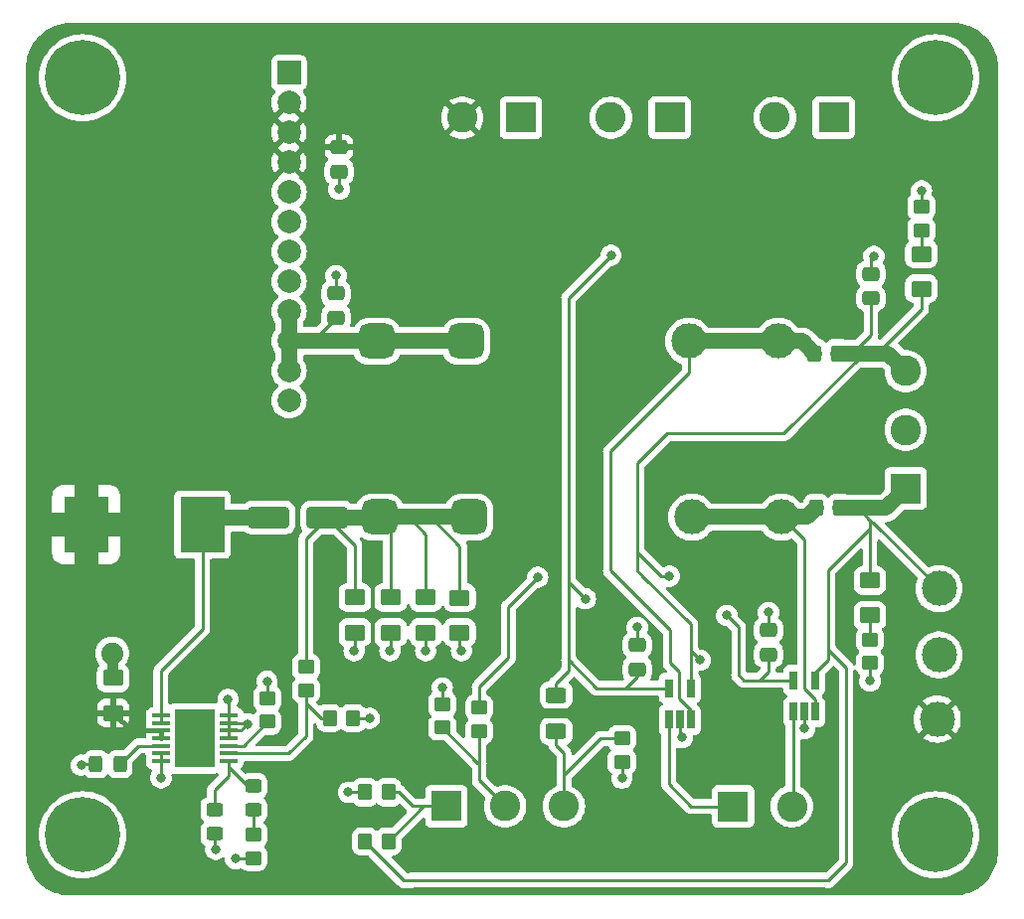
<source format=gtl>
G04 #@! TF.GenerationSoftware,KiCad,Pcbnew,7.0.9*
G04 #@! TF.CreationDate,2024-04-15T16:00:23-04:00*
G04 #@! TF.ProjectId,Converters,436f6e76-6572-4746-9572-732e6b696361,rev?*
G04 #@! TF.SameCoordinates,Original*
G04 #@! TF.FileFunction,Copper,L1,Top*
G04 #@! TF.FilePolarity,Positive*
%FSLAX46Y46*%
G04 Gerber Fmt 4.6, Leading zero omitted, Abs format (unit mm)*
G04 Created by KiCad (PCBNEW 7.0.9) date 2024-04-15 16:00:23*
%MOMM*%
%LPD*%
G01*
G04 APERTURE LIST*
G04 Aperture macros list*
%AMRoundRect*
0 Rectangle with rounded corners*
0 $1 Rounding radius*
0 $2 $3 $4 $5 $6 $7 $8 $9 X,Y pos of 4 corners*
0 Add a 4 corners polygon primitive as box body*
4,1,4,$2,$3,$4,$5,$6,$7,$8,$9,$2,$3,0*
0 Add four circle primitives for the rounded corners*
1,1,$1+$1,$2,$3*
1,1,$1+$1,$4,$5*
1,1,$1+$1,$6,$7*
1,1,$1+$1,$8,$9*
0 Add four rect primitives between the rounded corners*
20,1,$1+$1,$2,$3,$4,$5,0*
20,1,$1+$1,$4,$5,$6,$7,0*
20,1,$1+$1,$6,$7,$8,$9,0*
20,1,$1+$1,$8,$9,$2,$3,0*%
G04 Aperture macros list end*
G04 #@! TA.AperFunction,ComponentPad*
%ADD10R,2.600000X2.600000*%
G04 #@! TD*
G04 #@! TA.AperFunction,ComponentPad*
%ADD11C,2.600000*%
G04 #@! TD*
G04 #@! TA.AperFunction,SMDPad,CuDef*
%ADD12RoundRect,0.250000X-0.450000X0.350000X-0.450000X-0.350000X0.450000X-0.350000X0.450000X0.350000X0*%
G04 #@! TD*
G04 #@! TA.AperFunction,SMDPad,CuDef*
%ADD13R,3.800000X4.800000*%
G04 #@! TD*
G04 #@! TA.AperFunction,SMDPad,CuDef*
%ADD14RoundRect,0.250000X0.350000X0.450000X-0.350000X0.450000X-0.350000X-0.450000X0.350000X-0.450000X0*%
G04 #@! TD*
G04 #@! TA.AperFunction,SMDPad,CuDef*
%ADD15R,0.650000X1.560000*%
G04 #@! TD*
G04 #@! TA.AperFunction,SMDPad,CuDef*
%ADD16RoundRect,0.250000X0.325000X0.450000X-0.325000X0.450000X-0.325000X-0.450000X0.325000X-0.450000X0*%
G04 #@! TD*
G04 #@! TA.AperFunction,SMDPad,CuDef*
%ADD17RoundRect,0.250001X0.624999X-0.462499X0.624999X0.462499X-0.624999X0.462499X-0.624999X-0.462499X0*%
G04 #@! TD*
G04 #@! TA.AperFunction,ComponentPad*
%ADD18C,0.800000*%
G04 #@! TD*
G04 #@! TA.AperFunction,ComponentPad*
%ADD19C,6.400000*%
G04 #@! TD*
G04 #@! TA.AperFunction,SMDPad,CuDef*
%ADD20RoundRect,0.250001X-0.624999X0.462499X-0.624999X-0.462499X0.624999X-0.462499X0.624999X0.462499X0*%
G04 #@! TD*
G04 #@! TA.AperFunction,ComponentPad*
%ADD21RoundRect,0.750000X-0.750000X-0.750000X0.750000X-0.750000X0.750000X0.750000X-0.750000X0.750000X0*%
G04 #@! TD*
G04 #@! TA.AperFunction,ComponentPad*
%ADD22C,3.000000*%
G04 #@! TD*
G04 #@! TA.AperFunction,SMDPad,CuDef*
%ADD23RoundRect,0.250000X-0.475000X0.337500X-0.475000X-0.337500X0.475000X-0.337500X0.475000X0.337500X0*%
G04 #@! TD*
G04 #@! TA.AperFunction,SMDPad,CuDef*
%ADD24RoundRect,0.100000X-0.687500X-0.100000X0.687500X-0.100000X0.687500X0.100000X-0.687500X0.100000X0*%
G04 #@! TD*
G04 #@! TA.AperFunction,SMDPad,CuDef*
%ADD25R,3.400000X5.000000*%
G04 #@! TD*
G04 #@! TA.AperFunction,SMDPad,CuDef*
%ADD26RoundRect,0.250000X-0.350000X-0.450000X0.350000X-0.450000X0.350000X0.450000X-0.350000X0.450000X0*%
G04 #@! TD*
G04 #@! TA.AperFunction,SMDPad,CuDef*
%ADD27RoundRect,0.250000X0.450000X-0.350000X0.450000X0.350000X-0.450000X0.350000X-0.450000X-0.350000X0*%
G04 #@! TD*
G04 #@! TA.AperFunction,ComponentPad*
%ADD28R,2.000000X2.000000*%
G04 #@! TD*
G04 #@! TA.AperFunction,ComponentPad*
%ADD29C,2.000000*%
G04 #@! TD*
G04 #@! TA.AperFunction,SMDPad,CuDef*
%ADD30RoundRect,0.250000X0.475000X-0.337500X0.475000X0.337500X-0.475000X0.337500X-0.475000X-0.337500X0*%
G04 #@! TD*
G04 #@! TA.AperFunction,SMDPad,CuDef*
%ADD31RoundRect,0.250000X-0.625000X0.400000X-0.625000X-0.400000X0.625000X-0.400000X0.625000X0.400000X0*%
G04 #@! TD*
G04 #@! TA.AperFunction,SMDPad,CuDef*
%ADD32RoundRect,0.250000X-0.450000X0.325000X-0.450000X-0.325000X0.450000X-0.325000X0.450000X0.325000X0*%
G04 #@! TD*
G04 #@! TA.AperFunction,SMDPad,CuDef*
%ADD33RoundRect,0.250000X1.500000X0.650000X-1.500000X0.650000X-1.500000X-0.650000X1.500000X-0.650000X0*%
G04 #@! TD*
G04 #@! TA.AperFunction,ViaPad*
%ADD34C,0.800000*%
G04 #@! TD*
G04 #@! TA.AperFunction,ViaPad*
%ADD35C,1.879600*%
G04 #@! TD*
G04 #@! TA.AperFunction,Conductor*
%ADD36C,0.250000*%
G04 #@! TD*
G04 #@! TA.AperFunction,Conductor*
%ADD37C,0.939800*%
G04 #@! TD*
G04 #@! TA.AperFunction,Conductor*
%ADD38C,1.346200*%
G04 #@! TD*
G04 #@! TA.AperFunction,Conductor*
%ADD39C,0.457200*%
G04 #@! TD*
G04 APERTURE END LIST*
D10*
X145796000Y-74521923D03*
D11*
X140796000Y-74521923D03*
D12*
X154400000Y-127400000D03*
X154400000Y-129400000D03*
D13*
X108775000Y-109200000D03*
X118675000Y-109200000D03*
D10*
X178562000Y-106111923D03*
D11*
X178562000Y-101111923D03*
X178562000Y-96111923D03*
D14*
X134500000Y-132000000D03*
X132500000Y-132000000D03*
D15*
X158374000Y-125829923D03*
X159324000Y-125829923D03*
X160274000Y-125829923D03*
X160274000Y-123129923D03*
X158374000Y-123129923D03*
D16*
X111650000Y-129600000D03*
X109600000Y-129600000D03*
D17*
X111069000Y-125244000D03*
X111069000Y-122269000D03*
D18*
X106058000Y-135636000D03*
X106760944Y-133938944D03*
X106760944Y-137333056D03*
X108458000Y-133236000D03*
D19*
X108458000Y-135636000D03*
D18*
X108458000Y-138036000D03*
X110155056Y-133938944D03*
X110155056Y-137333056D03*
X110858000Y-135636000D03*
D20*
X137679000Y-115412500D03*
X137679000Y-118387500D03*
D21*
X133771000Y-108557923D03*
X141391000Y-108557923D03*
D22*
X160361000Y-108557923D03*
X167981000Y-108557923D03*
D12*
X142240000Y-124813923D03*
X142240000Y-126813923D03*
D22*
X181400000Y-114653923D03*
D23*
X130300000Y-77040423D03*
X130300000Y-79115423D03*
D10*
X172426000Y-74513923D03*
D11*
X167426000Y-74513923D03*
D23*
X166878000Y-118188423D03*
X166878000Y-120263423D03*
D12*
X123000000Y-135600000D03*
X123000000Y-137600000D03*
D10*
X139446000Y-133195923D03*
D11*
X144446000Y-133195923D03*
X149446000Y-133195923D03*
D24*
X115137500Y-125450000D03*
X115137500Y-126100000D03*
X115137500Y-126750000D03*
X115137500Y-127400000D03*
X115137500Y-128050000D03*
X115137500Y-128700000D03*
X115137500Y-129350000D03*
X120862500Y-129350000D03*
X120862500Y-128700000D03*
X120862500Y-128050000D03*
X120862500Y-127400000D03*
X120862500Y-126750000D03*
X120862500Y-126100000D03*
X120862500Y-125450000D03*
D25*
X118000000Y-127400000D03*
D26*
X170958000Y-107795923D03*
X172958000Y-107795923D03*
D27*
X179900000Y-84100000D03*
X179900000Y-82100000D03*
D18*
X178702000Y-135636000D03*
X179404944Y-133938944D03*
X179404944Y-137333056D03*
X181102000Y-133236000D03*
D19*
X181102000Y-135636000D03*
D18*
X181102000Y-138036000D03*
X182799056Y-133938944D03*
X182799056Y-137333056D03*
X183502000Y-135636000D03*
X178702000Y-71120000D03*
X179404944Y-69422944D03*
X179404944Y-72817056D03*
X181102000Y-68720000D03*
D19*
X181102000Y-71120000D03*
D18*
X181102000Y-73520000D03*
X182799056Y-69422944D03*
X182799056Y-72817056D03*
X183502000Y-71120000D03*
D22*
X181400000Y-120300000D03*
D28*
X126044000Y-70691923D03*
D29*
X126044000Y-73231923D03*
X126044000Y-75771923D03*
X126044000Y-78311923D03*
X126044000Y-80851923D03*
X126044000Y-83391923D03*
X126044000Y-85931923D03*
X126044000Y-88471923D03*
X126044000Y-91011923D03*
X126044000Y-93551923D03*
X126044000Y-96091923D03*
X126044000Y-98631923D03*
D30*
X130048000Y-91582923D03*
X130048000Y-89507923D03*
D27*
X124200000Y-126000000D03*
X124200000Y-124000000D03*
D20*
X131652000Y-115412500D03*
X131652000Y-118387500D03*
D30*
X175600000Y-89900000D03*
X175600000Y-87825000D03*
D17*
X175514000Y-116939923D03*
X175514000Y-113964923D03*
D23*
X155702000Y-119458423D03*
X155702000Y-121533423D03*
D10*
X163870000Y-133203923D03*
D11*
X168870000Y-133203923D03*
D31*
X148793200Y-123722800D03*
X148793200Y-126822800D03*
D26*
X170800000Y-94600000D03*
X172800000Y-94600000D03*
D27*
X139100000Y-126500000D03*
X139100000Y-124500000D03*
D22*
X181254400Y-125780800D03*
D12*
X175514000Y-118987923D03*
X175514000Y-120987923D03*
D32*
X119700000Y-133475000D03*
X119700000Y-135525000D03*
D10*
X158456000Y-74513923D03*
D11*
X153456000Y-74513923D03*
D20*
X134700000Y-115412500D03*
X134700000Y-118387500D03*
D33*
X129300000Y-108600000D03*
X124300000Y-108600000D03*
D26*
X129500000Y-125700000D03*
X131500000Y-125700000D03*
X132500000Y-136200000D03*
X134500000Y-136200000D03*
D21*
X133517000Y-93571923D03*
X141137000Y-93571923D03*
D22*
X160107000Y-93571923D03*
X167727000Y-93571923D03*
D32*
X123000000Y-131475000D03*
X123000000Y-133525000D03*
D20*
X140568000Y-115423500D03*
X140568000Y-118398500D03*
X179900000Y-86132000D03*
X179900000Y-89107000D03*
D27*
X127500000Y-123300000D03*
X127500000Y-121300000D03*
D15*
X168976000Y-125147923D03*
X169926000Y-125147923D03*
X170876000Y-125147923D03*
X170876000Y-122447923D03*
X168976000Y-122447923D03*
D18*
X106058000Y-71120000D03*
X106760944Y-69422944D03*
X106760944Y-72817056D03*
X108458000Y-68720000D03*
D19*
X108458000Y-71120000D03*
D18*
X108458000Y-73520000D03*
X110155056Y-69422944D03*
X110155056Y-72817056D03*
X110858000Y-71120000D03*
D34*
X155702000Y-117955923D03*
X131100000Y-132000000D03*
X124175000Y-122550000D03*
X120850000Y-124075000D03*
X108350000Y-129700000D03*
X169926000Y-126591923D03*
X140727000Y-119948000D03*
X134631000Y-119948000D03*
X130300000Y-80617923D03*
X166878000Y-116685923D03*
X154400000Y-130800000D03*
D35*
X111000000Y-120168539D03*
D34*
X132900000Y-125700000D03*
X175514000Y-122527923D03*
X115150000Y-130775000D03*
X139100000Y-123100000D03*
X130048000Y-87983923D03*
X119800000Y-136875000D03*
X137679000Y-119948000D03*
X179900000Y-80761500D03*
X122478800Y-126187200D03*
X159512000Y-127353923D03*
X131583000Y-119948000D03*
X175854000Y-86322500D03*
X121500000Y-137675000D03*
X158445200Y-113588800D03*
X151282400Y-115519200D03*
X163322000Y-116939923D03*
X161036000Y-120749923D03*
X147218400Y-113690400D03*
X153466800Y-86258400D03*
D36*
X122478800Y-126187200D02*
X121916000Y-126750000D01*
X108450000Y-129600000D02*
X108350000Y-129700000D01*
X119700000Y-136775000D02*
X119800000Y-136875000D01*
D37*
X111000000Y-122200000D02*
X111069000Y-122269000D01*
D36*
X175514000Y-120987923D02*
X175514000Y-122527923D01*
X134700000Y-118387500D02*
X134700000Y-119879000D01*
X120862500Y-124087500D02*
X120850000Y-124075000D01*
X130300000Y-79115423D02*
X130300000Y-80617923D01*
X159324000Y-127165923D02*
X159512000Y-127353923D01*
X166878000Y-118188423D02*
X166878000Y-116685923D01*
X155702000Y-119458423D02*
X155702000Y-117955923D01*
X124200000Y-122575000D02*
X124175000Y-122550000D01*
X130048000Y-89507923D02*
X130048000Y-87983923D01*
X132500000Y-132000000D02*
X131100000Y-132000000D01*
X121575000Y-137600000D02*
X121500000Y-137675000D01*
X120862500Y-126100000D02*
X122391600Y-126100000D01*
X121916000Y-126750000D02*
X120862500Y-126750000D01*
X175600000Y-86576500D02*
X175854000Y-86322500D01*
X154400000Y-129400000D02*
X154400000Y-130800000D01*
X131652000Y-119879000D02*
X131583000Y-119948000D01*
X169926000Y-125147923D02*
X169926000Y-126591923D01*
X140568000Y-119789000D02*
X140727000Y-119948000D01*
X109600000Y-129600000D02*
X108450000Y-129600000D01*
X131652000Y-118387500D02*
X131652000Y-119879000D01*
X159324000Y-125829923D02*
X159324000Y-127165923D01*
X123000000Y-137600000D02*
X121575000Y-137600000D01*
X134700000Y-119879000D02*
X134631000Y-119948000D01*
X122391600Y-126100000D02*
X122478800Y-126187200D01*
X119700000Y-135525000D02*
X119700000Y-136775000D01*
X139100000Y-124500000D02*
X139100000Y-123100000D01*
X137679000Y-118387500D02*
X137679000Y-119948000D01*
X140568000Y-118398500D02*
X140568000Y-119789000D01*
X131500000Y-125700000D02*
X132900000Y-125700000D01*
X179900000Y-82100000D02*
X179900000Y-80761500D01*
X115137500Y-128700000D02*
X115137500Y-130762500D01*
X115137500Y-130762500D02*
X115150000Y-130775000D01*
X124200000Y-124000000D02*
X124200000Y-122575000D01*
X120862500Y-127400000D02*
X120862500Y-124087500D01*
X175600000Y-87825000D02*
X175600000Y-86576500D01*
D37*
X111000000Y-120168539D02*
X111000000Y-122200000D01*
D36*
X166878000Y-121685923D02*
X166116000Y-122447923D01*
X161036000Y-120749923D02*
X160274000Y-119987923D01*
X144729200Y-116179600D02*
X144729200Y-120546723D01*
X152240000Y-123129923D02*
X154686000Y-123129923D01*
X155702000Y-113129922D02*
X155702000Y-111556800D01*
X164766000Y-122447923D02*
X166116000Y-122447923D01*
X155702000Y-111556800D02*
X157734000Y-113588800D01*
X168154077Y-101445923D02*
X175000000Y-94600000D01*
X164338000Y-122019923D02*
X164766000Y-122447923D01*
X179900000Y-90800000D02*
X176100000Y-94600000D01*
X155702000Y-122113923D02*
X154686000Y-123129923D01*
X149860000Y-89865200D02*
X153466800Y-86258400D01*
X153466800Y-86258400D02*
X153416000Y-86205923D01*
X144729200Y-120546723D02*
X142240000Y-123035923D01*
X148793200Y-122732800D02*
X148793200Y-123722800D01*
X142240000Y-123035923D02*
X142240000Y-124813923D01*
X175600000Y-89900000D02*
X175600000Y-93000000D01*
X157734000Y-113588800D02*
X158445200Y-113588800D01*
X158242000Y-101445923D02*
X168154077Y-101445923D01*
X155702000Y-103985923D02*
X158242000Y-101445923D01*
X154686000Y-123129923D02*
X158374000Y-123129923D01*
X156160878Y-113588800D02*
X155702000Y-113129922D01*
X179900000Y-89107000D02*
X179900000Y-90800000D01*
X160274000Y-117701923D02*
X156160878Y-113588800D01*
X151282400Y-115519200D02*
X151130000Y-115519200D01*
X164338000Y-117955923D02*
X164338000Y-122019923D01*
D38*
X172800000Y-94600000D02*
X174000000Y-94600000D01*
D36*
X149860000Y-121666000D02*
X148793200Y-122732800D01*
X151282400Y-115519200D02*
X149860000Y-114096800D01*
X147218400Y-113690400D02*
X144729200Y-116179600D01*
X166116000Y-122447923D02*
X168976000Y-122447923D01*
D38*
X177050077Y-94600000D02*
X178562000Y-96111923D01*
D36*
X149860000Y-121666000D02*
X149860000Y-120749923D01*
X166878000Y-120263423D02*
X166878000Y-121685923D01*
X160274000Y-119987923D02*
X160274000Y-119733923D01*
X155702000Y-111556800D02*
X155702000Y-103985923D01*
X149860000Y-114096800D02*
X149860000Y-89865200D01*
X163322000Y-116939923D02*
X164338000Y-117955923D01*
X155702000Y-121533423D02*
X155702000Y-122113923D01*
X160274000Y-123129923D02*
X160274000Y-119733923D01*
X149860000Y-114096800D02*
X149860000Y-117144800D01*
D38*
X174000000Y-94600000D02*
X175000000Y-94600000D01*
D36*
X175600000Y-93000000D02*
X174000000Y-94600000D01*
X160274000Y-119733923D02*
X160274000Y-117701923D01*
D38*
X175000000Y-94600000D02*
X176100000Y-94600000D01*
D36*
X149860000Y-117144800D02*
X149860000Y-120749923D01*
D38*
X176100000Y-94600000D02*
X177050077Y-94600000D01*
D36*
X149860000Y-120749923D02*
X152240000Y-123129923D01*
D39*
X115137500Y-127400000D02*
X115137500Y-126750000D01*
X115137500Y-126750000D02*
X112575000Y-126750000D01*
X112575000Y-126750000D02*
X111069000Y-125244000D01*
D36*
X170876000Y-122447923D02*
X170876000Y-121831923D01*
X170876000Y-121831923D02*
X171958000Y-120749923D01*
X175452039Y-108747961D02*
X174500000Y-107795923D01*
X173482000Y-138021923D02*
X173482000Y-121361200D01*
X136352077Y-139500000D02*
X171912077Y-139500000D01*
D38*
X174500000Y-107795923D02*
X176878000Y-107795923D01*
D36*
X171958000Y-120749923D02*
X171958000Y-113056000D01*
X175514000Y-108809922D02*
X175452039Y-108747961D01*
X175756000Y-109009923D02*
X181400000Y-114653923D01*
X171958000Y-139545923D02*
X173482000Y-138021923D01*
X175514000Y-109500000D02*
X175514000Y-108809922D01*
X171958000Y-113056000D02*
X175514000Y-109500000D01*
X171912077Y-139500000D02*
X171958000Y-139545923D01*
X175714000Y-109009923D02*
X175452039Y-108747961D01*
X175514000Y-110400000D02*
X175514000Y-109500000D01*
X175756000Y-109009923D02*
X175714000Y-109009923D01*
D38*
X176878000Y-107795923D02*
X178562000Y-106111923D01*
D36*
X136398000Y-139545923D02*
X136352077Y-139500000D01*
X173482000Y-121361200D02*
X171958000Y-119837200D01*
X135845923Y-139545923D02*
X136398000Y-139545923D01*
X175514000Y-113964923D02*
X175514000Y-110400000D01*
D38*
X172958000Y-107795923D02*
X174500000Y-107795923D01*
D36*
X132500000Y-136200000D02*
X135845923Y-139545923D01*
X160274000Y-125067923D02*
X159258000Y-124051923D01*
D38*
X169771923Y-93571923D02*
X170800000Y-94600000D01*
D36*
X160107000Y-96278923D02*
X160107000Y-93571923D01*
X158496000Y-121003923D02*
X158496000Y-118209923D01*
X153416000Y-102969923D02*
X160107000Y-96278923D01*
D38*
X167727000Y-93571923D02*
X169771923Y-93571923D01*
D36*
X159258000Y-121765923D02*
X158496000Y-121003923D01*
X158496000Y-118209923D02*
X153416000Y-113129923D01*
X160274000Y-125829923D02*
X160274000Y-125067923D01*
X159258000Y-124051923D02*
X159258000Y-121765923D01*
D38*
X160107000Y-93571923D02*
X167727000Y-93571923D01*
D36*
X153416000Y-113129923D02*
X153416000Y-102969923D01*
D38*
X167981000Y-108557923D02*
X170196000Y-108557923D01*
D36*
X170876000Y-125147923D02*
X170876000Y-124117923D01*
X170876000Y-124117923D02*
X169926000Y-123167923D01*
X169926000Y-110502923D02*
X167981000Y-108557923D01*
D38*
X160361000Y-108557923D02*
X167981000Y-108557923D01*
X170196000Y-108557923D02*
X170958000Y-107795923D01*
D36*
X169926000Y-123167923D02*
X169926000Y-110502923D01*
X149446000Y-128668800D02*
X148793200Y-128016000D01*
X148793200Y-128016000D02*
X148793200Y-126822800D01*
X154400000Y-127400000D02*
X152607924Y-127400000D01*
X152607924Y-127400000D02*
X149446000Y-130561924D01*
X149446000Y-133195923D02*
X149446000Y-128668800D01*
X142240000Y-129500000D02*
X142240000Y-126813923D01*
X142100000Y-129500000D02*
X142240000Y-129500000D01*
X139100000Y-126500000D02*
X142100000Y-129500000D01*
X142240000Y-129639923D02*
X142240000Y-129500000D01*
X144446000Y-133195923D02*
X142240000Y-130989923D01*
X142240000Y-130989923D02*
X142240000Y-129639923D01*
X137500000Y-133195923D02*
X134500000Y-136195923D01*
X139446000Y-133195923D02*
X137500000Y-133195923D01*
X134500000Y-132000000D02*
X135396077Y-132000000D01*
X136592000Y-133195923D02*
X135396077Y-132000000D01*
X134500000Y-136195923D02*
X134500000Y-136200000D01*
X137500000Y-133195923D02*
X136592000Y-133195923D01*
X158374000Y-125829923D02*
X158374000Y-131295923D01*
X163870000Y-133203923D02*
X160282000Y-133203923D01*
X158374000Y-131295923D02*
X160282000Y-133203923D01*
X168976000Y-133097923D02*
X168870000Y-133203923D01*
X168976000Y-125147923D02*
X168976000Y-133097923D01*
X113200000Y-128050000D02*
X111650000Y-129600000D01*
X115137500Y-128050000D02*
X113200000Y-128050000D01*
X119700000Y-131778600D02*
X119700000Y-133475000D01*
X120862500Y-129862500D02*
X122475000Y-131475000D01*
X120862500Y-130616100D02*
X119700000Y-131778600D01*
X120862500Y-129350000D02*
X120862500Y-129862500D01*
X120862500Y-129862500D02*
X120862500Y-130616100D01*
X122475000Y-131475000D02*
X123000000Y-131475000D01*
X179900000Y-86132000D02*
X179900000Y-84100000D01*
X123000000Y-135600000D02*
X123000000Y-133525000D01*
D38*
X128400000Y-93551923D02*
X141117000Y-93551923D01*
D37*
X126064000Y-93571923D02*
X126044000Y-93551923D01*
D36*
X130048000Y-91582923D02*
X128400000Y-93230923D01*
X128400000Y-93230923D02*
X128400000Y-93551923D01*
D38*
X141117000Y-93551923D02*
X141137000Y-93571923D01*
X126044000Y-93551923D02*
X128400000Y-93551923D01*
X126044000Y-91011923D02*
X126044000Y-96091923D01*
D36*
X140568000Y-111025923D02*
X138100000Y-108557923D01*
D38*
X135600000Y-108557923D02*
X136200000Y-108557923D01*
X133728923Y-108600000D02*
X133771000Y-108557923D01*
D36*
X131652000Y-115412500D02*
X131652000Y-110952000D01*
X127500000Y-121300000D02*
X127500000Y-110400000D01*
X137679000Y-110036923D02*
X136200000Y-108557923D01*
X127500000Y-110400000D02*
X129300000Y-108600000D01*
X134700000Y-109486923D02*
X133771000Y-108557923D01*
X137679000Y-115412500D02*
X137679000Y-110036923D01*
X131652000Y-110952000D02*
X129300000Y-108600000D01*
X134700000Y-115412500D02*
X134700000Y-109486923D01*
D38*
X133771000Y-108557923D02*
X135600000Y-108557923D01*
X129300000Y-108600000D02*
X133728923Y-108600000D01*
X138100000Y-108557923D02*
X141391000Y-108557923D01*
X136200000Y-108557923D02*
X138100000Y-108557923D01*
D36*
X140568000Y-115423500D02*
X140568000Y-111025923D01*
X135600000Y-108557923D02*
X134700000Y-109457923D01*
X115137500Y-125450000D02*
X115137500Y-121662500D01*
X115137500Y-121662500D02*
X118675000Y-118125000D01*
D38*
X124100000Y-108400000D02*
X124300000Y-108600000D01*
X119275000Y-108600000D02*
X118675000Y-109200000D01*
X124300000Y-108600000D02*
X119275000Y-108600000D01*
D36*
X115137500Y-126100000D02*
X115137500Y-125450000D01*
X118675000Y-118125000D02*
X118675000Y-109200000D01*
X175514000Y-116939923D02*
X175514000Y-118987923D01*
X124200000Y-126000000D02*
X122150000Y-128050000D01*
X122150000Y-128050000D02*
X120862500Y-128050000D01*
X128800000Y-125700000D02*
X127500000Y-124400000D01*
X129500000Y-125700000D02*
X128800000Y-125700000D01*
X120862500Y-128700000D02*
X126000000Y-128700000D01*
X127500000Y-127200000D02*
X127500000Y-124400000D01*
X126000000Y-128700000D02*
X127500000Y-127200000D01*
X127500000Y-123300000D02*
X127500000Y-124400000D01*
G04 #@! TA.AperFunction,Conductor*
G36*
X115280539Y-126828184D02*
G01*
X115326294Y-126880988D01*
X115337500Y-126932499D01*
X115337500Y-127217500D01*
X115317815Y-127284539D01*
X115265011Y-127330294D01*
X115213500Y-127341500D01*
X115061500Y-127341500D01*
X114994461Y-127321815D01*
X114948706Y-127269011D01*
X114937500Y-127217500D01*
X114937500Y-126932499D01*
X114957185Y-126865460D01*
X115009989Y-126819705D01*
X115061497Y-126808499D01*
X115213501Y-126808499D01*
X115280539Y-126828184D01*
G37*
G04 #@! TD.AperFunction*
G04 #@! TA.AperFunction,Conductor*
G36*
X182627513Y-66448652D02*
G01*
X182685994Y-66451524D01*
X182776103Y-66455951D01*
X183004262Y-66467922D01*
X183010080Y-66468505D01*
X183187130Y-66494768D01*
X183386376Y-66526325D01*
X183391704Y-66527412D01*
X183568987Y-66571819D01*
X183571499Y-66572449D01*
X183760542Y-66623103D01*
X183765384Y-66624615D01*
X183850661Y-66655126D01*
X183942494Y-66687984D01*
X184123023Y-66757283D01*
X184127283Y-66759106D01*
X184298689Y-66840175D01*
X184381572Y-66882405D01*
X184469980Y-66927451D01*
X184473700Y-66929511D01*
X184516150Y-66954954D01*
X184637175Y-67027493D01*
X184797278Y-67131466D01*
X184797937Y-67131894D01*
X184801103Y-67134093D01*
X184954668Y-67247984D01*
X185102850Y-67367978D01*
X185103510Y-67368512D01*
X185106114Y-67370742D01*
X185246987Y-67498421D01*
X185249173Y-67500503D01*
X185383570Y-67634900D01*
X185385669Y-67637104D01*
X185513326Y-67777950D01*
X185515570Y-67780569D01*
X185550754Y-67824017D01*
X185636111Y-67929424D01*
X185749992Y-68082975D01*
X185752191Y-68086141D01*
X185856614Y-68246937D01*
X185954568Y-68410364D01*
X185956631Y-68414091D01*
X186043922Y-68585405D01*
X186124977Y-68756782D01*
X186126812Y-68761073D01*
X186196117Y-68941610D01*
X186259473Y-69118676D01*
X186260985Y-69123519D01*
X186311650Y-69312598D01*
X186356676Y-69492353D01*
X186357772Y-69497720D01*
X186389346Y-69697070D01*
X186396054Y-69742289D01*
X186415587Y-69873967D01*
X186416173Y-69879822D01*
X186428379Y-70112678D01*
X186435425Y-70256099D01*
X186435500Y-70259142D01*
X186435500Y-137004407D01*
X186435425Y-137007452D01*
X186427876Y-137161006D01*
X186416211Y-137383705D01*
X186415624Y-137389565D01*
X186388617Y-137571594D01*
X186357856Y-137765770D01*
X186356761Y-137771138D01*
X186310924Y-137954115D01*
X186261134Y-138139917D01*
X186259621Y-138144759D01*
X186195392Y-138324261D01*
X186127029Y-138502341D01*
X186125194Y-138506632D01*
X186043194Y-138680001D01*
X185956932Y-138849290D01*
X185954869Y-138853017D01*
X185855901Y-139018133D01*
X185752577Y-139177231D01*
X185750378Y-139180397D01*
X185635410Y-139335412D01*
X185516080Y-139482770D01*
X185513836Y-139485389D01*
X185385004Y-139627532D01*
X185382905Y-139629737D01*
X185249816Y-139762824D01*
X185247612Y-139764923D01*
X185105482Y-139893743D01*
X185102862Y-139895988D01*
X184955491Y-140015327D01*
X184800490Y-140130285D01*
X184797324Y-140132484D01*
X184638205Y-140235819D01*
X184473101Y-140334778D01*
X184469373Y-140336842D01*
X184300060Y-140423114D01*
X184126724Y-140505097D01*
X184122434Y-140506932D01*
X183944319Y-140575307D01*
X183764846Y-140639526D01*
X183760005Y-140641038D01*
X183574175Y-140690835D01*
X183391218Y-140736667D01*
X183385849Y-140737762D01*
X183191698Y-140768517D01*
X183009616Y-140795528D01*
X183003761Y-140796115D01*
X182785468Y-140807561D01*
X182627048Y-140815348D01*
X182624004Y-140815423D01*
X107443530Y-140815423D01*
X107440488Y-140815348D01*
X107292161Y-140808061D01*
X107063757Y-140796078D01*
X107057905Y-140795491D01*
X106880893Y-140769235D01*
X106681645Y-140737677D01*
X106676277Y-140736582D01*
X106496500Y-140691550D01*
X106307455Y-140640895D01*
X106302614Y-140639383D01*
X106125523Y-140576021D01*
X105989444Y-140523786D01*
X105945002Y-140506726D01*
X105940715Y-140504892D01*
X105769310Y-140423824D01*
X105598026Y-140336551D01*
X105594298Y-140334487D01*
X105430836Y-140236513D01*
X105270061Y-140132104D01*
X105266895Y-140129905D01*
X105113329Y-140016014D01*
X104964488Y-139895486D01*
X104961880Y-139893252D01*
X104821014Y-139765580D01*
X104818825Y-139763495D01*
X104684428Y-139629098D01*
X104682329Y-139626894D01*
X104554672Y-139486048D01*
X104552428Y-139483429D01*
X104551894Y-139482770D01*
X104431899Y-139334590D01*
X104353064Y-139228293D01*
X104318006Y-139181023D01*
X104315807Y-139177857D01*
X104315400Y-139177231D01*
X104211381Y-139017055D01*
X104113430Y-138853634D01*
X104111367Y-138849907D01*
X104024077Y-138678594D01*
X104004433Y-138637061D01*
X103948751Y-138519331D01*
X103943021Y-138507216D01*
X103941186Y-138502925D01*
X103910755Y-138423653D01*
X103871888Y-138322403D01*
X103808515Y-138145290D01*
X103807013Y-138140479D01*
X103806862Y-138139917D01*
X103756343Y-137951377D01*
X103751715Y-137932903D01*
X103711320Y-137771639D01*
X103710232Y-137766307D01*
X103678673Y-137567066D01*
X103652409Y-137390012D01*
X103651826Y-137384192D01*
X103639619Y-137151297D01*
X103635368Y-137064788D01*
X103632575Y-137007919D01*
X103632500Y-137004876D01*
X103632500Y-135636000D01*
X104744411Y-135636000D01*
X104764754Y-136024177D01*
X104788284Y-136172735D01*
X104825562Y-136408099D01*
X104924233Y-136776346D01*
X104926169Y-136783569D01*
X105065469Y-137146456D01*
X105241940Y-137492799D01*
X105453637Y-137818785D01*
X105453641Y-137818790D01*
X105453643Y-137818793D01*
X105698266Y-138120876D01*
X105973124Y-138395734D01*
X106275207Y-138640357D01*
X106275211Y-138640359D01*
X106275214Y-138640362D01*
X106601200Y-138852059D01*
X106601205Y-138852062D01*
X106947547Y-139028532D01*
X107310438Y-139167833D01*
X107685901Y-139268438D01*
X108069824Y-139329246D01*
X108436530Y-139348463D01*
X108457999Y-139349589D01*
X108458000Y-139349589D01*
X108458001Y-139349589D01*
X108478344Y-139348522D01*
X108846176Y-139329246D01*
X109230099Y-139268438D01*
X109605562Y-139167833D01*
X109968453Y-139028532D01*
X110314795Y-138852062D01*
X110640793Y-138640357D01*
X110942876Y-138395734D01*
X111217734Y-138120876D01*
X111462357Y-137818793D01*
X111674062Y-137492795D01*
X111850532Y-137146453D01*
X111989833Y-136783562D01*
X112090438Y-136408099D01*
X112151246Y-136024176D01*
X112171589Y-135636000D01*
X112151246Y-135247824D01*
X112090438Y-134863901D01*
X111989833Y-134488438D01*
X111850532Y-134125547D01*
X111674062Y-133779206D01*
X111674059Y-133779201D01*
X111462362Y-133453214D01*
X111462359Y-133453211D01*
X111462357Y-133453207D01*
X111217734Y-133151124D01*
X110942876Y-132876266D01*
X110640793Y-132631643D01*
X110640790Y-132631641D01*
X110640785Y-132631637D01*
X110314799Y-132419940D01*
X109968456Y-132243469D01*
X109605569Y-132104169D01*
X109561520Y-132092366D01*
X109230099Y-132003562D01*
X109230095Y-132003561D01*
X109230094Y-132003561D01*
X108846177Y-131942754D01*
X108458001Y-131922411D01*
X108457999Y-131922411D01*
X108069822Y-131942754D01*
X107685906Y-132003561D01*
X107685904Y-132003561D01*
X107310430Y-132104169D01*
X106947543Y-132243469D01*
X106601201Y-132419940D01*
X106275214Y-132631637D01*
X105973128Y-132876262D01*
X105973120Y-132876269D01*
X105698269Y-133151120D01*
X105698262Y-133151128D01*
X105453637Y-133453214D01*
X105241940Y-133779201D01*
X105065469Y-134125543D01*
X104926169Y-134488430D01*
X104825561Y-134863904D01*
X104825561Y-134863906D01*
X104764754Y-135247822D01*
X104744411Y-135635999D01*
X104744411Y-135636000D01*
X103632500Y-135636000D01*
X103632500Y-129700000D01*
X107436496Y-129700000D01*
X107456458Y-129889928D01*
X107456459Y-129889931D01*
X107515470Y-130071549D01*
X107515473Y-130071556D01*
X107610960Y-130236944D01*
X107711803Y-130348942D01*
X107735459Y-130375215D01*
X107738747Y-130378866D01*
X107893248Y-130491118D01*
X108067712Y-130568794D01*
X108254513Y-130608500D01*
X108445487Y-130608500D01*
X108638645Y-130567443D01*
X108639220Y-130570152D01*
X108696862Y-130568486D01*
X108753060Y-130600742D01*
X108801348Y-130649030D01*
X108952262Y-130742115D01*
X109120574Y-130797887D01*
X109224455Y-130808500D01*
X109975544Y-130808499D01*
X110079426Y-130797887D01*
X110247738Y-130742115D01*
X110398652Y-130649030D01*
X110524030Y-130523652D01*
X110524032Y-130523647D01*
X110527732Y-130518970D01*
X110584753Y-130478591D01*
X110654552Y-130475451D01*
X110714968Y-130510545D01*
X110722268Y-130518970D01*
X110725969Y-130523651D01*
X110725970Y-130523652D01*
X110851348Y-130649030D01*
X111002262Y-130742115D01*
X111170574Y-130797887D01*
X111274455Y-130808500D01*
X112025544Y-130808499D01*
X112129426Y-130797887D01*
X112297738Y-130742115D01*
X112448652Y-130649030D01*
X112574030Y-130523652D01*
X112667115Y-130372738D01*
X112722887Y-130204426D01*
X112733500Y-130100545D01*
X112733499Y-129463765D01*
X112753183Y-129396727D01*
X112769813Y-129376090D01*
X113426086Y-128719819D01*
X113487409Y-128686334D01*
X113513767Y-128683500D01*
X113717501Y-128683500D01*
X113784540Y-128703185D01*
X113830295Y-128755989D01*
X113841501Y-128807500D01*
X113841501Y-128839886D01*
X113857160Y-128958844D01*
X113857162Y-128958851D01*
X113864907Y-128977550D01*
X113872374Y-129047019D01*
X113864908Y-129072447D01*
X113857163Y-129091146D01*
X113857161Y-129091151D01*
X113841500Y-129210114D01*
X113841500Y-129489886D01*
X113857160Y-129608842D01*
X113857161Y-129608848D01*
X113857162Y-129608850D01*
X113918476Y-129756876D01*
X114016013Y-129883987D01*
X114143124Y-129981524D01*
X114291150Y-130042838D01*
X114323310Y-130047071D01*
X114387205Y-130075336D01*
X114425677Y-130133660D01*
X114426510Y-130203524D01*
X114412897Y-130231670D01*
X114414209Y-130232428D01*
X114315473Y-130403443D01*
X114315470Y-130403450D01*
X114256459Y-130585068D01*
X114256458Y-130585072D01*
X114236496Y-130775000D01*
X114256458Y-130964928D01*
X114256459Y-130964931D01*
X114315470Y-131146549D01*
X114315473Y-131146556D01*
X114410960Y-131311944D01*
X114478922Y-131387423D01*
X114538470Y-131453559D01*
X114538747Y-131453866D01*
X114693248Y-131566118D01*
X114867712Y-131643794D01*
X115054513Y-131683500D01*
X115245487Y-131683500D01*
X115432288Y-131643794D01*
X115606752Y-131566118D01*
X115761253Y-131453866D01*
X115889040Y-131311944D01*
X115984527Y-131146556D01*
X116043542Y-130964928D01*
X116063504Y-130775000D01*
X116043542Y-130585072D01*
X116034905Y-130558493D01*
X116032909Y-130488653D01*
X116068989Y-130428820D01*
X116131689Y-130397990D01*
X116182643Y-130402738D01*
X116183242Y-130400204D01*
X116190795Y-130401987D01*
X116190799Y-130401989D01*
X116220270Y-130405157D01*
X116251345Y-130408499D01*
X116251362Y-130408500D01*
X119748638Y-130408500D01*
X119748654Y-130408499D01*
X119809201Y-130401989D01*
X119809204Y-130401988D01*
X119867617Y-130380200D01*
X119937304Y-130375215D01*
X119998628Y-130408699D01*
X120032115Y-130470021D01*
X120027132Y-130539713D01*
X119998630Y-130584063D01*
X119311179Y-131271514D01*
X119298820Y-131281418D01*
X119298993Y-131281627D01*
X119292983Y-131286599D01*
X119245016Y-131337678D01*
X119223872Y-131358822D01*
X119223857Y-131358839D01*
X119219531Y-131364414D01*
X119215747Y-131368844D01*
X119183419Y-131403271D01*
X119183412Y-131403281D01*
X119173579Y-131421167D01*
X119162903Y-131437420D01*
X119150386Y-131453557D01*
X119150385Y-131453559D01*
X119131625Y-131496910D01*
X119129055Y-131502156D01*
X119106303Y-131543541D01*
X119106303Y-131543542D01*
X119101225Y-131563320D01*
X119094925Y-131581722D01*
X119086818Y-131600457D01*
X119079431Y-131647095D01*
X119078246Y-131652816D01*
X119066500Y-131698565D01*
X119066500Y-131718984D01*
X119064973Y-131738383D01*
X119061780Y-131758541D01*
X119061780Y-131758542D01*
X119066225Y-131805566D01*
X119066500Y-131811404D01*
X119066500Y-132322205D01*
X119046815Y-132389244D01*
X118994011Y-132434999D01*
X118981511Y-132439908D01*
X118957054Y-132448013D01*
X118927262Y-132457885D01*
X118927259Y-132457886D01*
X118776346Y-132550971D01*
X118650971Y-132676346D01*
X118557886Y-132827259D01*
X118557884Y-132827264D01*
X118502113Y-132995572D01*
X118491500Y-133099447D01*
X118491500Y-133850537D01*
X118491501Y-133850553D01*
X118502113Y-133954427D01*
X118557884Y-134122735D01*
X118557886Y-134122740D01*
X118563920Y-134132522D01*
X118650970Y-134273652D01*
X118776348Y-134399030D01*
X118776351Y-134399032D01*
X118781034Y-134402735D01*
X118821410Y-134459758D01*
X118824547Y-134529557D01*
X118789450Y-134589972D01*
X118781034Y-134597265D01*
X118776345Y-134600972D01*
X118650971Y-134726346D01*
X118557886Y-134877259D01*
X118557884Y-134877264D01*
X118502113Y-135045572D01*
X118491500Y-135149447D01*
X118491500Y-135900537D01*
X118491501Y-135900553D01*
X118502113Y-136004427D01*
X118535249Y-136104426D01*
X118557885Y-136172738D01*
X118650970Y-136323652D01*
X118776348Y-136449030D01*
X118865676Y-136504128D01*
X118912398Y-136556074D01*
X118923621Y-136625037D01*
X118918509Y-136647981D01*
X118917538Y-136650970D01*
X118906458Y-136685072D01*
X118886496Y-136875000D01*
X118906458Y-137064928D01*
X118906459Y-137064931D01*
X118965470Y-137246549D01*
X118965473Y-137246556D01*
X119060960Y-137411944D01*
X119188747Y-137553866D01*
X119343248Y-137666118D01*
X119517712Y-137743794D01*
X119704513Y-137783500D01*
X119895487Y-137783500D01*
X120082288Y-137743794D01*
X120256752Y-137666118D01*
X120389611Y-137569589D01*
X120455416Y-137546110D01*
X120523470Y-137561935D01*
X120572165Y-137612041D01*
X120586496Y-137669908D01*
X120586496Y-137674996D01*
X120586496Y-137675000D01*
X120606458Y-137864928D01*
X120606459Y-137864931D01*
X120665470Y-138046549D01*
X120665473Y-138046556D01*
X120760960Y-138211944D01*
X120888747Y-138353866D01*
X121043248Y-138466118D01*
X121217712Y-138543794D01*
X121404513Y-138583500D01*
X121595487Y-138583500D01*
X121782288Y-138543794D01*
X121904283Y-138489478D01*
X121973529Y-138480195D01*
X122036806Y-138509823D01*
X122042396Y-138515078D01*
X122076348Y-138549030D01*
X122227262Y-138642115D01*
X122395574Y-138697887D01*
X122499455Y-138708500D01*
X123500544Y-138708499D01*
X123604426Y-138697887D01*
X123772738Y-138642115D01*
X123923652Y-138549030D01*
X124049030Y-138423652D01*
X124142115Y-138272738D01*
X124197887Y-138104426D01*
X124208500Y-138000545D01*
X124208499Y-137199456D01*
X124197887Y-137095574D01*
X124142115Y-136927262D01*
X124049030Y-136776348D01*
X123960362Y-136687680D01*
X123926878Y-136626358D01*
X123931862Y-136556666D01*
X123960363Y-136512319D01*
X123969238Y-136503444D01*
X124049030Y-136423652D01*
X124142115Y-136272738D01*
X124197887Y-136104426D01*
X124208500Y-136000545D01*
X124208499Y-135199456D01*
X124197887Y-135095574D01*
X124142115Y-134927262D01*
X124049030Y-134776348D01*
X123923652Y-134650970D01*
X123923651Y-134650969D01*
X123918970Y-134647268D01*
X123878591Y-134590247D01*
X123875451Y-134520448D01*
X123910545Y-134460032D01*
X123918970Y-134452732D01*
X123923647Y-134449032D01*
X123923652Y-134449030D01*
X124049030Y-134323652D01*
X124142115Y-134172738D01*
X124197887Y-134004426D01*
X124208500Y-133900545D01*
X124208499Y-133149456D01*
X124197887Y-133045574D01*
X124142115Y-132877262D01*
X124049030Y-132726348D01*
X123923652Y-132600970D01*
X123923651Y-132600969D01*
X123918970Y-132597268D01*
X123878591Y-132540247D01*
X123875451Y-132470448D01*
X123910545Y-132410032D01*
X123918970Y-132402732D01*
X123923647Y-132399032D01*
X123923652Y-132399030D01*
X124049030Y-132273652D01*
X124142115Y-132122738D01*
X124182786Y-132000000D01*
X130186496Y-132000000D01*
X130206458Y-132189928D01*
X130206459Y-132189931D01*
X130265470Y-132371549D01*
X130265473Y-132371556D01*
X130360960Y-132536944D01*
X130418611Y-132600972D01*
X130472993Y-132661370D01*
X130488747Y-132678866D01*
X130643248Y-132791118D01*
X130817712Y-132868794D01*
X131004513Y-132908500D01*
X131195487Y-132908500D01*
X131382288Y-132868794D01*
X131389026Y-132865793D01*
X131458275Y-132856508D01*
X131521552Y-132886136D01*
X131545001Y-132913975D01*
X131550970Y-132923652D01*
X131676348Y-133049030D01*
X131827262Y-133142115D01*
X131995574Y-133197887D01*
X132099455Y-133208500D01*
X132900544Y-133208499D01*
X133004426Y-133197887D01*
X133172738Y-133142115D01*
X133323652Y-133049030D01*
X133412319Y-132960363D01*
X133473642Y-132926878D01*
X133543334Y-132931862D01*
X133587681Y-132960363D01*
X133676348Y-133049030D01*
X133827262Y-133142115D01*
X133995574Y-133197887D01*
X134099455Y-133208500D01*
X134900544Y-133208499D01*
X135004426Y-133197887D01*
X135172738Y-133142115D01*
X135323652Y-133049030D01*
X135348744Y-133023937D01*
X135410065Y-132990451D01*
X135479757Y-132995433D01*
X135524108Y-133023935D01*
X136062414Y-133562241D01*
X136095899Y-133623564D01*
X136090915Y-133693256D01*
X136062414Y-133737603D01*
X134844836Y-134955181D01*
X134783513Y-134988666D01*
X134757155Y-134991500D01*
X134099462Y-134991500D01*
X134099446Y-134991501D01*
X133995572Y-135002113D01*
X133827264Y-135057884D01*
X133827259Y-135057886D01*
X133676346Y-135150971D01*
X133587681Y-135239637D01*
X133526358Y-135273122D01*
X133456666Y-135268138D01*
X133412319Y-135239637D01*
X133323653Y-135150971D01*
X133323652Y-135150970D01*
X133172738Y-135057885D01*
X133135579Y-135045572D01*
X133004427Y-135002113D01*
X132900546Y-134991500D01*
X132099462Y-134991500D01*
X132099446Y-134991501D01*
X131995572Y-135002113D01*
X131827264Y-135057884D01*
X131827259Y-135057886D01*
X131676346Y-135150971D01*
X131550971Y-135276346D01*
X131457886Y-135427259D01*
X131457884Y-135427264D01*
X131402113Y-135595572D01*
X131391500Y-135699447D01*
X131391500Y-136700537D01*
X131391501Y-136700553D01*
X131402113Y-136804427D01*
X131457884Y-136972735D01*
X131457886Y-136972740D01*
X131472316Y-136996134D01*
X131550970Y-137123652D01*
X131676348Y-137249030D01*
X131827262Y-137342115D01*
X131995574Y-137397887D01*
X132099455Y-137408500D01*
X132761233Y-137408499D01*
X132828272Y-137428183D01*
X132848914Y-137444818D01*
X135338833Y-139934737D01*
X135348739Y-139947101D01*
X135348949Y-139946928D01*
X135353924Y-139952942D01*
X135405018Y-140000923D01*
X135426147Y-140022052D01*
X135426151Y-140022055D01*
X135426154Y-140022058D01*
X135431728Y-140026381D01*
X135436168Y-140030174D01*
X135470601Y-140062508D01*
X135470604Y-140062510D01*
X135488486Y-140072340D01*
X135504753Y-140083025D01*
X135520882Y-140095537D01*
X135564230Y-140114294D01*
X135569456Y-140116854D01*
X135610863Y-140139618D01*
X135630639Y-140144695D01*
X135649047Y-140150998D01*
X135667773Y-140159102D01*
X135667775Y-140159103D01*
X135667776Y-140159103D01*
X135667778Y-140159104D01*
X135708707Y-140165586D01*
X135714426Y-140166492D01*
X135720135Y-140167674D01*
X135765893Y-140179423D01*
X135786307Y-140179423D01*
X135805706Y-140180950D01*
X135825866Y-140184143D01*
X135872889Y-140179698D01*
X135878727Y-140179423D01*
X136338384Y-140179423D01*
X136357783Y-140180950D01*
X136377943Y-140184143D01*
X136424966Y-140179698D01*
X136430804Y-140179423D01*
X136437856Y-140179423D01*
X136467522Y-140175675D01*
X136537292Y-140169080D01*
X136537297Y-140169078D01*
X136537299Y-140169078D01*
X136544913Y-140167377D01*
X136544972Y-140167644D01*
X136549314Y-140166601D01*
X136549246Y-140166335D01*
X136556787Y-140164398D01*
X136556797Y-140164397D01*
X136606566Y-140144692D01*
X136612840Y-140142208D01*
X136658488Y-140133500D01*
X171686013Y-140133500D01*
X171734024Y-140145026D01*
X171734370Y-140144067D01*
X171741701Y-140146707D01*
X171741702Y-140146707D01*
X171741704Y-140146708D01*
X171749929Y-140148546D01*
X171772118Y-140155756D01*
X171779855Y-140159104D01*
X171837311Y-140168203D01*
X171841138Y-140168934D01*
X171897909Y-140181625D01*
X171906324Y-140181360D01*
X171929634Y-140182826D01*
X171937943Y-140184143D01*
X171995895Y-140178663D01*
X171999704Y-140178424D01*
X172057889Y-140176596D01*
X172065968Y-140174248D01*
X172088899Y-140169873D01*
X172097292Y-140169080D01*
X172152038Y-140149369D01*
X172155732Y-140148170D01*
X172169854Y-140144067D01*
X172211593Y-140131941D01*
X172218838Y-140127655D01*
X172239955Y-140117718D01*
X172247889Y-140114862D01*
X172296028Y-140082145D01*
X172299273Y-140080086D01*
X172349362Y-140050465D01*
X172355319Y-140044507D01*
X172373306Y-140029627D01*
X172380271Y-140024895D01*
X172418751Y-139981246D01*
X172421403Y-139978422D01*
X173870815Y-138529010D01*
X173883180Y-138519106D01*
X173883006Y-138518896D01*
X173889012Y-138513926D01*
X173889018Y-138513923D01*
X173936999Y-138462827D01*
X173958134Y-138441693D01*
X173962463Y-138436110D01*
X173966242Y-138431686D01*
X173998586Y-138397244D01*
X174008423Y-138379347D01*
X174019097Y-138363097D01*
X174031613Y-138346964D01*
X174050372Y-138303612D01*
X174052933Y-138298385D01*
X174075695Y-138256983D01*
X174080774Y-138237197D01*
X174087072Y-138218805D01*
X174095181Y-138200068D01*
X174102568Y-138153424D01*
X174103748Y-138147717D01*
X174115500Y-138101953D01*
X174115500Y-138081532D01*
X174117027Y-138062132D01*
X174120219Y-138041980D01*
X174115775Y-137994963D01*
X174115500Y-137989126D01*
X174115500Y-135636000D01*
X177388411Y-135636000D01*
X177408754Y-136024177D01*
X177432284Y-136172735D01*
X177469562Y-136408099D01*
X177568233Y-136776346D01*
X177570169Y-136783569D01*
X177709469Y-137146456D01*
X177885940Y-137492799D01*
X178097637Y-137818785D01*
X178097641Y-137818790D01*
X178097643Y-137818793D01*
X178342266Y-138120876D01*
X178617124Y-138395734D01*
X178919207Y-138640357D01*
X178919211Y-138640359D01*
X178919214Y-138640362D01*
X179245200Y-138852059D01*
X179245205Y-138852062D01*
X179591547Y-139028532D01*
X179954438Y-139167833D01*
X180329901Y-139268438D01*
X180713824Y-139329246D01*
X181080530Y-139348463D01*
X181101999Y-139349589D01*
X181102000Y-139349589D01*
X181102001Y-139349589D01*
X181122344Y-139348522D01*
X181490176Y-139329246D01*
X181874099Y-139268438D01*
X182249562Y-139167833D01*
X182612453Y-139028532D01*
X182958795Y-138852062D01*
X183284793Y-138640357D01*
X183586876Y-138395734D01*
X183861734Y-138120876D01*
X184106357Y-137818793D01*
X184318062Y-137492795D01*
X184494532Y-137146453D01*
X184633833Y-136783562D01*
X184734438Y-136408099D01*
X184795246Y-136024176D01*
X184815589Y-135636000D01*
X184795246Y-135247824D01*
X184734438Y-134863901D01*
X184633833Y-134488438D01*
X184494532Y-134125547D01*
X184318062Y-133779206D01*
X184318059Y-133779201D01*
X184106362Y-133453214D01*
X184106359Y-133453211D01*
X184106357Y-133453207D01*
X183861734Y-133151124D01*
X183586876Y-132876266D01*
X183284793Y-132631643D01*
X183284790Y-132631641D01*
X183284785Y-132631637D01*
X182958799Y-132419940D01*
X182612456Y-132243469D01*
X182249569Y-132104169D01*
X182205520Y-132092366D01*
X181874099Y-132003562D01*
X181874095Y-132003561D01*
X181874094Y-132003561D01*
X181490177Y-131942754D01*
X181102001Y-131922411D01*
X181101999Y-131922411D01*
X180713822Y-131942754D01*
X180329906Y-132003561D01*
X180329904Y-132003561D01*
X179954430Y-132104169D01*
X179591543Y-132243469D01*
X179245201Y-132419940D01*
X178919214Y-132631637D01*
X178617128Y-132876262D01*
X178617120Y-132876269D01*
X178342269Y-133151120D01*
X178342262Y-133151128D01*
X178097637Y-133453214D01*
X177885940Y-133779201D01*
X177709469Y-134125543D01*
X177570169Y-134488430D01*
X177469561Y-134863904D01*
X177469561Y-134863906D01*
X177408754Y-135247822D01*
X177388411Y-135635999D01*
X177388411Y-135636000D01*
X174115500Y-135636000D01*
X174115500Y-125780801D01*
X179249291Y-125780801D01*
X179269700Y-126066162D01*
X179330509Y-126345695D01*
X179430491Y-126613758D01*
X179567591Y-126864838D01*
X179567596Y-126864846D01*
X179674282Y-127007361D01*
X179674283Y-127007362D01*
X180392748Y-126288896D01*
X180459546Y-126396063D01*
X180599668Y-126543471D01*
X180744485Y-126644267D01*
X180027836Y-127360915D01*
X180170360Y-127467607D01*
X180170361Y-127467608D01*
X180421442Y-127604708D01*
X180421441Y-127604708D01*
X180689504Y-127704690D01*
X180969037Y-127765499D01*
X181254399Y-127785909D01*
X181254401Y-127785909D01*
X181539762Y-127765499D01*
X181819295Y-127704690D01*
X182087358Y-127604708D01*
X182338447Y-127467603D01*
X182480961Y-127360916D01*
X182480962Y-127360915D01*
X181762525Y-126642478D01*
X181828614Y-126605796D01*
X181982931Y-126473320D01*
X182107421Y-126312492D01*
X182118025Y-126290872D01*
X182834515Y-127007362D01*
X182834516Y-127007361D01*
X182941203Y-126864847D01*
X183078308Y-126613758D01*
X183178290Y-126345695D01*
X183239099Y-126066162D01*
X183259509Y-125780801D01*
X183259509Y-125780798D01*
X183239099Y-125495437D01*
X183178290Y-125215904D01*
X183078308Y-124947841D01*
X182941208Y-124696761D01*
X182941207Y-124696760D01*
X182834515Y-124554236D01*
X182116050Y-125272701D01*
X182049254Y-125165537D01*
X181909132Y-125018129D01*
X181764313Y-124917332D01*
X182480962Y-124200683D01*
X182480961Y-124200682D01*
X182338446Y-124093996D01*
X182338438Y-124093991D01*
X182087357Y-123956891D01*
X182087358Y-123956891D01*
X181819295Y-123856909D01*
X181539762Y-123796100D01*
X181254401Y-123775691D01*
X181254399Y-123775691D01*
X180969037Y-123796100D01*
X180689504Y-123856909D01*
X180421441Y-123956891D01*
X180170361Y-124093991D01*
X180170353Y-124093996D01*
X180027837Y-124200682D01*
X180027836Y-124200683D01*
X180746274Y-124919121D01*
X180680186Y-124955804D01*
X180525869Y-125088280D01*
X180401379Y-125249108D01*
X180390774Y-125270727D01*
X179674283Y-124554236D01*
X179674282Y-124554237D01*
X179567596Y-124696753D01*
X179567591Y-124696761D01*
X179430491Y-124947841D01*
X179330509Y-125215904D01*
X179269700Y-125495437D01*
X179249291Y-125780798D01*
X179249291Y-125780801D01*
X174115500Y-125780801D01*
X174115500Y-121655365D01*
X174135185Y-121588326D01*
X174187989Y-121542571D01*
X174257147Y-121532627D01*
X174320703Y-121561652D01*
X174357205Y-121616360D01*
X174358169Y-121619268D01*
X174371884Y-121660658D01*
X174371886Y-121660663D01*
X174380708Y-121674966D01*
X174460560Y-121804426D01*
X174464971Y-121811576D01*
X174590347Y-121936952D01*
X174590351Y-121936955D01*
X174646969Y-121971878D01*
X174693694Y-122023826D01*
X174704915Y-122092788D01*
X174689261Y-122139412D01*
X174679475Y-122156362D01*
X174679470Y-122156373D01*
X174626755Y-122318614D01*
X174620458Y-122337995D01*
X174600496Y-122527923D01*
X174620458Y-122717851D01*
X174620459Y-122717854D01*
X174679470Y-122899472D01*
X174679473Y-122899479D01*
X174774960Y-123064867D01*
X174866471Y-123166500D01*
X174901268Y-123205147D01*
X174902747Y-123206789D01*
X175057248Y-123319041D01*
X175231712Y-123396717D01*
X175418513Y-123436423D01*
X175609487Y-123436423D01*
X175796288Y-123396717D01*
X175970752Y-123319041D01*
X176125253Y-123206789D01*
X176253040Y-123064867D01*
X176348527Y-122899479D01*
X176407542Y-122717851D01*
X176427504Y-122527923D01*
X176407542Y-122337995D01*
X176348527Y-122156367D01*
X176338740Y-122139416D01*
X176322267Y-122071518D01*
X176345118Y-122005491D01*
X176381031Y-121971877D01*
X176437652Y-121936953D01*
X176563030Y-121811575D01*
X176656115Y-121660661D01*
X176711887Y-121492349D01*
X176722500Y-121388468D01*
X176722499Y-120587379D01*
X176711887Y-120483497D01*
X176656115Y-120315185D01*
X176646749Y-120300000D01*
X179386807Y-120300000D01*
X179390294Y-120350971D01*
X179405557Y-120574130D01*
X179405558Y-120574132D01*
X179461458Y-120843141D01*
X179461463Y-120843158D01*
X179553476Y-121102056D01*
X179679889Y-121346024D01*
X179679893Y-121346030D01*
X179838340Y-121570499D01*
X179866280Y-121600416D01*
X180025889Y-121771314D01*
X180239031Y-121944718D01*
X180239033Y-121944719D01*
X180239034Y-121944720D01*
X180473801Y-122087485D01*
X180647759Y-122163045D01*
X180725823Y-122196953D01*
X180990404Y-122271085D01*
X181210123Y-122301285D01*
X181262614Y-122308500D01*
X181262615Y-122308500D01*
X181537386Y-122308500D01*
X181589877Y-122301285D01*
X181809596Y-122271085D01*
X182074177Y-122196953D01*
X182326200Y-122087484D01*
X182560969Y-121944718D01*
X182774111Y-121771314D01*
X182961657Y-121570502D01*
X183120111Y-121346023D01*
X183246523Y-121102058D01*
X183338538Y-120843153D01*
X183338539Y-120843146D01*
X183338541Y-120843141D01*
X183370399Y-120689832D01*
X183394442Y-120574130D01*
X183413193Y-120300000D01*
X183412120Y-120284318D01*
X183394442Y-120025869D01*
X183394441Y-120025867D01*
X183392033Y-120014281D01*
X183363171Y-119875385D01*
X183338541Y-119756858D01*
X183338536Y-119756841D01*
X183299628Y-119647366D01*
X183246523Y-119497942D01*
X183120111Y-119253977D01*
X183120110Y-119253975D01*
X183120106Y-119253969D01*
X182961659Y-119029500D01*
X182887672Y-118950280D01*
X182774111Y-118828686D01*
X182560969Y-118655282D01*
X182560967Y-118655281D01*
X182560965Y-118655279D01*
X182326198Y-118512514D01*
X182074178Y-118403047D01*
X181809602Y-118328916D01*
X181809597Y-118328915D01*
X181809596Y-118328915D01*
X181622108Y-118303145D01*
X181537386Y-118291500D01*
X181537385Y-118291500D01*
X181262615Y-118291500D01*
X181262614Y-118291500D01*
X180990404Y-118328915D01*
X180990397Y-118328916D01*
X180725821Y-118403047D01*
X180473801Y-118512514D01*
X180239034Y-118655279D01*
X180025892Y-118828683D01*
X179838340Y-119029500D01*
X179679893Y-119253969D01*
X179679889Y-119253975D01*
X179553476Y-119497943D01*
X179461463Y-119756841D01*
X179461458Y-119756858D01*
X179405558Y-120025867D01*
X179405557Y-120025869D01*
X179386807Y-120299994D01*
X179386807Y-120300000D01*
X176646749Y-120300000D01*
X176563030Y-120164271D01*
X176474363Y-120075604D01*
X176440878Y-120014281D01*
X176445862Y-119944589D01*
X176474363Y-119900242D01*
X176499236Y-119875369D01*
X176563030Y-119811575D01*
X176656115Y-119660661D01*
X176711887Y-119492349D01*
X176722500Y-119388468D01*
X176722499Y-118587379D01*
X176711887Y-118483497D01*
X176656115Y-118315185D01*
X176569051Y-118174033D01*
X176550612Y-118106643D01*
X176571534Y-118039979D01*
X176609498Y-118003397D01*
X176612651Y-118001453D01*
X176738030Y-117876074D01*
X176831115Y-117725161D01*
X176886887Y-117556848D01*
X176897500Y-117452967D01*
X176897500Y-116426879D01*
X176886887Y-116322998D01*
X176884027Y-116314366D01*
X176831116Y-116154687D01*
X176831115Y-116154684D01*
X176738032Y-116003775D01*
X176738029Y-116003771D01*
X176612651Y-115878393D01*
X176612647Y-115878390D01*
X176461738Y-115785307D01*
X176461735Y-115785306D01*
X176293428Y-115729536D01*
X176189551Y-115718923D01*
X176189544Y-115718923D01*
X174838456Y-115718923D01*
X174838448Y-115718923D01*
X174734571Y-115729536D01*
X174566264Y-115785306D01*
X174566261Y-115785307D01*
X174415352Y-115878390D01*
X174415348Y-115878393D01*
X174289970Y-116003771D01*
X174289967Y-116003775D01*
X174196884Y-116154684D01*
X174196883Y-116154687D01*
X174141113Y-116322994D01*
X174130500Y-116426871D01*
X174130500Y-117452974D01*
X174141113Y-117556851D01*
X174196883Y-117725158D01*
X174196884Y-117725161D01*
X174289967Y-117876070D01*
X174289970Y-117876074D01*
X174415349Y-118001453D01*
X174418504Y-118003399D01*
X174420213Y-118005299D01*
X174421016Y-118005934D01*
X174420907Y-118006071D01*
X174465229Y-118055346D01*
X174476452Y-118124308D01*
X174458947Y-118174035D01*
X174371886Y-118315182D01*
X174371884Y-118315187D01*
X174316113Y-118483495D01*
X174305500Y-118587370D01*
X174305500Y-119388460D01*
X174305501Y-119388476D01*
X174316113Y-119492350D01*
X174371884Y-119660658D01*
X174371886Y-119660663D01*
X174394093Y-119696666D01*
X174440248Y-119771495D01*
X174464971Y-119811576D01*
X174553637Y-119900242D01*
X174587122Y-119961565D01*
X174582138Y-120031257D01*
X174553637Y-120075604D01*
X174464971Y-120164269D01*
X174371886Y-120315182D01*
X174371884Y-120315187D01*
X174316113Y-120483495D01*
X174305500Y-120587370D01*
X174305500Y-121057622D01*
X174285815Y-121124661D01*
X174233011Y-121170416D01*
X174163853Y-121180360D01*
X174100297Y-121151335D01*
X174072809Y-121113837D01*
X174071990Y-121114322D01*
X174057625Y-121090033D01*
X174049063Y-121072555D01*
X174044549Y-121061153D01*
X174041552Y-121053583D01*
X174041550Y-121053580D01*
X174041549Y-121053578D01*
X174013794Y-121015377D01*
X174010586Y-121010493D01*
X174002633Y-120997047D01*
X173986542Y-120969837D01*
X173972108Y-120955403D01*
X173959469Y-120940606D01*
X173958923Y-120939854D01*
X173947472Y-120924093D01*
X173911084Y-120893990D01*
X173906762Y-120890057D01*
X172627819Y-119611114D01*
X172594334Y-119549791D01*
X172591500Y-119523433D01*
X172591500Y-113369766D01*
X172611185Y-113302727D01*
X172627819Y-113282085D01*
X174668819Y-111241085D01*
X174730142Y-111207600D01*
X174799834Y-111212584D01*
X174855767Y-111254456D01*
X174880184Y-111319920D01*
X174880500Y-111328766D01*
X174880500Y-112627650D01*
X174860815Y-112694689D01*
X174808011Y-112740444D01*
X174769104Y-112751008D01*
X174734571Y-112754536D01*
X174566264Y-112810306D01*
X174566261Y-112810307D01*
X174415352Y-112903390D01*
X174415348Y-112903393D01*
X174289970Y-113028771D01*
X174289967Y-113028775D01*
X174196884Y-113179684D01*
X174196883Y-113179687D01*
X174141113Y-113347994D01*
X174130500Y-113451871D01*
X174130500Y-114477974D01*
X174141113Y-114581851D01*
X174196883Y-114750158D01*
X174196884Y-114750161D01*
X174289967Y-114901070D01*
X174289970Y-114901074D01*
X174415348Y-115026452D01*
X174415352Y-115026455D01*
X174566261Y-115119538D01*
X174566264Y-115119539D01*
X174734571Y-115175309D01*
X174734572Y-115175309D01*
X174734575Y-115175310D01*
X174838456Y-115185923D01*
X174838461Y-115185923D01*
X176189539Y-115185923D01*
X176189544Y-115185923D01*
X176293425Y-115175310D01*
X176461738Y-115119538D01*
X176612651Y-115026453D01*
X176738030Y-114901074D01*
X176831115Y-114750161D01*
X176886887Y-114581848D01*
X176897500Y-114477967D01*
X176897500Y-113451879D01*
X176886887Y-113347998D01*
X176886886Y-113347994D01*
X176831116Y-113179687D01*
X176831115Y-113179684D01*
X176738032Y-113028775D01*
X176738029Y-113028771D01*
X176612651Y-112903393D01*
X176612647Y-112903390D01*
X176461738Y-112810307D01*
X176461735Y-112810306D01*
X176293428Y-112754536D01*
X176258896Y-112751008D01*
X176194204Y-112724611D01*
X176154054Y-112667429D01*
X176147500Y-112627650D01*
X176147500Y-110596689D01*
X176167185Y-110529650D01*
X176219989Y-110483895D01*
X176289147Y-110473951D01*
X176352703Y-110502976D01*
X176359181Y-110509008D01*
X179540019Y-113689846D01*
X179573504Y-113751169D01*
X179568520Y-113820861D01*
X179562436Y-113834574D01*
X179553477Y-113851862D01*
X179553475Y-113851869D01*
X179461463Y-114110764D01*
X179461458Y-114110781D01*
X179405558Y-114379790D01*
X179405557Y-114379792D01*
X179386807Y-114653923D01*
X179405557Y-114928053D01*
X179405558Y-114928055D01*
X179461458Y-115197064D01*
X179461463Y-115197081D01*
X179553476Y-115455979D01*
X179679889Y-115699947D01*
X179679893Y-115699953D01*
X179838340Y-115924422D01*
X179849656Y-115936538D01*
X180025889Y-116125237D01*
X180239031Y-116298641D01*
X180239033Y-116298642D01*
X180239034Y-116298643D01*
X180473801Y-116441408D01*
X180599465Y-116495991D01*
X180725823Y-116550876D01*
X180990404Y-116625008D01*
X181229720Y-116657901D01*
X181262614Y-116662423D01*
X181262615Y-116662423D01*
X181537386Y-116662423D01*
X181566733Y-116658389D01*
X181809596Y-116625008D01*
X182074177Y-116550876D01*
X182326200Y-116441407D01*
X182560969Y-116298641D01*
X182774111Y-116125237D01*
X182961657Y-115924425D01*
X183120111Y-115699946D01*
X183246523Y-115455981D01*
X183338538Y-115197076D01*
X183338539Y-115197069D01*
X183338541Y-115197064D01*
X183383178Y-114982256D01*
X183394442Y-114928053D01*
X183413193Y-114653923D01*
X183394442Y-114379793D01*
X183371395Y-114268884D01*
X183338541Y-114110781D01*
X183338536Y-114110764D01*
X183256640Y-113880331D01*
X183246523Y-113851865D01*
X183120111Y-113607900D01*
X183120110Y-113607898D01*
X183120106Y-113607892D01*
X182961659Y-113383423D01*
X182928570Y-113347994D01*
X182774111Y-113182609D01*
X182560969Y-113009205D01*
X182560967Y-113009204D01*
X182560965Y-113009202D01*
X182326198Y-112866437D01*
X182074178Y-112756970D01*
X181809602Y-112682839D01*
X181809597Y-112682838D01*
X181809596Y-112682838D01*
X181673490Y-112664130D01*
X181537386Y-112645423D01*
X181537385Y-112645423D01*
X181262615Y-112645423D01*
X181262614Y-112645423D01*
X180990404Y-112682838D01*
X180990397Y-112682839D01*
X180725825Y-112756969D01*
X180575342Y-112822332D01*
X180506010Y-112830985D01*
X180443006Y-112800781D01*
X180438260Y-112796278D01*
X176834628Y-109192646D01*
X176801143Y-109131323D01*
X176806127Y-109061631D01*
X176847999Y-109005698D01*
X176913463Y-108981281D01*
X176928028Y-108981098D01*
X176932804Y-108981319D01*
X177012826Y-108970155D01*
X177015612Y-108969832D01*
X177096049Y-108962380D01*
X177118346Y-108956035D01*
X177126728Y-108954266D01*
X177149687Y-108951065D01*
X177226291Y-108925389D01*
X177228956Y-108924563D01*
X177306672Y-108902452D01*
X177327416Y-108892121D01*
X177335338Y-108888840D01*
X177357317Y-108881474D01*
X177427898Y-108842160D01*
X177430399Y-108840843D01*
X177448052Y-108832053D01*
X177502697Y-108804843D01*
X177521188Y-108790878D01*
X177528374Y-108786196D01*
X177548626Y-108774917D01*
X177610766Y-108723314D01*
X177613011Y-108721538D01*
X177635042Y-108704900D01*
X177677449Y-108672877D01*
X177731877Y-108613171D01*
X177733824Y-108611132D01*
X178388216Y-107956742D01*
X178449539Y-107923257D01*
X178475897Y-107920423D01*
X179910638Y-107920423D01*
X179910654Y-107920422D01*
X179937692Y-107917514D01*
X179971201Y-107913912D01*
X180108204Y-107862812D01*
X180225261Y-107775184D01*
X180312889Y-107658127D01*
X180363989Y-107521124D01*
X180368803Y-107476346D01*
X180370499Y-107460577D01*
X180370500Y-107460560D01*
X180370500Y-104763285D01*
X180370499Y-104763268D01*
X180367157Y-104732193D01*
X180363989Y-104702722D01*
X180312889Y-104565719D01*
X180225261Y-104448662D01*
X180108204Y-104361034D01*
X179971203Y-104309934D01*
X179910654Y-104303423D01*
X179910638Y-104303423D01*
X177213362Y-104303423D01*
X177213345Y-104303423D01*
X177152797Y-104309934D01*
X177152795Y-104309934D01*
X177015795Y-104361034D01*
X176898739Y-104448662D01*
X176811111Y-104565718D01*
X176760011Y-104702718D01*
X176760011Y-104702720D01*
X176753500Y-104763268D01*
X176753500Y-106198026D01*
X176733815Y-106265065D01*
X176717181Y-106285707D01*
X176424884Y-106578004D01*
X176363561Y-106611489D01*
X176337203Y-106614323D01*
X173531587Y-106614323D01*
X173492585Y-106608029D01*
X173479504Y-106603695D01*
X173462425Y-106598035D01*
X173358546Y-106587423D01*
X172557462Y-106587423D01*
X172557446Y-106587424D01*
X172453572Y-106598036D01*
X172285264Y-106653807D01*
X172285259Y-106653809D01*
X172134346Y-106746894D01*
X172045681Y-106835560D01*
X171984358Y-106869045D01*
X171914666Y-106864061D01*
X171870319Y-106835560D01*
X171781653Y-106746894D01*
X171781652Y-106746893D01*
X171687898Y-106689065D01*
X171630740Y-106653809D01*
X171630735Y-106653807D01*
X171462427Y-106598036D01*
X171358546Y-106587423D01*
X170557462Y-106587423D01*
X170557446Y-106587424D01*
X170453572Y-106598036D01*
X170285264Y-106653807D01*
X170285259Y-106653809D01*
X170134346Y-106746894D01*
X170008971Y-106872269D01*
X169915886Y-107023182D01*
X169915883Y-107023189D01*
X169860113Y-107191495D01*
X169859260Y-107195481D01*
X169858057Y-107197700D01*
X169857984Y-107197922D01*
X169857944Y-107197908D01*
X169825973Y-107256912D01*
X169825691Y-107257195D01*
X169751360Y-107331527D01*
X169690037Y-107365012D01*
X169620345Y-107360028D01*
X169564411Y-107318157D01*
X169562417Y-107315415D01*
X169542657Y-107287421D01*
X169542652Y-107287416D01*
X169542651Y-107287414D01*
X169484568Y-107225223D01*
X169355111Y-107086609D01*
X169141969Y-106913205D01*
X169141967Y-106913204D01*
X169141965Y-106913202D01*
X168907198Y-106770437D01*
X168655178Y-106660970D01*
X168390602Y-106586839D01*
X168390597Y-106586838D01*
X168390596Y-106586838D01*
X168150201Y-106553796D01*
X168118386Y-106549423D01*
X168118385Y-106549423D01*
X167843615Y-106549423D01*
X167843614Y-106549423D01*
X167571404Y-106586838D01*
X167571397Y-106586839D01*
X167306821Y-106660970D01*
X167054801Y-106770437D01*
X166820034Y-106913202D01*
X166606892Y-107086606D01*
X166419347Y-107287415D01*
X166419341Y-107287422D01*
X166393642Y-107323831D01*
X166338900Y-107367249D01*
X166292338Y-107376323D01*
X162049662Y-107376323D01*
X161982623Y-107356638D01*
X161948358Y-107323831D01*
X161922658Y-107287422D01*
X161922652Y-107287415D01*
X161859822Y-107220141D01*
X161735111Y-107086609D01*
X161521969Y-106913205D01*
X161521967Y-106913204D01*
X161521965Y-106913202D01*
X161287198Y-106770437D01*
X161035178Y-106660970D01*
X160770602Y-106586839D01*
X160770597Y-106586838D01*
X160770596Y-106586838D01*
X160530201Y-106553796D01*
X160498386Y-106549423D01*
X160498385Y-106549423D01*
X160223615Y-106549423D01*
X160223614Y-106549423D01*
X159951404Y-106586838D01*
X159951397Y-106586839D01*
X159686821Y-106660970D01*
X159434801Y-106770437D01*
X159200034Y-106913202D01*
X158986892Y-107086606D01*
X158799340Y-107287423D01*
X158640893Y-107511892D01*
X158640889Y-107511898D01*
X158514476Y-107755866D01*
X158422463Y-108014764D01*
X158422458Y-108014781D01*
X158366558Y-108283790D01*
X158366557Y-108283792D01*
X158347807Y-108557923D01*
X158366557Y-108832053D01*
X158366558Y-108832055D01*
X158422458Y-109101064D01*
X158422463Y-109101081D01*
X158514476Y-109359979D01*
X158640889Y-109603947D01*
X158640893Y-109603953D01*
X158799340Y-109828422D01*
X158802210Y-109831495D01*
X158986889Y-110029237D01*
X159200031Y-110202641D01*
X159200033Y-110202642D01*
X159200034Y-110202643D01*
X159434801Y-110345408D01*
X159536342Y-110389513D01*
X159686823Y-110454876D01*
X159951404Y-110529008D01*
X160181541Y-110560640D01*
X160223614Y-110566423D01*
X160223615Y-110566423D01*
X160498386Y-110566423D01*
X160527733Y-110562389D01*
X160770596Y-110529008D01*
X161035177Y-110454876D01*
X161287200Y-110345407D01*
X161521969Y-110202641D01*
X161735111Y-110029237D01*
X161922657Y-109828425D01*
X161948358Y-109792014D01*
X162003100Y-109748597D01*
X162049662Y-109739523D01*
X166292338Y-109739523D01*
X166359377Y-109759208D01*
X166393642Y-109792015D01*
X166419341Y-109828423D01*
X166419347Y-109828430D01*
X166468699Y-109881272D01*
X166606889Y-110029237D01*
X166820031Y-110202641D01*
X166820033Y-110202642D01*
X166820034Y-110202643D01*
X167054801Y-110345408D01*
X167156342Y-110389513D01*
X167306823Y-110454876D01*
X167571404Y-110529008D01*
X167801541Y-110560640D01*
X167843614Y-110566423D01*
X167843615Y-110566423D01*
X168118386Y-110566423D01*
X168147733Y-110562389D01*
X168390596Y-110529008D01*
X168655177Y-110454876D01*
X168805656Y-110389512D01*
X168874987Y-110380859D01*
X168937991Y-110411062D01*
X168942739Y-110415566D01*
X169256181Y-110729008D01*
X169289666Y-110790331D01*
X169292500Y-110816689D01*
X169292500Y-121035423D01*
X169272815Y-121102462D01*
X169220011Y-121148217D01*
X169168500Y-121159423D01*
X168602345Y-121159423D01*
X168541797Y-121165934D01*
X168541795Y-121165934D01*
X168404795Y-121217034D01*
X168287739Y-121304662D01*
X168200111Y-121421718D01*
X168149011Y-121558718D01*
X168149011Y-121558720D01*
X168142500Y-121619268D01*
X168142500Y-121690423D01*
X168122815Y-121757462D01*
X168070011Y-121803217D01*
X168018500Y-121814423D01*
X167639302Y-121814423D01*
X167572263Y-121794738D01*
X167526508Y-121741934D01*
X167515852Y-121702091D01*
X167511775Y-121658955D01*
X167511500Y-121653118D01*
X167511500Y-121437001D01*
X167531185Y-121369962D01*
X167583989Y-121324207D01*
X167596481Y-121319300D01*
X167675738Y-121293038D01*
X167826652Y-121199953D01*
X167952030Y-121074575D01*
X168045115Y-120923661D01*
X168100887Y-120755349D01*
X168111500Y-120651468D01*
X168111499Y-119875379D01*
X168100887Y-119771497D01*
X168045115Y-119603185D01*
X167952030Y-119452271D01*
X167826652Y-119326893D01*
X167826651Y-119326892D01*
X167821970Y-119323191D01*
X167781591Y-119266170D01*
X167778451Y-119196371D01*
X167813545Y-119135955D01*
X167821970Y-119128655D01*
X167826647Y-119124955D01*
X167826652Y-119124953D01*
X167952030Y-118999575D01*
X168045115Y-118848661D01*
X168100887Y-118680349D01*
X168111500Y-118576468D01*
X168111499Y-117800379D01*
X168100887Y-117696497D01*
X168045115Y-117528185D01*
X167952030Y-117377271D01*
X167826652Y-117251893D01*
X167826648Y-117251890D01*
X167761490Y-117211700D01*
X167714765Y-117159753D01*
X167703544Y-117090790D01*
X167711050Y-117063832D01*
X167710519Y-117063660D01*
X167745549Y-116955848D01*
X167771542Y-116875851D01*
X167791504Y-116685923D01*
X167771542Y-116495995D01*
X167712527Y-116314367D01*
X167617040Y-116148979D01*
X167489253Y-116007057D01*
X167334752Y-115894805D01*
X167160288Y-115817129D01*
X167160286Y-115817128D01*
X166973487Y-115777423D01*
X166782513Y-115777423D01*
X166595714Y-115817128D01*
X166421246Y-115894806D01*
X166266745Y-116007058D01*
X166138959Y-116148980D01*
X166043473Y-116314366D01*
X166043470Y-116314373D01*
X165988020Y-116485032D01*
X165984458Y-116495995D01*
X165964496Y-116685923D01*
X165984458Y-116875851D01*
X165984459Y-116875854D01*
X166045481Y-117063660D01*
X166043825Y-117064197D01*
X166051980Y-117124961D01*
X166022359Y-117188241D01*
X165994511Y-117211699D01*
X165929348Y-117251892D01*
X165803971Y-117377269D01*
X165710886Y-117528182D01*
X165710884Y-117528187D01*
X165655113Y-117696495D01*
X165644500Y-117800370D01*
X165644500Y-118576460D01*
X165644501Y-118576476D01*
X165651734Y-118647271D01*
X165655113Y-118680349D01*
X165710885Y-118848661D01*
X165803970Y-118999575D01*
X165929348Y-119124953D01*
X165929351Y-119124955D01*
X165934034Y-119128658D01*
X165974410Y-119185681D01*
X165977547Y-119255480D01*
X165942450Y-119315895D01*
X165934034Y-119323188D01*
X165929345Y-119326895D01*
X165803971Y-119452269D01*
X165710886Y-119603182D01*
X165710884Y-119603187D01*
X165655113Y-119771495D01*
X165644500Y-119875370D01*
X165644500Y-120651460D01*
X165644501Y-120651476D01*
X165655113Y-120755350D01*
X165710884Y-120923658D01*
X165710886Y-120923663D01*
X165726205Y-120948498D01*
X165803970Y-121074575D01*
X165929348Y-121199953D01*
X166080262Y-121293038D01*
X166110796Y-121303155D01*
X166168240Y-121342927D01*
X166195065Y-121407442D01*
X166182751Y-121476218D01*
X166159474Y-121508543D01*
X165889914Y-121778104D01*
X165828591Y-121811589D01*
X165802233Y-121814423D01*
X165095500Y-121814423D01*
X165028461Y-121794738D01*
X164982706Y-121741934D01*
X164971500Y-121690423D01*
X164971500Y-118039554D01*
X164973239Y-118023802D01*
X164972968Y-118023777D01*
X164973700Y-118016021D01*
X164973702Y-118016014D01*
X164971500Y-117945951D01*
X164971500Y-117916067D01*
X164970614Y-117909064D01*
X164970157Y-117903245D01*
X164968674Y-117856034D01*
X164962976Y-117836422D01*
X164959033Y-117817389D01*
X164956474Y-117797126D01*
X164939085Y-117753209D01*
X164937196Y-117747689D01*
X164924018Y-117702330D01*
X164913626Y-117684758D01*
X164905066Y-117667285D01*
X164897552Y-117648306D01*
X164869794Y-117610102D01*
X164866587Y-117605219D01*
X164847565Y-117573055D01*
X164842542Y-117564561D01*
X164828108Y-117550127D01*
X164815471Y-117535332D01*
X164803472Y-117518816D01*
X164803470Y-117518813D01*
X164767073Y-117488704D01*
X164762751Y-117484770D01*
X164268620Y-116990638D01*
X164235135Y-116929315D01*
X164232982Y-116915935D01*
X164215542Y-116749995D01*
X164156527Y-116568367D01*
X164061040Y-116402979D01*
X163933253Y-116261057D01*
X163778752Y-116148805D01*
X163604288Y-116071129D01*
X163604286Y-116071128D01*
X163417487Y-116031423D01*
X163226513Y-116031423D01*
X163039714Y-116071128D01*
X163039712Y-116071129D01*
X162908065Y-116129742D01*
X162865246Y-116148806D01*
X162710745Y-116261058D01*
X162582959Y-116402980D01*
X162487473Y-116568366D01*
X162487470Y-116568373D01*
X162449276Y-116685923D01*
X162428458Y-116749995D01*
X162408496Y-116939923D01*
X162428458Y-117129851D01*
X162428459Y-117129854D01*
X162487470Y-117311472D01*
X162487473Y-117311479D01*
X162582960Y-117476867D01*
X162642620Y-117543126D01*
X162705769Y-117613261D01*
X162710747Y-117618789D01*
X162865248Y-117731041D01*
X163039712Y-117808717D01*
X163226513Y-117848423D01*
X163283234Y-117848423D01*
X163350273Y-117868108D01*
X163370915Y-117884742D01*
X163668181Y-118182008D01*
X163701666Y-118243331D01*
X163704500Y-118269689D01*
X163704500Y-121936289D01*
X163702761Y-121952036D01*
X163703032Y-121952062D01*
X163702298Y-121959828D01*
X163704500Y-122029880D01*
X163704500Y-122059782D01*
X163705384Y-122066779D01*
X163705842Y-122072602D01*
X163707326Y-122119812D01*
X163707327Y-122119814D01*
X163713022Y-122139418D01*
X163716967Y-122158465D01*
X163719526Y-122178720D01*
X163719527Y-122178723D01*
X163719528Y-122178726D01*
X163736914Y-122222639D01*
X163738806Y-122228167D01*
X163751981Y-122273515D01*
X163762372Y-122291085D01*
X163770932Y-122308558D01*
X163778447Y-122327540D01*
X163806209Y-122365750D01*
X163809418Y-122370635D01*
X163831371Y-122407757D01*
X163833458Y-122411285D01*
X163833462Y-122411289D01*
X163847889Y-122425716D01*
X163860526Y-122440511D01*
X163872528Y-122457030D01*
X163908931Y-122487145D01*
X163913231Y-122491058D01*
X164089794Y-122667621D01*
X164258910Y-122836737D01*
X164268816Y-122849101D01*
X164269026Y-122848928D01*
X164274001Y-122854942D01*
X164325094Y-122902922D01*
X164343729Y-122921556D01*
X164346230Y-122924057D01*
X164351802Y-122928379D01*
X164356242Y-122932172D01*
X164390678Y-122964509D01*
X164408567Y-122974343D01*
X164424831Y-122985026D01*
X164440959Y-122997536D01*
X164483313Y-123015864D01*
X164484298Y-123016290D01*
X164489545Y-123018860D01*
X164530940Y-123041618D01*
X164550718Y-123046696D01*
X164569119Y-123052996D01*
X164575166Y-123055613D01*
X164587852Y-123061103D01*
X164587853Y-123061103D01*
X164587855Y-123061104D01*
X164611616Y-123064867D01*
X164634497Y-123068491D01*
X164640213Y-123069674D01*
X164685970Y-123081423D01*
X164706390Y-123081423D01*
X164725789Y-123082950D01*
X164745941Y-123086141D01*
X164745942Y-123086142D01*
X164745942Y-123086141D01*
X164745943Y-123086142D01*
X164792959Y-123081698D01*
X164798796Y-123081423D01*
X166032366Y-123081423D01*
X166048113Y-123083161D01*
X166048139Y-123082891D01*
X166055905Y-123083624D01*
X166055909Y-123083625D01*
X166125958Y-123081423D01*
X168018500Y-123081423D01*
X168085539Y-123101108D01*
X168131294Y-123153912D01*
X168142500Y-123205423D01*
X168142500Y-123276577D01*
X168149011Y-123337125D01*
X168149011Y-123337127D01*
X168181271Y-123423616D01*
X168200111Y-123474127D01*
X168287739Y-123591184D01*
X168404796Y-123678812D01*
X168412654Y-123681743D01*
X168468585Y-123723615D01*
X168493000Y-123789080D01*
X168478147Y-123857353D01*
X168428740Y-123906757D01*
X168412659Y-123914101D01*
X168404796Y-123917034D01*
X168404795Y-123917034D01*
X168404794Y-123917035D01*
X168287739Y-124004662D01*
X168200111Y-124121718D01*
X168149011Y-124258718D01*
X168149011Y-124258720D01*
X168142500Y-124319268D01*
X168142500Y-125976577D01*
X168149011Y-126037125D01*
X168149011Y-126037127D01*
X168195834Y-126162659D01*
X168200111Y-126174127D01*
X168287739Y-126291184D01*
X168292805Y-126294976D01*
X168334679Y-126350907D01*
X168342500Y-126394247D01*
X168342500Y-131382536D01*
X168322815Y-131449575D01*
X168270011Y-131495330D01*
X168255051Y-131501026D01*
X168207431Y-131515715D01*
X168207429Y-131515716D01*
X167963219Y-131633321D01*
X167739256Y-131786016D01*
X167540560Y-131970379D01*
X167540558Y-131970381D01*
X167371557Y-132182302D01*
X167236029Y-132417043D01*
X167137003Y-132669358D01*
X167136997Y-132669377D01*
X167076684Y-132933628D01*
X167076683Y-132933633D01*
X167056429Y-133203918D01*
X167056429Y-133203927D01*
X167076683Y-133474212D01*
X167076684Y-133474217D01*
X167136997Y-133738468D01*
X167136999Y-133738477D01*
X167137001Y-133738482D01*
X167236029Y-133990802D01*
X167371557Y-134225544D01*
X167540558Y-134437465D01*
X167739257Y-134621830D01*
X167963215Y-134774522D01*
X167963218Y-134774523D01*
X167963219Y-134774524D01*
X167967007Y-134776348D01*
X168207428Y-134892129D01*
X168466442Y-134972024D01*
X168466443Y-134972024D01*
X168466446Y-134972025D01*
X168734464Y-135012422D01*
X168734469Y-135012422D01*
X168734472Y-135012423D01*
X168734473Y-135012423D01*
X169005527Y-135012423D01*
X169005528Y-135012423D01*
X169048726Y-135005912D01*
X169273553Y-134972025D01*
X169273554Y-134972024D01*
X169273558Y-134972024D01*
X169532572Y-134892129D01*
X169725548Y-134799196D01*
X169776778Y-134774526D01*
X169776778Y-134774525D01*
X169776786Y-134774522D01*
X170000743Y-134621830D01*
X170199442Y-134437465D01*
X170368443Y-134225544D01*
X170503971Y-133990802D01*
X170602999Y-133738482D01*
X170663315Y-133474222D01*
X170663915Y-133466217D01*
X170683571Y-133203927D01*
X170683571Y-133203918D01*
X170663316Y-132933633D01*
X170663315Y-132933628D01*
X170663315Y-132933624D01*
X170602999Y-132669364D01*
X170503971Y-132417044D01*
X170368443Y-132182302D01*
X170199442Y-131970381D01*
X170000743Y-131786016D01*
X169776786Y-131633324D01*
X169760164Y-131625319D01*
X169679698Y-131586568D01*
X169627838Y-131539745D01*
X169609500Y-131474848D01*
X169609500Y-127606572D01*
X169629185Y-127539533D01*
X169681989Y-127493778D01*
X169751147Y-127483834D01*
X169759278Y-127485281D01*
X169830513Y-127500423D01*
X170021487Y-127500423D01*
X170208288Y-127460717D01*
X170382752Y-127383041D01*
X170537253Y-127270789D01*
X170665040Y-127128867D01*
X170760527Y-126963479D01*
X170819542Y-126781851D01*
X170839504Y-126591923D01*
X170837555Y-126573383D01*
X170850124Y-126504656D01*
X170897855Y-126453632D01*
X170960876Y-126436423D01*
X171249638Y-126436423D01*
X171249654Y-126436422D01*
X171276692Y-126433514D01*
X171310201Y-126429912D01*
X171447204Y-126378812D01*
X171564261Y-126291184D01*
X171651889Y-126174127D01*
X171702989Y-126037124D01*
X171708026Y-125990271D01*
X171709499Y-125976577D01*
X171709500Y-125976560D01*
X171709500Y-124319285D01*
X171709499Y-124319268D01*
X171704978Y-124277226D01*
X171702989Y-124258722D01*
X171699999Y-124250706D01*
X171677052Y-124189184D01*
X171651889Y-124121719D01*
X171564261Y-124004662D01*
X171518898Y-123970703D01*
X171477028Y-123914771D01*
X171474133Y-123906032D01*
X171468044Y-123885072D01*
X171462018Y-123864330D01*
X171451625Y-123846757D01*
X171443066Y-123829285D01*
X171442264Y-123827259D01*
X171435552Y-123810306D01*
X171435550Y-123810304D01*
X171432945Y-123803723D01*
X171426568Y-123734145D01*
X171458820Y-123672164D01*
X171473927Y-123658807D01*
X171486300Y-123649545D01*
X171564261Y-123591184D01*
X171651889Y-123474127D01*
X171702989Y-123337124D01*
X171708713Y-123283882D01*
X171709499Y-123276577D01*
X171709500Y-123276560D01*
X171709500Y-121945688D01*
X171729185Y-121878649D01*
X171745815Y-121858011D01*
X172326680Y-121277145D01*
X172388003Y-121243661D01*
X172457695Y-121248645D01*
X172502042Y-121277146D01*
X172812181Y-121587285D01*
X172845666Y-121648608D01*
X172848500Y-121674966D01*
X172848500Y-137708156D01*
X172828815Y-137775195D01*
X172812181Y-137795837D01*
X171777837Y-138830181D01*
X171716514Y-138863666D01*
X171690156Y-138866500D01*
X136411693Y-138866500D01*
X136392294Y-138864973D01*
X136372135Y-138861780D01*
X136372134Y-138861780D01*
X136325111Y-138866225D01*
X136319273Y-138866500D01*
X136312221Y-138866500D01*
X136312217Y-138866500D01*
X136312208Y-138866501D01*
X136282554Y-138870247D01*
X136212786Y-138876842D01*
X136205181Y-138878543D01*
X136205122Y-138878279D01*
X136200763Y-138879325D01*
X136200831Y-138879587D01*
X136193277Y-138881526D01*
X136186013Y-138884402D01*
X136116434Y-138890774D01*
X136054456Y-138858518D01*
X136052692Y-138856788D01*
X134816080Y-137620176D01*
X134782595Y-137558853D01*
X134787579Y-137489161D01*
X134829451Y-137433228D01*
X134894915Y-137408811D01*
X134897474Y-137408654D01*
X134900524Y-137408499D01*
X134900544Y-137408499D01*
X135004426Y-137397887D01*
X135172738Y-137342115D01*
X135323652Y-137249030D01*
X135449030Y-137123652D01*
X135542115Y-136972738D01*
X135597887Y-136804426D01*
X135608500Y-136700545D01*
X135608499Y-136034687D01*
X135628183Y-135967649D01*
X135644813Y-135947012D01*
X137425820Y-134166005D01*
X137487142Y-134132522D01*
X137556834Y-134137506D01*
X137612767Y-134179378D01*
X137637184Y-134244842D01*
X137637500Y-134253688D01*
X137637500Y-134544577D01*
X137644011Y-134605125D01*
X137644011Y-134605127D01*
X137689225Y-134726346D01*
X137695111Y-134742127D01*
X137782739Y-134859184D01*
X137899796Y-134946812D01*
X138036799Y-134997912D01*
X138064050Y-135000841D01*
X138097345Y-135004422D01*
X138097362Y-135004423D01*
X140794638Y-135004423D01*
X140794654Y-135004422D01*
X140821692Y-135001514D01*
X140855201Y-134997912D01*
X140992204Y-134946812D01*
X141109261Y-134859184D01*
X141196889Y-134742127D01*
X141247989Y-134605124D01*
X141253068Y-134557885D01*
X141254499Y-134544577D01*
X141254500Y-134544560D01*
X141254500Y-131847285D01*
X141254499Y-131847268D01*
X141251157Y-131816193D01*
X141247989Y-131786722D01*
X141239191Y-131763135D01*
X141216283Y-131701716D01*
X141196889Y-131649719D01*
X141109261Y-131532662D01*
X140992204Y-131445034D01*
X140855203Y-131393934D01*
X140794654Y-131387423D01*
X140794638Y-131387423D01*
X138097362Y-131387423D01*
X138097345Y-131387423D01*
X138036797Y-131393934D01*
X138036795Y-131393934D01*
X137899795Y-131445034D01*
X137782739Y-131532662D01*
X137695111Y-131649718D01*
X137644011Y-131786718D01*
X137644011Y-131786720D01*
X137637500Y-131847268D01*
X137637500Y-132437624D01*
X137617815Y-132504663D01*
X137565011Y-132550418D01*
X137517396Y-132561562D01*
X137490029Y-132562423D01*
X136905766Y-132562423D01*
X136838727Y-132542738D01*
X136818085Y-132526104D01*
X135903165Y-131611183D01*
X135893264Y-131598823D01*
X135893054Y-131598998D01*
X135888079Y-131592986D01*
X135888077Y-131592982D01*
X135859470Y-131566118D01*
X135836998Y-131545015D01*
X135815845Y-131523863D01*
X135813869Y-131522331D01*
X135810260Y-131519531D01*
X135805827Y-131515744D01*
X135790153Y-131501026D01*
X135771398Y-131483414D01*
X135771396Y-131483412D01*
X135753508Y-131473578D01*
X135737247Y-131462897D01*
X135721116Y-131450384D01*
X135677770Y-131431627D01*
X135672522Y-131429056D01*
X135637486Y-131409795D01*
X135588222Y-131360250D01*
X135579517Y-131340136D01*
X135573221Y-131321135D01*
X135542115Y-131227262D01*
X135449030Y-131076348D01*
X135323652Y-130950970D01*
X135229898Y-130893142D01*
X135172740Y-130857886D01*
X135172735Y-130857884D01*
X135004427Y-130802113D01*
X134900546Y-130791500D01*
X134099462Y-130791500D01*
X134099446Y-130791501D01*
X133995572Y-130802113D01*
X133827264Y-130857884D01*
X133827259Y-130857886D01*
X133676346Y-130950971D01*
X133587681Y-131039637D01*
X133526358Y-131073122D01*
X133456666Y-131068138D01*
X133412319Y-131039637D01*
X133323653Y-130950971D01*
X133323652Y-130950970D01*
X133229898Y-130893142D01*
X133172740Y-130857886D01*
X133172735Y-130857884D01*
X133004427Y-130802113D01*
X132900546Y-130791500D01*
X132099462Y-130791500D01*
X132099446Y-130791501D01*
X131995572Y-130802113D01*
X131827264Y-130857884D01*
X131827259Y-130857886D01*
X131676349Y-130950969D01*
X131550969Y-131076348D01*
X131545001Y-131086025D01*
X131493052Y-131132749D01*
X131424090Y-131143970D01*
X131389029Y-131134207D01*
X131382289Y-131131206D01*
X131382286Y-131131205D01*
X131195487Y-131091500D01*
X131004513Y-131091500D01*
X130817714Y-131131205D01*
X130730480Y-131170044D01*
X130667315Y-131198167D01*
X130643246Y-131208883D01*
X130488745Y-131321135D01*
X130360959Y-131463057D01*
X130265473Y-131628443D01*
X130265470Y-131628450D01*
X130207922Y-131805566D01*
X130206458Y-131810072D01*
X130186496Y-132000000D01*
X124182786Y-132000000D01*
X124197887Y-131954426D01*
X124208500Y-131850545D01*
X124208499Y-131099456D01*
X124197887Y-130995574D01*
X124142115Y-130827262D01*
X124049030Y-130676348D01*
X123923652Y-130550970D01*
X123801217Y-130475451D01*
X123772740Y-130457886D01*
X123772735Y-130457884D01*
X123604427Y-130402113D01*
X123500546Y-130391500D01*
X122499462Y-130391500D01*
X122499446Y-130391501D01*
X122395569Y-130402113D01*
X122395567Y-130402113D01*
X122394879Y-130402342D01*
X122394430Y-130402357D01*
X122388952Y-130403530D01*
X122388742Y-130402551D01*
X122325051Y-130404731D01*
X122268215Y-130372310D01*
X121968485Y-130072580D01*
X121935000Y-130011257D01*
X121939984Y-129941565D01*
X121978283Y-129889769D01*
X121978244Y-129889730D01*
X121978505Y-129889468D01*
X121980685Y-129886520D01*
X121983987Y-129883987D01*
X122081524Y-129756876D01*
X122142838Y-129608850D01*
X122158500Y-129489885D01*
X122158500Y-129457500D01*
X122178185Y-129390461D01*
X122230989Y-129344706D01*
X122282500Y-129333500D01*
X125916366Y-129333500D01*
X125932113Y-129335238D01*
X125932139Y-129334968D01*
X125939905Y-129335701D01*
X125939909Y-129335702D01*
X126009958Y-129333500D01*
X126039856Y-129333500D01*
X126039857Y-129333500D01*
X126041222Y-129333327D01*
X126046862Y-129332614D01*
X126052685Y-129332156D01*
X126078708Y-129331338D01*
X126099890Y-129330673D01*
X126109681Y-129327827D01*
X126119481Y-129324980D01*
X126138538Y-129321032D01*
X126158797Y-129318474D01*
X126202721Y-129301082D01*
X126208221Y-129299199D01*
X126253593Y-129286018D01*
X126271165Y-129275625D01*
X126288632Y-129267068D01*
X126307617Y-129259552D01*
X126345826Y-129231790D01*
X126350704Y-129228585D01*
X126391362Y-129204542D01*
X126405802Y-129190100D01*
X126420592Y-129177470D01*
X126437107Y-129165472D01*
X126467222Y-129129067D01*
X126471126Y-129124776D01*
X127888815Y-127707087D01*
X127901180Y-127697183D01*
X127901006Y-127696973D01*
X127907012Y-127692003D01*
X127907018Y-127692000D01*
X127954999Y-127640904D01*
X127976134Y-127619770D01*
X127980463Y-127614187D01*
X127984242Y-127609763D01*
X128016586Y-127575321D01*
X128026423Y-127557424D01*
X128037097Y-127541174D01*
X128049613Y-127525041D01*
X128068372Y-127481689D01*
X128070933Y-127476462D01*
X128093695Y-127435060D01*
X128098774Y-127415274D01*
X128105072Y-127396882D01*
X128113181Y-127378145D01*
X128120568Y-127331501D01*
X128121748Y-127325794D01*
X128133500Y-127280030D01*
X128133500Y-127259609D01*
X128135027Y-127240209D01*
X128138219Y-127220057D01*
X128133775Y-127173040D01*
X128133500Y-127167203D01*
X128133500Y-126229698D01*
X128153185Y-126162659D01*
X128205989Y-126116904D01*
X128275147Y-126106960D01*
X128338703Y-126135985D01*
X128342374Y-126139297D01*
X128344387Y-126141187D01*
X128356027Y-126152118D01*
X128391421Y-126212359D01*
X128394500Y-126229907D01*
X128402113Y-126304427D01*
X128430753Y-126390858D01*
X128457885Y-126472738D01*
X128550970Y-126623652D01*
X128676348Y-126749030D01*
X128827262Y-126842115D01*
X128995574Y-126897887D01*
X129099455Y-126908500D01*
X129900544Y-126908499D01*
X130004426Y-126897887D01*
X130172738Y-126842115D01*
X130323652Y-126749030D01*
X130412319Y-126660363D01*
X130473642Y-126626878D01*
X130543334Y-126631862D01*
X130587681Y-126660363D01*
X130676348Y-126749030D01*
X130827262Y-126842115D01*
X130995574Y-126897887D01*
X131099455Y-126908500D01*
X131900544Y-126908499D01*
X131978485Y-126900537D01*
X137891500Y-126900537D01*
X137891501Y-126900553D01*
X137902113Y-127004427D01*
X137957884Y-127172735D01*
X137957886Y-127172740D01*
X137993142Y-127229898D01*
X138050970Y-127323652D01*
X138176348Y-127449030D01*
X138327262Y-127542115D01*
X138495574Y-127597887D01*
X138599455Y-127608500D01*
X139261233Y-127608499D01*
X139328272Y-127628183D01*
X139348914Y-127644818D01*
X141570181Y-129866085D01*
X141603666Y-129927408D01*
X141606500Y-129953766D01*
X141606500Y-130906289D01*
X141604761Y-130922036D01*
X141605032Y-130922062D01*
X141604298Y-130929828D01*
X141604298Y-130929831D01*
X141604298Y-130929832D01*
X141604963Y-130950971D01*
X141606500Y-130999880D01*
X141606500Y-131029782D01*
X141607384Y-131036779D01*
X141607842Y-131042602D01*
X141609326Y-131089812D01*
X141609327Y-131089814D01*
X141615022Y-131109418D01*
X141618967Y-131128465D01*
X141621526Y-131148720D01*
X141621527Y-131148723D01*
X141621528Y-131148726D01*
X141638914Y-131192639D01*
X141640806Y-131198167D01*
X141653981Y-131243515D01*
X141664372Y-131261085D01*
X141672932Y-131278558D01*
X141680447Y-131297540D01*
X141708209Y-131335750D01*
X141711416Y-131340633D01*
X141735458Y-131381285D01*
X141735462Y-131381289D01*
X141749889Y-131395716D01*
X141762527Y-131410512D01*
X141774528Y-131427030D01*
X141774530Y-131427032D01*
X141780085Y-131431627D01*
X141810931Y-131457145D01*
X141815231Y-131461058D01*
X142296927Y-131942754D01*
X142740863Y-132386690D01*
X142774348Y-132448013D01*
X142769364Y-132517705D01*
X142768641Y-132519593D01*
X142713001Y-132661364D01*
X142712999Y-132661370D01*
X142712997Y-132661377D01*
X142652684Y-132925628D01*
X142652683Y-132925633D01*
X142632429Y-133195918D01*
X142632429Y-133195927D01*
X142652683Y-133466212D01*
X142652684Y-133466217D01*
X142712997Y-133730468D01*
X142712999Y-133730477D01*
X142713001Y-133730482D01*
X142812029Y-133982802D01*
X142947557Y-134217544D01*
X143116558Y-134429465D01*
X143315257Y-134613830D01*
X143539215Y-134766522D01*
X143783428Y-134884129D01*
X144042442Y-134964024D01*
X144042443Y-134964024D01*
X144042446Y-134964025D01*
X144310464Y-135004422D01*
X144310469Y-135004422D01*
X144310472Y-135004423D01*
X144310473Y-135004423D01*
X144581527Y-135004423D01*
X144581528Y-135004423D01*
X144624726Y-134997912D01*
X144849553Y-134964025D01*
X144849554Y-134964024D01*
X144849558Y-134964024D01*
X145108572Y-134884129D01*
X145332386Y-134776346D01*
X145352778Y-134766526D01*
X145352778Y-134766525D01*
X145352786Y-134766522D01*
X145576743Y-134613830D01*
X145775442Y-134429465D01*
X145944443Y-134217544D01*
X146079971Y-133982802D01*
X146178999Y-133730482D01*
X146239315Y-133466222D01*
X146240290Y-133453214D01*
X146259571Y-133195927D01*
X146259571Y-133195918D01*
X146239316Y-132925633D01*
X146239315Y-132925628D01*
X146239315Y-132925624D01*
X146178999Y-132661364D01*
X146079971Y-132409044D01*
X145944443Y-132174302D01*
X145775442Y-131962381D01*
X145576743Y-131778016D01*
X145352786Y-131625324D01*
X145352780Y-131625321D01*
X145352779Y-131625320D01*
X145352778Y-131625319D01*
X145108574Y-131507718D01*
X145108576Y-131507718D01*
X144849559Y-131427822D01*
X144849553Y-131427820D01*
X144581535Y-131387423D01*
X144581528Y-131387423D01*
X144310472Y-131387423D01*
X144310464Y-131387423D01*
X144042446Y-131427820D01*
X144042440Y-131427822D01*
X143783437Y-131507713D01*
X143783432Y-131507715D01*
X143783428Y-131507717D01*
X143775129Y-131511713D01*
X143706189Y-131523062D01*
X143642056Y-131495336D01*
X143633653Y-131487671D01*
X142909819Y-130763837D01*
X142876334Y-130702514D01*
X142873500Y-130676156D01*
X142873500Y-129571605D01*
X142875696Y-129548374D01*
X142877275Y-129540094D01*
X142873621Y-129482018D01*
X142873500Y-129478146D01*
X142873500Y-127991717D01*
X142893185Y-127924678D01*
X142945989Y-127878923D01*
X142958488Y-127874014D01*
X143012738Y-127856038D01*
X143163652Y-127762953D01*
X143289030Y-127637575D01*
X143382115Y-127486661D01*
X143437887Y-127318349D01*
X143442486Y-127273337D01*
X147409700Y-127273337D01*
X147409701Y-127273353D01*
X147420313Y-127377227D01*
X147468092Y-127521415D01*
X147476085Y-127545538D01*
X147569170Y-127696452D01*
X147694548Y-127821830D01*
X147845462Y-127914915D01*
X148013774Y-127970687D01*
X148050499Y-127974439D01*
X148115190Y-128000835D01*
X148155342Y-128058016D01*
X148161835Y-128093898D01*
X148162526Y-128115888D01*
X148162527Y-128115891D01*
X148168222Y-128135495D01*
X148172167Y-128154542D01*
X148174726Y-128174797D01*
X148174727Y-128174800D01*
X148174728Y-128174803D01*
X148192114Y-128218716D01*
X148194006Y-128224244D01*
X148207181Y-128269592D01*
X148217572Y-128287162D01*
X148226132Y-128304635D01*
X148233647Y-128323617D01*
X148261409Y-128361827D01*
X148264616Y-128366710D01*
X148288658Y-128407362D01*
X148288662Y-128407366D01*
X148303089Y-128421793D01*
X148315726Y-128436588D01*
X148326175Y-128450970D01*
X148327728Y-128453107D01*
X148327730Y-128453109D01*
X148333505Y-128457886D01*
X148364131Y-128483222D01*
X148368431Y-128487135D01*
X148584481Y-128703185D01*
X148776181Y-128894885D01*
X148809666Y-128956208D01*
X148812500Y-128982566D01*
X148812500Y-130502308D01*
X148810972Y-130521707D01*
X148807780Y-130541867D01*
X148808641Y-130550971D01*
X148812225Y-130588890D01*
X148812500Y-130594728D01*
X148812500Y-131415802D01*
X148792815Y-131482841D01*
X148742302Y-131527522D01*
X148539219Y-131625321D01*
X148315256Y-131778016D01*
X148116560Y-131962379D01*
X148116558Y-131962381D01*
X147947557Y-132174302D01*
X147812029Y-132409043D01*
X147713003Y-132661358D01*
X147712997Y-132661377D01*
X147652684Y-132925628D01*
X147652683Y-132925633D01*
X147632429Y-133195918D01*
X147632429Y-133195927D01*
X147652683Y-133466212D01*
X147652684Y-133466217D01*
X147712997Y-133730468D01*
X147712999Y-133730477D01*
X147713001Y-133730482D01*
X147812029Y-133982802D01*
X147947557Y-134217544D01*
X148116558Y-134429465D01*
X148315257Y-134613830D01*
X148539215Y-134766522D01*
X148783428Y-134884129D01*
X149042442Y-134964024D01*
X149042443Y-134964024D01*
X149042446Y-134964025D01*
X149310464Y-135004422D01*
X149310469Y-135004422D01*
X149310472Y-135004423D01*
X149310473Y-135004423D01*
X149581527Y-135004423D01*
X149581528Y-135004423D01*
X149624726Y-134997912D01*
X149849553Y-134964025D01*
X149849554Y-134964024D01*
X149849558Y-134964024D01*
X150108572Y-134884129D01*
X150332386Y-134776346D01*
X150352778Y-134766526D01*
X150352778Y-134766525D01*
X150352786Y-134766522D01*
X150576743Y-134613830D01*
X150775442Y-134429465D01*
X150944443Y-134217544D01*
X151079971Y-133982802D01*
X151178999Y-133730482D01*
X151239315Y-133466222D01*
X151240290Y-133453214D01*
X151259571Y-133195927D01*
X151259571Y-133195918D01*
X151239316Y-132925633D01*
X151239315Y-132925628D01*
X151239315Y-132925624D01*
X151178999Y-132661364D01*
X151079971Y-132409044D01*
X150944443Y-132174302D01*
X150775442Y-131962381D01*
X150576743Y-131778016D01*
X150352786Y-131625324D01*
X150352783Y-131625323D01*
X150352781Y-131625321D01*
X150149698Y-131527522D01*
X150097839Y-131480700D01*
X150079500Y-131415802D01*
X150079500Y-130875690D01*
X150099185Y-130808651D01*
X150115819Y-130788009D01*
X152834010Y-128069819D01*
X152895333Y-128036334D01*
X152921691Y-128033500D01*
X153164476Y-128033500D01*
X153231515Y-128053185D01*
X153270013Y-128092401D01*
X153350970Y-128223652D01*
X153350971Y-128223653D01*
X153439637Y-128312319D01*
X153473122Y-128373642D01*
X153468138Y-128443334D01*
X153439637Y-128487681D01*
X153350971Y-128576346D01*
X153257886Y-128727259D01*
X153257884Y-128727264D01*
X153202113Y-128895572D01*
X153191500Y-128999447D01*
X153191500Y-129800537D01*
X153191501Y-129800553D01*
X153202113Y-129904427D01*
X153257884Y-130072735D01*
X153257886Y-130072740D01*
X153275041Y-130100552D01*
X153350970Y-130223652D01*
X153476348Y-130349030D01*
X153489134Y-130356917D01*
X153535860Y-130408862D01*
X153547084Y-130477824D01*
X153541971Y-130500774D01*
X153506459Y-130610068D01*
X153506458Y-130610072D01*
X153486496Y-130800000D01*
X153506458Y-130989928D01*
X153506459Y-130989931D01*
X153565470Y-131171549D01*
X153565473Y-131171556D01*
X153660960Y-131336944D01*
X153746213Y-131431627D01*
X153774512Y-131463057D01*
X153788747Y-131478866D01*
X153943248Y-131591118D01*
X154117712Y-131668794D01*
X154304513Y-131708500D01*
X154495487Y-131708500D01*
X154682288Y-131668794D01*
X154856752Y-131591118D01*
X155011253Y-131478866D01*
X155139040Y-131336944D01*
X155234527Y-131171556D01*
X155293542Y-130989928D01*
X155313504Y-130800000D01*
X155293542Y-130610072D01*
X155261698Y-130512066D01*
X155258029Y-130500774D01*
X155256034Y-130430933D01*
X155292114Y-130371100D01*
X155310861Y-130356919D01*
X155323652Y-130349030D01*
X155449030Y-130223652D01*
X155542115Y-130072738D01*
X155597887Y-129904426D01*
X155608500Y-129800545D01*
X155608499Y-128999456D01*
X155597887Y-128895574D01*
X155542115Y-128727262D01*
X155449030Y-128576348D01*
X155360363Y-128487681D01*
X155326878Y-128426358D01*
X155331862Y-128356666D01*
X155360363Y-128312319D01*
X155403090Y-128269592D01*
X155449030Y-128223652D01*
X155542115Y-128072738D01*
X155597887Y-127904426D01*
X155608500Y-127800545D01*
X155608499Y-126999456D01*
X155597887Y-126895574D01*
X155542115Y-126727262D01*
X155449030Y-126576348D01*
X155323652Y-126450970D01*
X155222624Y-126388655D01*
X155172740Y-126357886D01*
X155172735Y-126357884D01*
X155004427Y-126302113D01*
X154900546Y-126291500D01*
X153899462Y-126291500D01*
X153899446Y-126291501D01*
X153795572Y-126302113D01*
X153627264Y-126357884D01*
X153627259Y-126357886D01*
X153476346Y-126450971D01*
X153350971Y-126576346D01*
X153350970Y-126576348D01*
X153300251Y-126658577D01*
X153270015Y-126707597D01*
X153218067Y-126754322D01*
X153164476Y-126766500D01*
X152691555Y-126766500D01*
X152675803Y-126764760D01*
X152675778Y-126765032D01*
X152668016Y-126764298D01*
X152668015Y-126764298D01*
X152597952Y-126766500D01*
X152568068Y-126766500D01*
X152568065Y-126766500D01*
X152568053Y-126766501D01*
X152561061Y-126767384D01*
X152555244Y-126767841D01*
X152508038Y-126769325D01*
X152508031Y-126769326D01*
X152488424Y-126775022D01*
X152469385Y-126778965D01*
X152449135Y-126781524D01*
X152449125Y-126781526D01*
X152405215Y-126798911D01*
X152399689Y-126800803D01*
X152354336Y-126813979D01*
X152354331Y-126813981D01*
X152336757Y-126824374D01*
X152319296Y-126832928D01*
X152300310Y-126840446D01*
X152300308Y-126840447D01*
X152262096Y-126868208D01*
X152257214Y-126871415D01*
X152216561Y-126895457D01*
X152202125Y-126909894D01*
X152187339Y-126922523D01*
X152170817Y-126934528D01*
X152170815Y-126934529D01*
X152170815Y-126934530D01*
X152170812Y-126934532D01*
X152140704Y-126970925D01*
X152136773Y-126975246D01*
X150293505Y-128818513D01*
X150232182Y-128851998D01*
X150162490Y-128847014D01*
X150106557Y-128805142D01*
X150082140Y-128739678D01*
X150081885Y-128734727D01*
X150081650Y-128727264D01*
X150079500Y-128658828D01*
X150079500Y-128628944D01*
X150078614Y-128621941D01*
X150078157Y-128616122D01*
X150076907Y-128576346D01*
X150076674Y-128568911D01*
X150070974Y-128549292D01*
X150067031Y-128530246D01*
X150064474Y-128510004D01*
X150064474Y-128510003D01*
X150047081Y-128466074D01*
X150045204Y-128460592D01*
X150032019Y-128415207D01*
X150021620Y-128397624D01*
X150013066Y-128380163D01*
X150005552Y-128361183D01*
X150002270Y-128356666D01*
X149977795Y-128322979D01*
X149974586Y-128318094D01*
X149950544Y-128277441D01*
X149950543Y-128277440D01*
X149950542Y-128277438D01*
X149936108Y-128263004D01*
X149923471Y-128248209D01*
X149911472Y-128231693D01*
X149911470Y-128231690D01*
X149875073Y-128201581D01*
X149870751Y-128197647D01*
X149757248Y-128084144D01*
X149723763Y-128022821D01*
X149728747Y-127953129D01*
X149770619Y-127897196D01*
X149779818Y-127890933D01*
X149891852Y-127821830D01*
X150017230Y-127696452D01*
X150110315Y-127545538D01*
X150166087Y-127377226D01*
X150176700Y-127273345D01*
X150176699Y-126372256D01*
X150166087Y-126268374D01*
X150110315Y-126100062D01*
X150017230Y-125949148D01*
X149891852Y-125823770D01*
X149798098Y-125765942D01*
X149740940Y-125730686D01*
X149740935Y-125730684D01*
X149572627Y-125674913D01*
X149468745Y-125664300D01*
X148117662Y-125664300D01*
X148117646Y-125664301D01*
X148013772Y-125674913D01*
X147845464Y-125730684D01*
X147845459Y-125730686D01*
X147694546Y-125823771D01*
X147569171Y-125949146D01*
X147476086Y-126100059D01*
X147476084Y-126100064D01*
X147420313Y-126268372D01*
X147409700Y-126372247D01*
X147409700Y-127273337D01*
X143442486Y-127273337D01*
X143448500Y-127214468D01*
X143448499Y-126413379D01*
X143437887Y-126309497D01*
X143382115Y-126141185D01*
X143289030Y-125990271D01*
X143200363Y-125901604D01*
X143166878Y-125840281D01*
X143171862Y-125770589D01*
X143200363Y-125726242D01*
X143226605Y-125700000D01*
X143289030Y-125637575D01*
X143382115Y-125486661D01*
X143437887Y-125318349D01*
X143448500Y-125214468D01*
X143448499Y-124413379D01*
X143437887Y-124309497D01*
X143392769Y-124173337D01*
X147409700Y-124173337D01*
X147409701Y-124173353D01*
X147420313Y-124277227D01*
X147476084Y-124445535D01*
X147476086Y-124445540D01*
X147492725Y-124472516D01*
X147569170Y-124596452D01*
X147694548Y-124721830D01*
X147845462Y-124814915D01*
X148013774Y-124870687D01*
X148117655Y-124881300D01*
X149468744Y-124881299D01*
X149572626Y-124870687D01*
X149740938Y-124814915D01*
X149891852Y-124721830D01*
X150017230Y-124596452D01*
X150110315Y-124445538D01*
X150166087Y-124277226D01*
X150176700Y-124173345D01*
X150176699Y-123272256D01*
X150166087Y-123168374D01*
X150110315Y-123000062D01*
X150017230Y-122849148D01*
X149891852Y-122723770D01*
X149886745Y-122718663D01*
X149887904Y-122717503D01*
X149852588Y-122667621D01*
X149849455Y-122597822D01*
X149882197Y-122539706D01*
X150230357Y-122191545D01*
X150291680Y-122158061D01*
X150361372Y-122163045D01*
X150405719Y-122191546D01*
X151732910Y-123518737D01*
X151742816Y-123531101D01*
X151743026Y-123530928D01*
X151748001Y-123536942D01*
X151799094Y-123584922D01*
X151813619Y-123599446D01*
X151820230Y-123606057D01*
X151825802Y-123610379D01*
X151830242Y-123614172D01*
X151864678Y-123646509D01*
X151882567Y-123656343D01*
X151898833Y-123667027D01*
X151914959Y-123679536D01*
X151958298Y-123698290D01*
X151963545Y-123700860D01*
X152004940Y-123723618D01*
X152024718Y-123728696D01*
X152043119Y-123734996D01*
X152061855Y-123743104D01*
X152106362Y-123750152D01*
X152108503Y-123750492D01*
X152114212Y-123751674D01*
X152159970Y-123763423D01*
X152180384Y-123763423D01*
X152199783Y-123764950D01*
X152219943Y-123768143D01*
X152266966Y-123763698D01*
X152272804Y-123763423D01*
X154602366Y-123763423D01*
X154618113Y-123765161D01*
X154618139Y-123764891D01*
X154625905Y-123765624D01*
X154625909Y-123765625D01*
X154695958Y-123763423D01*
X157416500Y-123763423D01*
X157483539Y-123783108D01*
X157529294Y-123835912D01*
X157540500Y-123887423D01*
X157540500Y-123958577D01*
X157547011Y-124019125D01*
X157547011Y-124019127D01*
X157598111Y-124156127D01*
X157685739Y-124273184D01*
X157802796Y-124360812D01*
X157810654Y-124363743D01*
X157866585Y-124405615D01*
X157891000Y-124471080D01*
X157876147Y-124539353D01*
X157826740Y-124588757D01*
X157810659Y-124596101D01*
X157802796Y-124599034D01*
X157802795Y-124599034D01*
X157802794Y-124599035D01*
X157685739Y-124686662D01*
X157598111Y-124803718D01*
X157547011Y-124940718D01*
X157547011Y-124940720D01*
X157540500Y-125001268D01*
X157540500Y-126658577D01*
X157547011Y-126719125D01*
X157547011Y-126719127D01*
X157592263Y-126840448D01*
X157598111Y-126856127D01*
X157685739Y-126973184D01*
X157688494Y-126975246D01*
X157690805Y-126976976D01*
X157732679Y-127032907D01*
X157740500Y-127076247D01*
X157740500Y-131212289D01*
X157738761Y-131228036D01*
X157739032Y-131228062D01*
X157738298Y-131235828D01*
X157740500Y-131305880D01*
X157740500Y-131335782D01*
X157741384Y-131342779D01*
X157741842Y-131348602D01*
X157743326Y-131395812D01*
X157743327Y-131395814D01*
X157749022Y-131415418D01*
X157752967Y-131434465D01*
X157755526Y-131454720D01*
X157755527Y-131454723D01*
X157755528Y-131454726D01*
X157772914Y-131498639D01*
X157774806Y-131504167D01*
X157787981Y-131549515D01*
X157798372Y-131567085D01*
X157806932Y-131584558D01*
X157814447Y-131603540D01*
X157842209Y-131641750D01*
X157845416Y-131646633D01*
X157848050Y-131651085D01*
X157867219Y-131683500D01*
X157869458Y-131687285D01*
X157869462Y-131687289D01*
X157883889Y-131701716D01*
X157896526Y-131716511D01*
X157908528Y-131733030D01*
X157944931Y-131763145D01*
X157949231Y-131767058D01*
X158908519Y-132726346D01*
X159774910Y-133592737D01*
X159784816Y-133605101D01*
X159785026Y-133604928D01*
X159790001Y-133610942D01*
X159841094Y-133658922D01*
X159862225Y-133680052D01*
X159862230Y-133680057D01*
X159867802Y-133684379D01*
X159872242Y-133688172D01*
X159906678Y-133720509D01*
X159924567Y-133730343D01*
X159940833Y-133741027D01*
X159956959Y-133753536D01*
X160000298Y-133772290D01*
X160005545Y-133774860D01*
X160046940Y-133797618D01*
X160066718Y-133802696D01*
X160085121Y-133808997D01*
X160103852Y-133817103D01*
X160103853Y-133817103D01*
X160103855Y-133817104D01*
X160131250Y-133821442D01*
X160150497Y-133824491D01*
X160156213Y-133825674D01*
X160201970Y-133837423D01*
X160222390Y-133837423D01*
X160241789Y-133838950D01*
X160261941Y-133842141D01*
X160261942Y-133842142D01*
X160261942Y-133842141D01*
X160261943Y-133842142D01*
X160308959Y-133837698D01*
X160314796Y-133837423D01*
X161937500Y-133837423D01*
X162004539Y-133857108D01*
X162050294Y-133909912D01*
X162061500Y-133961423D01*
X162061500Y-134552577D01*
X162068011Y-134613125D01*
X162068011Y-134613127D01*
X162110241Y-134726346D01*
X162119111Y-134750127D01*
X162206739Y-134867184D01*
X162323796Y-134954812D01*
X162422162Y-134991501D01*
X162450613Y-135002113D01*
X162460799Y-135005912D01*
X162488050Y-135008841D01*
X162521345Y-135012422D01*
X162521362Y-135012423D01*
X165218638Y-135012423D01*
X165218654Y-135012422D01*
X165245692Y-135009514D01*
X165279201Y-135005912D01*
X165289387Y-135002113D01*
X165293768Y-135000478D01*
X165416204Y-134954812D01*
X165533261Y-134867184D01*
X165620889Y-134750127D01*
X165671989Y-134613124D01*
X165677928Y-134557885D01*
X165678499Y-134552577D01*
X165678500Y-134552560D01*
X165678500Y-131855285D01*
X165678499Y-131855268D01*
X165673639Y-131810072D01*
X165671989Y-131794722D01*
X165669005Y-131786722D01*
X165639874Y-131708620D01*
X165620889Y-131657719D01*
X165533261Y-131540662D01*
X165416204Y-131453034D01*
X165406930Y-131449575D01*
X165279203Y-131401934D01*
X165218654Y-131395423D01*
X165218638Y-131395423D01*
X162521362Y-131395423D01*
X162521345Y-131395423D01*
X162460797Y-131401934D01*
X162460795Y-131401934D01*
X162323795Y-131453034D01*
X162206739Y-131540662D01*
X162119111Y-131657718D01*
X162068011Y-131794718D01*
X162068011Y-131794720D01*
X162061500Y-131855268D01*
X162061500Y-132446423D01*
X162041815Y-132513462D01*
X161989011Y-132559217D01*
X161937500Y-132570423D01*
X160595767Y-132570423D01*
X160528728Y-132550738D01*
X160508086Y-132534104D01*
X159043819Y-131069837D01*
X159010334Y-131008514D01*
X159007500Y-130982156D01*
X159007500Y-128314724D01*
X159027185Y-128247685D01*
X159079989Y-128201930D01*
X159149147Y-128191986D01*
X159181928Y-128201442D01*
X159229712Y-128222717D01*
X159416513Y-128262423D01*
X159607487Y-128262423D01*
X159794288Y-128222717D01*
X159968752Y-128145041D01*
X160123253Y-128032789D01*
X160251040Y-127890867D01*
X160346527Y-127725479D01*
X160405542Y-127543851D01*
X160425504Y-127353923D01*
X160415147Y-127255383D01*
X160427717Y-127186655D01*
X160475449Y-127135631D01*
X160538468Y-127118423D01*
X160647638Y-127118423D01*
X160647654Y-127118422D01*
X160674692Y-127115514D01*
X160708201Y-127111912D01*
X160709754Y-127111333D01*
X160745803Y-127097887D01*
X160845204Y-127060812D01*
X160962261Y-126973184D01*
X161049889Y-126856127D01*
X161100989Y-126719124D01*
X161105976Y-126672738D01*
X161107499Y-126658577D01*
X161107500Y-126658560D01*
X161107500Y-125001285D01*
X161107499Y-125001268D01*
X161101754Y-124947841D01*
X161100989Y-124940722D01*
X161086525Y-124901944D01*
X161074867Y-124870686D01*
X161049889Y-124803719D01*
X160962261Y-124686662D01*
X160845204Y-124599034D01*
X160845202Y-124599033D01*
X160845204Y-124599033D01*
X160837349Y-124596104D01*
X160781415Y-124554233D01*
X160756999Y-124488768D01*
X160771851Y-124420495D01*
X160821257Y-124371090D01*
X160837349Y-124363742D01*
X160840147Y-124362697D01*
X160845204Y-124360812D01*
X160962261Y-124273184D01*
X161049889Y-124156127D01*
X161100989Y-124019124D01*
X161105976Y-123972738D01*
X161107499Y-123958577D01*
X161107500Y-123958560D01*
X161107500Y-122301285D01*
X161107499Y-122301268D01*
X161100997Y-122240800D01*
X161100989Y-122240722D01*
X161099001Y-122235393D01*
X161077862Y-122178717D01*
X161049889Y-122103719D01*
X160962261Y-121986662D01*
X160957185Y-121982862D01*
X160915316Y-121926926D01*
X160907500Y-121883598D01*
X160907500Y-121782423D01*
X160927185Y-121715384D01*
X160979989Y-121669629D01*
X161031500Y-121658423D01*
X161131487Y-121658423D01*
X161318288Y-121618717D01*
X161492752Y-121541041D01*
X161647253Y-121428789D01*
X161775040Y-121286867D01*
X161870527Y-121121479D01*
X161929542Y-120939851D01*
X161949504Y-120749923D01*
X161929542Y-120559995D01*
X161870527Y-120378367D01*
X161775040Y-120212979D01*
X161647253Y-120071057D01*
X161492752Y-119958805D01*
X161318288Y-119881129D01*
X161318286Y-119881128D01*
X161131487Y-119841423D01*
X161074767Y-119841423D01*
X161007728Y-119821738D01*
X160987086Y-119805104D01*
X160943819Y-119761837D01*
X160910334Y-119700514D01*
X160907500Y-119674156D01*
X160907500Y-117785555D01*
X160909239Y-117769803D01*
X160908968Y-117769778D01*
X160909700Y-117762022D01*
X160909702Y-117762015D01*
X160907500Y-117691951D01*
X160907500Y-117662067D01*
X160906614Y-117655064D01*
X160906157Y-117649245D01*
X160906127Y-117648304D01*
X160904674Y-117602034D01*
X160898974Y-117582415D01*
X160895031Y-117563369D01*
X160894207Y-117556848D01*
X160892474Y-117543126D01*
X160875081Y-117499197D01*
X160873204Y-117493715D01*
X160860019Y-117448330D01*
X160849620Y-117430747D01*
X160841066Y-117413286D01*
X160833552Y-117394306D01*
X160821175Y-117377271D01*
X160805795Y-117356102D01*
X160802586Y-117351217D01*
X160778544Y-117310564D01*
X160778543Y-117310563D01*
X160778542Y-117310561D01*
X160764108Y-117296127D01*
X160751471Y-117281332D01*
X160739472Y-117264816D01*
X160739470Y-117264813D01*
X160703073Y-117234704D01*
X160698751Y-117230770D01*
X158157517Y-114689535D01*
X158124032Y-114628212D01*
X158129016Y-114558520D01*
X158170888Y-114502587D01*
X158236352Y-114478170D01*
X158270975Y-114480563D01*
X158349713Y-114497300D01*
X158349714Y-114497300D01*
X158540687Y-114497300D01*
X158727488Y-114457594D01*
X158901952Y-114379918D01*
X159056453Y-114267666D01*
X159184240Y-114125744D01*
X159279727Y-113960356D01*
X159338742Y-113778728D01*
X159358704Y-113588800D01*
X159338742Y-113398872D01*
X159279727Y-113217244D01*
X159184240Y-113051856D01*
X159056453Y-112909934D01*
X158901952Y-112797682D01*
X158727488Y-112720006D01*
X158727486Y-112720005D01*
X158540687Y-112680300D01*
X158349713Y-112680300D01*
X158162914Y-112720005D01*
X157988447Y-112797681D01*
X157988435Y-112797689D01*
X157987426Y-112798422D01*
X157986745Y-112798664D01*
X157982822Y-112800930D01*
X157982407Y-112800211D01*
X157921616Y-112821891D01*
X157853565Y-112806054D01*
X157826877Y-112785773D01*
X156371819Y-111330714D01*
X156338334Y-111269391D01*
X156335500Y-111243033D01*
X156335500Y-104299689D01*
X156355185Y-104232650D01*
X156371819Y-104212008D01*
X158468085Y-102115742D01*
X158529408Y-102082257D01*
X158555766Y-102079423D01*
X168070443Y-102079423D01*
X168086190Y-102081161D01*
X168086216Y-102080891D01*
X168093982Y-102081624D01*
X168093986Y-102081625D01*
X168164035Y-102079423D01*
X168193933Y-102079423D01*
X168193934Y-102079423D01*
X168195299Y-102079250D01*
X168200939Y-102078537D01*
X168206762Y-102078079D01*
X168232785Y-102077261D01*
X168253967Y-102076596D01*
X168263758Y-102073750D01*
X168273558Y-102070903D01*
X168292615Y-102066955D01*
X168312874Y-102064397D01*
X168356798Y-102047005D01*
X168362298Y-102045122D01*
X168407670Y-102031941D01*
X168425242Y-102021548D01*
X168442709Y-102012991D01*
X168461694Y-102005475D01*
X168499903Y-101977713D01*
X168504781Y-101974508D01*
X168545439Y-101950465D01*
X168559879Y-101936023D01*
X168574669Y-101923393D01*
X168591184Y-101911395D01*
X168621299Y-101874990D01*
X168625203Y-101870699D01*
X169383975Y-101111927D01*
X176748429Y-101111927D01*
X176768683Y-101382212D01*
X176768684Y-101382217D01*
X176828997Y-101646468D01*
X176828999Y-101646477D01*
X176829001Y-101646482D01*
X176928029Y-101898802D01*
X177063557Y-102133544D01*
X177232558Y-102345465D01*
X177431257Y-102529830D01*
X177655215Y-102682522D01*
X177899428Y-102800129D01*
X178158442Y-102880024D01*
X178158443Y-102880024D01*
X178158446Y-102880025D01*
X178426464Y-102920422D01*
X178426469Y-102920422D01*
X178426472Y-102920423D01*
X178426473Y-102920423D01*
X178697527Y-102920423D01*
X178697528Y-102920423D01*
X178697535Y-102920422D01*
X178965553Y-102880025D01*
X178965554Y-102880024D01*
X178965558Y-102880024D01*
X179224572Y-102800129D01*
X179468786Y-102682522D01*
X179692743Y-102529830D01*
X179891442Y-102345465D01*
X180060443Y-102133544D01*
X180195971Y-101898802D01*
X180294999Y-101646482D01*
X180355315Y-101382222D01*
X180375571Y-101111923D01*
X180368769Y-101021159D01*
X180355316Y-100841633D01*
X180355315Y-100841628D01*
X180355315Y-100841624D01*
X180294999Y-100577364D01*
X180195971Y-100325044D01*
X180060443Y-100090302D01*
X179891442Y-99878381D01*
X179692743Y-99694016D01*
X179468786Y-99541324D01*
X179468780Y-99541321D01*
X179468779Y-99541320D01*
X179468778Y-99541319D01*
X179224574Y-99423718D01*
X179224576Y-99423718D01*
X178965559Y-99343822D01*
X178965553Y-99343820D01*
X178697535Y-99303423D01*
X178697528Y-99303423D01*
X178426472Y-99303423D01*
X178426464Y-99303423D01*
X178158446Y-99343820D01*
X178158440Y-99343822D01*
X177899427Y-99423717D01*
X177655219Y-99541321D01*
X177431256Y-99694016D01*
X177232560Y-99878379D01*
X177232558Y-99878381D01*
X177063557Y-100090302D01*
X176928029Y-100325043D01*
X176829003Y-100577358D01*
X176828997Y-100577377D01*
X176768684Y-100841628D01*
X176768683Y-100841633D01*
X176748429Y-101111918D01*
X176748429Y-101111927D01*
X169383975Y-101111927D01*
X174677985Y-95817919D01*
X174739308Y-95784434D01*
X174765666Y-95781600D01*
X174945372Y-95781600D01*
X176045372Y-95781600D01*
X176509280Y-95781600D01*
X176576319Y-95801285D01*
X176596961Y-95817919D01*
X176718142Y-95939100D01*
X176751627Y-96000423D01*
X176754114Y-96036046D01*
X176748429Y-96111917D01*
X176748429Y-96111927D01*
X176768683Y-96382212D01*
X176768684Y-96382217D01*
X176828997Y-96646468D01*
X176828999Y-96646477D01*
X176829001Y-96646482D01*
X176928029Y-96898802D01*
X177063557Y-97133544D01*
X177232558Y-97345465D01*
X177431257Y-97529830D01*
X177655215Y-97682522D01*
X177899428Y-97800129D01*
X178158442Y-97880024D01*
X178158443Y-97880024D01*
X178158446Y-97880025D01*
X178426464Y-97920422D01*
X178426469Y-97920422D01*
X178426472Y-97920423D01*
X178426473Y-97920423D01*
X178697527Y-97920423D01*
X178697528Y-97920423D01*
X178697535Y-97920422D01*
X178965553Y-97880025D01*
X178965554Y-97880024D01*
X178965558Y-97880024D01*
X179224572Y-97800129D01*
X179468786Y-97682522D01*
X179692743Y-97529830D01*
X179891442Y-97345465D01*
X180060443Y-97133544D01*
X180195971Y-96898802D01*
X180294999Y-96646482D01*
X180355315Y-96382222D01*
X180375571Y-96111923D01*
X180374072Y-96091923D01*
X180355316Y-95841633D01*
X180355315Y-95841628D01*
X180355315Y-95841624D01*
X180294999Y-95577364D01*
X180195971Y-95325044D01*
X180060443Y-95090302D01*
X179891442Y-94878381D01*
X179692743Y-94694016D01*
X179468786Y-94541324D01*
X179468782Y-94541322D01*
X179468779Y-94541320D01*
X179468778Y-94541319D01*
X179224574Y-94423718D01*
X179224576Y-94423718D01*
X178965559Y-94343822D01*
X178965553Y-94343820D01*
X178697535Y-94303423D01*
X178697528Y-94303423D01*
X178475897Y-94303423D01*
X178408858Y-94283738D01*
X178388216Y-94267104D01*
X177946188Y-93825076D01*
X177912703Y-93763753D01*
X177917687Y-93694061D01*
X177946186Y-93649716D01*
X180288815Y-91307087D01*
X180301180Y-91297183D01*
X180301006Y-91296973D01*
X180307012Y-91292003D01*
X180307018Y-91292000D01*
X180354999Y-91240904D01*
X180376135Y-91219769D01*
X180380458Y-91214195D01*
X180384257Y-91209747D01*
X180416585Y-91175322D01*
X180426420Y-91157432D01*
X180437098Y-91141174D01*
X180449614Y-91125040D01*
X180468374Y-91081686D01*
X180470935Y-91076458D01*
X180493695Y-91035060D01*
X180498774Y-91015274D01*
X180505072Y-90996882D01*
X180513181Y-90978145D01*
X180520569Y-90931497D01*
X180521751Y-90925786D01*
X180533500Y-90880030D01*
X180533500Y-90859615D01*
X180535027Y-90840214D01*
X180538220Y-90820057D01*
X180533775Y-90773033D01*
X180533500Y-90767195D01*
X180533500Y-90444272D01*
X180553185Y-90377233D01*
X180605989Y-90331478D01*
X180644896Y-90320914D01*
X180679425Y-90317387D01*
X180847738Y-90261615D01*
X180998651Y-90168530D01*
X181124030Y-90043151D01*
X181217115Y-89892238D01*
X181272887Y-89723925D01*
X181283500Y-89620044D01*
X181283500Y-88593956D01*
X181272887Y-88490075D01*
X181271285Y-88485240D01*
X181217116Y-88321764D01*
X181217115Y-88321761D01*
X181124032Y-88170852D01*
X181124029Y-88170848D01*
X180998651Y-88045470D01*
X180998647Y-88045467D01*
X180847738Y-87952384D01*
X180847735Y-87952383D01*
X180679428Y-87896613D01*
X180575551Y-87886000D01*
X180575544Y-87886000D01*
X179224456Y-87886000D01*
X179224448Y-87886000D01*
X179120571Y-87896613D01*
X178952264Y-87952383D01*
X178952261Y-87952384D01*
X178801352Y-88045467D01*
X178801348Y-88045470D01*
X178675970Y-88170848D01*
X178675967Y-88170852D01*
X178582884Y-88321761D01*
X178582883Y-88321764D01*
X178527113Y-88490071D01*
X178516500Y-88593948D01*
X178516500Y-89620051D01*
X178527113Y-89723928D01*
X178582883Y-89892235D01*
X178582884Y-89892238D01*
X178675967Y-90043147D01*
X178675970Y-90043151D01*
X178801348Y-90168529D01*
X178801352Y-90168532D01*
X178952261Y-90261615D01*
X178952264Y-90261616D01*
X179117667Y-90316423D01*
X179120575Y-90317387D01*
X179155102Y-90320914D01*
X179219793Y-90347309D01*
X179259945Y-90404490D01*
X179266500Y-90444272D01*
X179266500Y-90486233D01*
X179246815Y-90553272D01*
X179230181Y-90573914D01*
X176422014Y-93382081D01*
X176360691Y-93415566D01*
X176334333Y-93418400D01*
X176302576Y-93418400D01*
X176235537Y-93398715D01*
X176189782Y-93345911D01*
X176179838Y-93276753D01*
X176191292Y-93242499D01*
X176190823Y-93242314D01*
X176193692Y-93235066D01*
X176193692Y-93235064D01*
X176193695Y-93235060D01*
X176198774Y-93215273D01*
X176205070Y-93196885D01*
X176213181Y-93178145D01*
X176220569Y-93131497D01*
X176221751Y-93125786D01*
X176233500Y-93080030D01*
X176233500Y-93059615D01*
X176235027Y-93040214D01*
X176238220Y-93020057D01*
X176233775Y-92973033D01*
X176233500Y-92967195D01*
X176233500Y-91073578D01*
X176253185Y-91006539D01*
X176305989Y-90960784D01*
X176318481Y-90955877D01*
X176397738Y-90929615D01*
X176548652Y-90836530D01*
X176674030Y-90711152D01*
X176767115Y-90560238D01*
X176822887Y-90391926D01*
X176833500Y-90288045D01*
X176833499Y-89511956D01*
X176822887Y-89408074D01*
X176767115Y-89239762D01*
X176674030Y-89088848D01*
X176548652Y-88963470D01*
X176548651Y-88963469D01*
X176543970Y-88959768D01*
X176503591Y-88902747D01*
X176500451Y-88832948D01*
X176535545Y-88772532D01*
X176543970Y-88765232D01*
X176548647Y-88761532D01*
X176548652Y-88761530D01*
X176674030Y-88636152D01*
X176767115Y-88485238D01*
X176822887Y-88316926D01*
X176833500Y-88213045D01*
X176833499Y-87436956D01*
X176822887Y-87333074D01*
X176767115Y-87164762D01*
X176674030Y-87013848D01*
X176633449Y-86973267D01*
X176599964Y-86911944D01*
X176604948Y-86842252D01*
X176613743Y-86823586D01*
X176632384Y-86791296D01*
X176688527Y-86694056D01*
X176704450Y-86645051D01*
X178516500Y-86645051D01*
X178527113Y-86748928D01*
X178582883Y-86917235D01*
X178582884Y-86917238D01*
X178675967Y-87068147D01*
X178675970Y-87068151D01*
X178801348Y-87193529D01*
X178801352Y-87193532D01*
X178952261Y-87286615D01*
X178952264Y-87286616D01*
X179120571Y-87342386D01*
X179120572Y-87342386D01*
X179120575Y-87342387D01*
X179224456Y-87353000D01*
X179224461Y-87353000D01*
X180575539Y-87353000D01*
X180575544Y-87353000D01*
X180679425Y-87342387D01*
X180847738Y-87286615D01*
X180998651Y-87193530D01*
X181124030Y-87068151D01*
X181217115Y-86917238D01*
X181272887Y-86748925D01*
X181283500Y-86645044D01*
X181283500Y-85618956D01*
X181272887Y-85515075D01*
X181257051Y-85467283D01*
X181217116Y-85346764D01*
X181217115Y-85346761D01*
X181124032Y-85195852D01*
X181124031Y-85195851D01*
X181124030Y-85195849D01*
X180998651Y-85070470D01*
X180998650Y-85070469D01*
X180998648Y-85070467D01*
X180992988Y-85065992D01*
X180994585Y-85063971D01*
X180955922Y-85020993D01*
X180944695Y-84952031D01*
X180962202Y-84902297D01*
X181042110Y-84772746D01*
X181042109Y-84772746D01*
X181042115Y-84772738D01*
X181097887Y-84604426D01*
X181108500Y-84500545D01*
X181108499Y-83699456D01*
X181097887Y-83595574D01*
X181042115Y-83427262D01*
X180949030Y-83276348D01*
X180860363Y-83187681D01*
X180826878Y-83126358D01*
X180831862Y-83056666D01*
X180860363Y-83012319D01*
X180949030Y-82923652D01*
X181042115Y-82772738D01*
X181097887Y-82604426D01*
X181108500Y-82500545D01*
X181108499Y-81699456D01*
X181097887Y-81595574D01*
X181042115Y-81427262D01*
X180949030Y-81276348D01*
X180823652Y-81150970D01*
X180817985Y-81146489D01*
X180819551Y-81144507D01*
X180780776Y-81101383D01*
X180769565Y-81032418D01*
X180774675Y-81009492D01*
X180793542Y-80951428D01*
X180813504Y-80761500D01*
X180793542Y-80571572D01*
X180734527Y-80389944D01*
X180639040Y-80224556D01*
X180511253Y-80082634D01*
X180356752Y-79970382D01*
X180182288Y-79892706D01*
X180182286Y-79892705D01*
X179995487Y-79853000D01*
X179804513Y-79853000D01*
X179617714Y-79892705D01*
X179617712Y-79892706D01*
X179460925Y-79962512D01*
X179443246Y-79970383D01*
X179288745Y-80082635D01*
X179160959Y-80224557D01*
X179065473Y-80389943D01*
X179065470Y-80389950D01*
X179006459Y-80571568D01*
X179006458Y-80571572D01*
X178986496Y-80761500D01*
X179006458Y-80951428D01*
X179006459Y-80951431D01*
X179025324Y-81009492D01*
X179027319Y-81079333D01*
X178991239Y-81139166D01*
X178981845Y-81146274D01*
X178982015Y-81146489D01*
X178976347Y-81150970D01*
X178850971Y-81276346D01*
X178757886Y-81427259D01*
X178757884Y-81427264D01*
X178702113Y-81595572D01*
X178691500Y-81699447D01*
X178691500Y-82500537D01*
X178691501Y-82500553D01*
X178702113Y-82604427D01*
X178757884Y-82772735D01*
X178757886Y-82772740D01*
X178850971Y-82923653D01*
X178939637Y-83012319D01*
X178973122Y-83073642D01*
X178968138Y-83143334D01*
X178939637Y-83187681D01*
X178850971Y-83276346D01*
X178757886Y-83427259D01*
X178757884Y-83427264D01*
X178702113Y-83595572D01*
X178691500Y-83699447D01*
X178691500Y-84500537D01*
X178691501Y-84500553D01*
X178702113Y-84604427D01*
X178757884Y-84772735D01*
X178757886Y-84772740D01*
X178837798Y-84902297D01*
X178856238Y-84969690D01*
X178835315Y-85036353D01*
X178805952Y-85064656D01*
X178807010Y-85065994D01*
X178801349Y-85070469D01*
X178675967Y-85195852D01*
X178582884Y-85346761D01*
X178582883Y-85346764D01*
X178527113Y-85515071D01*
X178516500Y-85618948D01*
X178516500Y-86645051D01*
X176704450Y-86645051D01*
X176747542Y-86512428D01*
X176767504Y-86322500D01*
X176747542Y-86132572D01*
X176688527Y-85950944D01*
X176593040Y-85785556D01*
X176465253Y-85643634D01*
X176310752Y-85531382D01*
X176136288Y-85453706D01*
X176136286Y-85453705D01*
X175949487Y-85414000D01*
X175758513Y-85414000D01*
X175571714Y-85453705D01*
X175397246Y-85531383D01*
X175242745Y-85643635D01*
X175114959Y-85785557D01*
X175019473Y-85950943D01*
X175019470Y-85950950D01*
X174960459Y-86132568D01*
X174960458Y-86132572D01*
X174949756Y-86234395D01*
X174940496Y-86322500D01*
X174961137Y-86518891D01*
X174960605Y-86518946D01*
X174961384Y-86548625D01*
X174962025Y-86548646D01*
X174961780Y-86556442D01*
X174966225Y-86603466D01*
X174966500Y-86609304D01*
X174966500Y-86651421D01*
X174946815Y-86718460D01*
X174894011Y-86764215D01*
X174881504Y-86769127D01*
X174802264Y-86795384D01*
X174802259Y-86795386D01*
X174651346Y-86888471D01*
X174525971Y-87013846D01*
X174432886Y-87164759D01*
X174432884Y-87164764D01*
X174377113Y-87333072D01*
X174366500Y-87436947D01*
X174366500Y-88213037D01*
X174366501Y-88213053D01*
X174377113Y-88316927D01*
X174432884Y-88485235D01*
X174432886Y-88485240D01*
X174437306Y-88492406D01*
X174525970Y-88636152D01*
X174651348Y-88761530D01*
X174651351Y-88761532D01*
X174656034Y-88765235D01*
X174696410Y-88822258D01*
X174699547Y-88892057D01*
X174664450Y-88952472D01*
X174656034Y-88959765D01*
X174651345Y-88963472D01*
X174525971Y-89088846D01*
X174432886Y-89239759D01*
X174432884Y-89239764D01*
X174377113Y-89408072D01*
X174366500Y-89511947D01*
X174366500Y-90288037D01*
X174366501Y-90288053D01*
X174377113Y-90391927D01*
X174425363Y-90537538D01*
X174432885Y-90560238D01*
X174525970Y-90711152D01*
X174651348Y-90836530D01*
X174802262Y-90929615D01*
X174881504Y-90955872D01*
X174938947Y-90995643D01*
X174965772Y-91060158D01*
X174966500Y-91073578D01*
X174966500Y-92686233D01*
X174946815Y-92753272D01*
X174930181Y-92773914D01*
X174322014Y-93382081D01*
X174260691Y-93415566D01*
X174234333Y-93418400D01*
X173373587Y-93418400D01*
X173334585Y-93412106D01*
X173321504Y-93407772D01*
X173304425Y-93402112D01*
X173200546Y-93391500D01*
X172399462Y-93391500D01*
X172399446Y-93391501D01*
X172295572Y-93402113D01*
X172127264Y-93457884D01*
X172127259Y-93457886D01*
X171976346Y-93550971D01*
X171887681Y-93639637D01*
X171826358Y-93673122D01*
X171756666Y-93668138D01*
X171712319Y-93639637D01*
X171623653Y-93550971D01*
X171623652Y-93550970D01*
X171472738Y-93457885D01*
X171472736Y-93457884D01*
X171472733Y-93457883D01*
X171304426Y-93402113D01*
X171300446Y-93401261D01*
X171298227Y-93400059D01*
X171298001Y-93399984D01*
X171298014Y-93399943D01*
X171239013Y-93367978D01*
X170627757Y-92756722D01*
X170625779Y-92754650D01*
X170571374Y-92694970D01*
X170506925Y-92646301D01*
X170504698Y-92644537D01*
X170466305Y-92612656D01*
X170442552Y-92592931D01*
X170442548Y-92592928D01*
X170422306Y-92581653D01*
X170415104Y-92576961D01*
X170396623Y-92563005D01*
X170396621Y-92563004D01*
X170396620Y-92563003D01*
X170370671Y-92550081D01*
X170324320Y-92527000D01*
X170321788Y-92525665D01*
X170251240Y-92486372D01*
X170229273Y-92479009D01*
X170221331Y-92475719D01*
X170200595Y-92465394D01*
X170122914Y-92443291D01*
X170120179Y-92442444D01*
X170043610Y-92416781D01*
X170043609Y-92416780D01*
X170020667Y-92413580D01*
X170012257Y-92411806D01*
X169989972Y-92405466D01*
X169909556Y-92398014D01*
X169906712Y-92397684D01*
X169826729Y-92386527D01*
X169826727Y-92386527D01*
X169797945Y-92387857D01*
X169746042Y-92390257D01*
X169743179Y-92390323D01*
X169415662Y-92390323D01*
X169348623Y-92370638D01*
X169314358Y-92337831D01*
X169288658Y-92301422D01*
X169288652Y-92301415D01*
X169220718Y-92228676D01*
X169101111Y-92100609D01*
X168887969Y-91927205D01*
X168887967Y-91927204D01*
X168887965Y-91927202D01*
X168653198Y-91784437D01*
X168401178Y-91674970D01*
X168136602Y-91600839D01*
X168136597Y-91600838D01*
X168136596Y-91600838D01*
X167940559Y-91573893D01*
X167864386Y-91563423D01*
X167864385Y-91563423D01*
X167589615Y-91563423D01*
X167589614Y-91563423D01*
X167317404Y-91600838D01*
X167317397Y-91600839D01*
X167052821Y-91674970D01*
X166800801Y-91784437D01*
X166566034Y-91927202D01*
X166352892Y-92100606D01*
X166165347Y-92301415D01*
X166165341Y-92301422D01*
X166139642Y-92337831D01*
X166084900Y-92381249D01*
X166038338Y-92390323D01*
X161795662Y-92390323D01*
X161728623Y-92370638D01*
X161694358Y-92337831D01*
X161668658Y-92301422D01*
X161668652Y-92301415D01*
X161600718Y-92228676D01*
X161481111Y-92100609D01*
X161267969Y-91927205D01*
X161267967Y-91927204D01*
X161267965Y-91927202D01*
X161033198Y-91784437D01*
X160781178Y-91674970D01*
X160516602Y-91600839D01*
X160516597Y-91600838D01*
X160516596Y-91600838D01*
X160320559Y-91573893D01*
X160244386Y-91563423D01*
X160244385Y-91563423D01*
X159969615Y-91563423D01*
X159969614Y-91563423D01*
X159697404Y-91600838D01*
X159697397Y-91600839D01*
X159432821Y-91674970D01*
X159180801Y-91784437D01*
X158946034Y-91927202D01*
X158732892Y-92100606D01*
X158545340Y-92301423D01*
X158386893Y-92525892D01*
X158386889Y-92525898D01*
X158260476Y-92769866D01*
X158168463Y-93028764D01*
X158168458Y-93028781D01*
X158112558Y-93297790D01*
X158112557Y-93297792D01*
X158093807Y-93571923D01*
X158112557Y-93846053D01*
X158112558Y-93846055D01*
X158168458Y-94115064D01*
X158168463Y-94115081D01*
X158260476Y-94373979D01*
X158386889Y-94617947D01*
X158386893Y-94617953D01*
X158545340Y-94842422D01*
X158562186Y-94860459D01*
X158732889Y-95043237D01*
X158946031Y-95216641D01*
X158946033Y-95216642D01*
X158946034Y-95216643D01*
X159180801Y-95359408D01*
X159180806Y-95359410D01*
X159398901Y-95454142D01*
X159452549Y-95498905D01*
X159473478Y-95565566D01*
X159473500Y-95567876D01*
X159473500Y-95965155D01*
X159453815Y-96032194D01*
X159437181Y-96052836D01*
X153027179Y-102462837D01*
X153014820Y-102472741D01*
X153014993Y-102472950D01*
X153008983Y-102477922D01*
X152961016Y-102529001D01*
X152939872Y-102550145D01*
X152939857Y-102550162D01*
X152935531Y-102555737D01*
X152931747Y-102560167D01*
X152899419Y-102594594D01*
X152899412Y-102594604D01*
X152889579Y-102612490D01*
X152878903Y-102628743D01*
X152866386Y-102644880D01*
X152866385Y-102644882D01*
X152847625Y-102688233D01*
X152845055Y-102693479D01*
X152822303Y-102734864D01*
X152822303Y-102734865D01*
X152817225Y-102754643D01*
X152810925Y-102773045D01*
X152802818Y-102791780D01*
X152795431Y-102838418D01*
X152794246Y-102844139D01*
X152782500Y-102889888D01*
X152782500Y-102910307D01*
X152780973Y-102929706D01*
X152777780Y-102949864D01*
X152777780Y-102949865D01*
X152782225Y-102996889D01*
X152782500Y-103002727D01*
X152782500Y-113046289D01*
X152780761Y-113062036D01*
X152781032Y-113062062D01*
X152780298Y-113069828D01*
X152782500Y-113139880D01*
X152782500Y-113169782D01*
X152783384Y-113176779D01*
X152783842Y-113182602D01*
X152785326Y-113229812D01*
X152785327Y-113229814D01*
X152791022Y-113249418D01*
X152794967Y-113268464D01*
X152797526Y-113288720D01*
X152797527Y-113288723D01*
X152797528Y-113288726D01*
X152814914Y-113332639D01*
X152816806Y-113338167D01*
X152829981Y-113383515D01*
X152840372Y-113401085D01*
X152848932Y-113418558D01*
X152856447Y-113437540D01*
X152884209Y-113475750D01*
X152887418Y-113480635D01*
X152911455Y-113521281D01*
X152911458Y-113521285D01*
X152911461Y-113521288D01*
X152911462Y-113521289D01*
X152925889Y-113535716D01*
X152938526Y-113550511D01*
X152950528Y-113567030D01*
X152986931Y-113597145D01*
X152991231Y-113601058D01*
X155419598Y-116029425D01*
X157826181Y-118436008D01*
X157859666Y-118497331D01*
X157862500Y-118523689D01*
X157862500Y-120920289D01*
X157860761Y-120936036D01*
X157861032Y-120936062D01*
X157860298Y-120943828D01*
X157860298Y-120943831D01*
X157860298Y-120943832D01*
X157861675Y-120987626D01*
X157862500Y-121013880D01*
X157862500Y-121043782D01*
X157863384Y-121050779D01*
X157863842Y-121056602D01*
X157865326Y-121103814D01*
X157871021Y-121123414D01*
X157874967Y-121142464D01*
X157877526Y-121162720D01*
X157880573Y-121170416D01*
X157894914Y-121206640D01*
X157896806Y-121212167D01*
X157909981Y-121257515D01*
X157920372Y-121275085D01*
X157928932Y-121292558D01*
X157936447Y-121311540D01*
X157964209Y-121349750D01*
X157967418Y-121354635D01*
X157987430Y-121388475D01*
X157991458Y-121395285D01*
X157991462Y-121395289D01*
X158005889Y-121409716D01*
X158018526Y-121424511D01*
X158030528Y-121441030D01*
X158066931Y-121471145D01*
X158071231Y-121475058D01*
X158154891Y-121558718D01*
X158225915Y-121629742D01*
X158259400Y-121691065D01*
X158254416Y-121760757D01*
X158212544Y-121816690D01*
X158147080Y-121841107D01*
X158138234Y-121841423D01*
X158000345Y-121841423D01*
X157939797Y-121847934D01*
X157939795Y-121847934D01*
X157802795Y-121899034D01*
X157685739Y-121986662D01*
X157598111Y-122103718D01*
X157547011Y-122240718D01*
X157547011Y-122240720D01*
X157540500Y-122301268D01*
X157540500Y-122372423D01*
X157520815Y-122439462D01*
X157468011Y-122485217D01*
X157416500Y-122496423D01*
X156904544Y-122496423D01*
X156837505Y-122476738D01*
X156791750Y-122423934D01*
X156781806Y-122354776D01*
X156799005Y-122307326D01*
X156869115Y-122193661D01*
X156924887Y-122025349D01*
X156935500Y-121921468D01*
X156935499Y-121145379D01*
X156924887Y-121041497D01*
X156869115Y-120873185D01*
X156776030Y-120722271D01*
X156650652Y-120596893D01*
X156650651Y-120596892D01*
X156645970Y-120593191D01*
X156605591Y-120536170D01*
X156602451Y-120466371D01*
X156637545Y-120405955D01*
X156645970Y-120398655D01*
X156650647Y-120394955D01*
X156650652Y-120394953D01*
X156776030Y-120269575D01*
X156869115Y-120118661D01*
X156924887Y-119950349D01*
X156935500Y-119846468D01*
X156935499Y-119070379D01*
X156924887Y-118966497D01*
X156869115Y-118798185D01*
X156776030Y-118647271D01*
X156650652Y-118521893D01*
X156650648Y-118521890D01*
X156585490Y-118481700D01*
X156538765Y-118429753D01*
X156527544Y-118360790D01*
X156535050Y-118333832D01*
X156534519Y-118333660D01*
X156561450Y-118250775D01*
X156595542Y-118145851D01*
X156615504Y-117955923D01*
X156595542Y-117765995D01*
X156536527Y-117584367D01*
X156441040Y-117418979D01*
X156313253Y-117277057D01*
X156158752Y-117164805D01*
X155984288Y-117087129D01*
X155984286Y-117087128D01*
X155797487Y-117047423D01*
X155606513Y-117047423D01*
X155419714Y-117087128D01*
X155245246Y-117164806D01*
X155090745Y-117277058D01*
X154962959Y-117418980D01*
X154867473Y-117584366D01*
X154867470Y-117584373D01*
X154814406Y-117747689D01*
X154808458Y-117765995D01*
X154788496Y-117955923D01*
X154808458Y-118145851D01*
X154808459Y-118145854D01*
X154869481Y-118333660D01*
X154867825Y-118334197D01*
X154875980Y-118394961D01*
X154846359Y-118458241D01*
X154818511Y-118481699D01*
X154753348Y-118521892D01*
X154627971Y-118647269D01*
X154534886Y-118798182D01*
X154534884Y-118798187D01*
X154479113Y-118966495D01*
X154468500Y-119070370D01*
X154468500Y-119846460D01*
X154468501Y-119846476D01*
X154479113Y-119950350D01*
X154504137Y-120025867D01*
X154534885Y-120118661D01*
X154627970Y-120269575D01*
X154753348Y-120394953D01*
X154753351Y-120394955D01*
X154758034Y-120398658D01*
X154798410Y-120455681D01*
X154801547Y-120525480D01*
X154766450Y-120585895D01*
X154758034Y-120593188D01*
X154753345Y-120596895D01*
X154627971Y-120722269D01*
X154534886Y-120873182D01*
X154534884Y-120873187D01*
X154479113Y-121041495D01*
X154468500Y-121145370D01*
X154468500Y-121921460D01*
X154468501Y-121921476D01*
X154479113Y-122025351D01*
X154534883Y-122193658D01*
X154534883Y-122193659D01*
X154556459Y-122228639D01*
X154574899Y-122296032D01*
X154553976Y-122362695D01*
X154538602Y-122381416D01*
X154459912Y-122460105D01*
X154398592Y-122493589D01*
X154372233Y-122496423D01*
X152553767Y-122496423D01*
X152486728Y-122476738D01*
X152466086Y-122460104D01*
X150529819Y-120523837D01*
X150496334Y-120462514D01*
X150493500Y-120436156D01*
X150493500Y-116312361D01*
X150513185Y-116245322D01*
X150565989Y-116199567D01*
X150635147Y-116189623D01*
X150690382Y-116212041D01*
X150825648Y-116310318D01*
X151000112Y-116387994D01*
X151186913Y-116427700D01*
X151377887Y-116427700D01*
X151564688Y-116387994D01*
X151739152Y-116310318D01*
X151893653Y-116198066D01*
X152021440Y-116056144D01*
X152116927Y-115890756D01*
X152175942Y-115709128D01*
X152195904Y-115519200D01*
X152175942Y-115329272D01*
X152116927Y-115147644D01*
X152021440Y-114982256D01*
X151893653Y-114840334D01*
X151739152Y-114728082D01*
X151564688Y-114650406D01*
X151564686Y-114650405D01*
X151377887Y-114610700D01*
X151321167Y-114610700D01*
X151254128Y-114591015D01*
X151233486Y-114574381D01*
X150529819Y-113870714D01*
X150496334Y-113809391D01*
X150493500Y-113783033D01*
X150493500Y-90178966D01*
X150513185Y-90111927D01*
X150529819Y-90091285D01*
X153417885Y-87203219D01*
X153479208Y-87169734D01*
X153505566Y-87166900D01*
X153562287Y-87166900D01*
X153749088Y-87127194D01*
X153923552Y-87049518D01*
X154078053Y-86937266D01*
X154205840Y-86795344D01*
X154301327Y-86629956D01*
X154360342Y-86448328D01*
X154380304Y-86258400D01*
X154360342Y-86068472D01*
X154301327Y-85886844D01*
X154205840Y-85721456D01*
X154078053Y-85579534D01*
X153923552Y-85467282D01*
X153749088Y-85389606D01*
X153749086Y-85389605D01*
X153562287Y-85349900D01*
X153371313Y-85349900D01*
X153184514Y-85389605D01*
X153184512Y-85389606D01*
X153040541Y-85453706D01*
X153010046Y-85467283D01*
X152855545Y-85579535D01*
X152727759Y-85721457D01*
X152632273Y-85886843D01*
X152632270Y-85886850D01*
X152573259Y-86068468D01*
X152573258Y-86068472D01*
X152555819Y-86234395D01*
X152529234Y-86299009D01*
X152520179Y-86309114D01*
X149471179Y-89358114D01*
X149458820Y-89368018D01*
X149458993Y-89368227D01*
X149452983Y-89373199D01*
X149405016Y-89424278D01*
X149383872Y-89445422D01*
X149383857Y-89445439D01*
X149379531Y-89451014D01*
X149375747Y-89455444D01*
X149343419Y-89489871D01*
X149343412Y-89489881D01*
X149333579Y-89507767D01*
X149322903Y-89524020D01*
X149310386Y-89540157D01*
X149310385Y-89540159D01*
X149291625Y-89583510D01*
X149289055Y-89588756D01*
X149266303Y-89630141D01*
X149266303Y-89630142D01*
X149261225Y-89649920D01*
X149254925Y-89668322D01*
X149246818Y-89687057D01*
X149239431Y-89733695D01*
X149238246Y-89739416D01*
X149226500Y-89785165D01*
X149226500Y-89805584D01*
X149224973Y-89824983D01*
X149221780Y-89845141D01*
X149221780Y-89845142D01*
X149226225Y-89892166D01*
X149226500Y-89898004D01*
X149226500Y-114013166D01*
X149224761Y-114028913D01*
X149225032Y-114028939D01*
X149224298Y-114036705D01*
X149224298Y-114036708D01*
X149224298Y-114036709D01*
X149225092Y-114061956D01*
X149226500Y-114106757D01*
X149226500Y-120666289D01*
X149224761Y-120682036D01*
X149225032Y-120682062D01*
X149224298Y-120689828D01*
X149226500Y-120759880D01*
X149226500Y-121352233D01*
X149206815Y-121419272D01*
X149190181Y-121439914D01*
X148404382Y-122225712D01*
X148392020Y-122235616D01*
X148392194Y-122235826D01*
X148386185Y-122240797D01*
X148386182Y-122240799D01*
X148386182Y-122240800D01*
X148371283Y-122256666D01*
X148338215Y-122291879D01*
X148317072Y-122313022D01*
X148317057Y-122313039D01*
X148312731Y-122318614D01*
X148308947Y-122323044D01*
X148276619Y-122357471D01*
X148276612Y-122357481D01*
X148266779Y-122375367D01*
X148256103Y-122391620D01*
X148243586Y-122407757D01*
X148243585Y-122407759D01*
X148224825Y-122451110D01*
X148222255Y-122456357D01*
X148196948Y-122502391D01*
X148147402Y-122551656D01*
X148100888Y-122566013D01*
X148013772Y-122574913D01*
X147845464Y-122630684D01*
X147845459Y-122630686D01*
X147694546Y-122723771D01*
X147569171Y-122849146D01*
X147476086Y-123000059D01*
X147476084Y-123000064D01*
X147420313Y-123168372D01*
X147409700Y-123272247D01*
X147409700Y-124173337D01*
X143392769Y-124173337D01*
X143382115Y-124141185D01*
X143289030Y-123990271D01*
X143163652Y-123864893D01*
X143064480Y-123803723D01*
X143012740Y-123771809D01*
X143012739Y-123771808D01*
X143012738Y-123771808D01*
X142958493Y-123753833D01*
X142901051Y-123714061D01*
X142874228Y-123649545D01*
X142873500Y-123636128D01*
X142873500Y-123349688D01*
X142893185Y-123282649D01*
X142909814Y-123262012D01*
X145118015Y-121053810D01*
X145130380Y-121043906D01*
X145130206Y-121043696D01*
X145136212Y-121038726D01*
X145136218Y-121038723D01*
X145184199Y-120987627D01*
X145205334Y-120966493D01*
X145209663Y-120960910D01*
X145213442Y-120956486D01*
X145245786Y-120922044D01*
X145255623Y-120904147D01*
X145266297Y-120887897D01*
X145278813Y-120871764D01*
X145297572Y-120828412D01*
X145300133Y-120823185D01*
X145322895Y-120781783D01*
X145327974Y-120761997D01*
X145334272Y-120743605D01*
X145342381Y-120724868D01*
X145349768Y-120678224D01*
X145350948Y-120672517D01*
X145362700Y-120626753D01*
X145362700Y-120606332D01*
X145364227Y-120586932D01*
X145364392Y-120585895D01*
X145367419Y-120566780D01*
X145362975Y-120519763D01*
X145362700Y-120513926D01*
X145362700Y-116493366D01*
X145382385Y-116426327D01*
X145399019Y-116405685D01*
X147169485Y-114635219D01*
X147230808Y-114601734D01*
X147257166Y-114598900D01*
X147313887Y-114598900D01*
X147500688Y-114559194D01*
X147675152Y-114481518D01*
X147829653Y-114369266D01*
X147957440Y-114227344D01*
X148052927Y-114061956D01*
X148111942Y-113880328D01*
X148131904Y-113690400D01*
X148111942Y-113500472D01*
X148052927Y-113318844D01*
X147957440Y-113153456D01*
X147829653Y-113011534D01*
X147675152Y-112899282D01*
X147500688Y-112821606D01*
X147500686Y-112821605D01*
X147313887Y-112781900D01*
X147122913Y-112781900D01*
X146936114Y-112821605D01*
X146936112Y-112821606D01*
X146832992Y-112867518D01*
X146761646Y-112899283D01*
X146607145Y-113011535D01*
X146479359Y-113153457D01*
X146383873Y-113318843D01*
X146383870Y-113318850D01*
X146331303Y-113480635D01*
X146324858Y-113500472D01*
X146314503Y-113598998D01*
X146307419Y-113666395D01*
X146280834Y-113731009D01*
X146271779Y-113741114D01*
X144340379Y-115672514D01*
X144328020Y-115682418D01*
X144328193Y-115682627D01*
X144322183Y-115687599D01*
X144274216Y-115738678D01*
X144253072Y-115759822D01*
X144253057Y-115759839D01*
X144248731Y-115765414D01*
X144244947Y-115769844D01*
X144212619Y-115804271D01*
X144212612Y-115804281D01*
X144202779Y-115822167D01*
X144192103Y-115838420D01*
X144179586Y-115854557D01*
X144179585Y-115854559D01*
X144160825Y-115897910D01*
X144158255Y-115903156D01*
X144135503Y-115944541D01*
X144135503Y-115944542D01*
X144130425Y-115964320D01*
X144124125Y-115982722D01*
X144116018Y-116001457D01*
X144108631Y-116048095D01*
X144107446Y-116053816D01*
X144095700Y-116099565D01*
X144095700Y-116119984D01*
X144094173Y-116139383D01*
X144090980Y-116159541D01*
X144090980Y-116159542D01*
X144095425Y-116206566D01*
X144095700Y-116212404D01*
X144095700Y-120232955D01*
X144076015Y-120299994D01*
X144059381Y-120320636D01*
X141851179Y-122528837D01*
X141838820Y-122538741D01*
X141838993Y-122538950D01*
X141832983Y-122543922D01*
X141832982Y-122543922D01*
X141832982Y-122543923D01*
X141813846Y-122564301D01*
X141785016Y-122595001D01*
X141763872Y-122616145D01*
X141763857Y-122616162D01*
X141759531Y-122621737D01*
X141755747Y-122626167D01*
X141723419Y-122660594D01*
X141723412Y-122660604D01*
X141713579Y-122678490D01*
X141702903Y-122694743D01*
X141690386Y-122710880D01*
X141690385Y-122710882D01*
X141671625Y-122754233D01*
X141669055Y-122759479D01*
X141646303Y-122800864D01*
X141646303Y-122800865D01*
X141641225Y-122820643D01*
X141634925Y-122839045D01*
X141626818Y-122857780D01*
X141619431Y-122904418D01*
X141618246Y-122910139D01*
X141606500Y-122955888D01*
X141606500Y-122976307D01*
X141604973Y-122995706D01*
X141601780Y-123015864D01*
X141601780Y-123015865D01*
X141606225Y-123062889D01*
X141606500Y-123068727D01*
X141606500Y-123636128D01*
X141586815Y-123703167D01*
X141534011Y-123748922D01*
X141521511Y-123753831D01*
X141485924Y-123765624D01*
X141467262Y-123771808D01*
X141467259Y-123771809D01*
X141316346Y-123864894D01*
X141190971Y-123990269D01*
X141097886Y-124141182D01*
X141097884Y-124141187D01*
X141042113Y-124309495D01*
X141031500Y-124413370D01*
X141031500Y-125214460D01*
X141031501Y-125214476D01*
X141042113Y-125318350D01*
X141097884Y-125486658D01*
X141097886Y-125486663D01*
X141190971Y-125637576D01*
X141279637Y-125726242D01*
X141313122Y-125787565D01*
X141308138Y-125857257D01*
X141279637Y-125901604D01*
X141190971Y-125990269D01*
X141097886Y-126141182D01*
X141097884Y-126141187D01*
X141042113Y-126309495D01*
X141031500Y-126413370D01*
X141031500Y-127214460D01*
X141031501Y-127214473D01*
X141032617Y-127225397D01*
X141019844Y-127294089D01*
X140971960Y-127344971D01*
X140904170Y-127361888D01*
X140837994Y-127339469D01*
X140821577Y-127325673D01*
X140344818Y-126848913D01*
X140311333Y-126787590D01*
X140308499Y-126761232D01*
X140308499Y-126099462D01*
X140308498Y-126099446D01*
X140305098Y-126066162D01*
X140297887Y-125995574D01*
X140242115Y-125827262D01*
X140149030Y-125676348D01*
X140060363Y-125587681D01*
X140026878Y-125526358D01*
X140031862Y-125456666D01*
X140060363Y-125412319D01*
X140094255Y-125378427D01*
X140149030Y-125323652D01*
X140242115Y-125172738D01*
X140297887Y-125004426D01*
X140308500Y-124900545D01*
X140308499Y-124099456D01*
X140297887Y-123995574D01*
X140242115Y-123827262D01*
X140149030Y-123676348D01*
X140023652Y-123550970D01*
X140023649Y-123550968D01*
X140023648Y-123550967D01*
X140010860Y-123543079D01*
X139964136Y-123491130D01*
X139952916Y-123422168D01*
X139958023Y-123399240D01*
X139993542Y-123289928D01*
X140013504Y-123100000D01*
X139993542Y-122910072D01*
X139934527Y-122728444D01*
X139839040Y-122563056D01*
X139711253Y-122421134D01*
X139556752Y-122308882D01*
X139382288Y-122231206D01*
X139382286Y-122231205D01*
X139195487Y-122191500D01*
X139004513Y-122191500D01*
X138817714Y-122231205D01*
X138796170Y-122240797D01*
X138660350Y-122301268D01*
X138643246Y-122308883D01*
X138488745Y-122421135D01*
X138360959Y-122563057D01*
X138265473Y-122728443D01*
X138265470Y-122728450D01*
X138206459Y-122910068D01*
X138206458Y-122910072D01*
X138186496Y-123100000D01*
X138206458Y-123289928D01*
X138206459Y-123289931D01*
X138241970Y-123399224D01*
X138243965Y-123469065D01*
X138207884Y-123528898D01*
X138189141Y-123543078D01*
X138176349Y-123550968D01*
X138050969Y-123676349D01*
X137957886Y-123827259D01*
X137957884Y-123827264D01*
X137902113Y-123995572D01*
X137891500Y-124099447D01*
X137891500Y-124900537D01*
X137891501Y-124900553D01*
X137902113Y-125004427D01*
X137957884Y-125172735D01*
X137957886Y-125172740D01*
X137970409Y-125193043D01*
X138047734Y-125318406D01*
X138050971Y-125323653D01*
X138139637Y-125412319D01*
X138173122Y-125473642D01*
X138168138Y-125543334D01*
X138139637Y-125587681D01*
X138050971Y-125676346D01*
X137957886Y-125827259D01*
X137957884Y-125827264D01*
X137902113Y-125995572D01*
X137891500Y-126099447D01*
X137891500Y-126900537D01*
X131978485Y-126900537D01*
X132004426Y-126897887D01*
X132172738Y-126842115D01*
X132323652Y-126749030D01*
X132449030Y-126623652D01*
X132454996Y-126613978D01*
X132506942Y-126567253D01*
X132575904Y-126556029D01*
X132610970Y-126565793D01*
X132617707Y-126568792D01*
X132617712Y-126568794D01*
X132804513Y-126608500D01*
X132995487Y-126608500D01*
X133182288Y-126568794D01*
X133356752Y-126491118D01*
X133511253Y-126378866D01*
X133639040Y-126236944D01*
X133734527Y-126071556D01*
X133793542Y-125889928D01*
X133813504Y-125700000D01*
X133793542Y-125510072D01*
X133734527Y-125328444D01*
X133639040Y-125163056D01*
X133511253Y-125021134D01*
X133356752Y-124908882D01*
X133182288Y-124831206D01*
X133182286Y-124831205D01*
X132995487Y-124791500D01*
X132804513Y-124791500D01*
X132617713Y-124831205D01*
X132617712Y-124831206D01*
X132610967Y-124834209D01*
X132541716Y-124843491D01*
X132478441Y-124813859D01*
X132454997Y-124786023D01*
X132449030Y-124776348D01*
X132323652Y-124650970D01*
X132194855Y-124571527D01*
X132172740Y-124557886D01*
X132172735Y-124557884D01*
X132004427Y-124502113D01*
X131900546Y-124491500D01*
X131099462Y-124491500D01*
X131099446Y-124491501D01*
X130995572Y-124502113D01*
X130827264Y-124557884D01*
X130827259Y-124557886D01*
X130676346Y-124650971D01*
X130587681Y-124739637D01*
X130526358Y-124773122D01*
X130456666Y-124768138D01*
X130412319Y-124739637D01*
X130323653Y-124650971D01*
X130323652Y-124650970D01*
X130194855Y-124571527D01*
X130172740Y-124557886D01*
X130172735Y-124557884D01*
X130004427Y-124502113D01*
X129900546Y-124491500D01*
X129099462Y-124491500D01*
X129099446Y-124491501D01*
X128995572Y-124502113D01*
X128827264Y-124557884D01*
X128827255Y-124557888D01*
X128741566Y-124610742D01*
X128674174Y-124629182D01*
X128607510Y-124608259D01*
X128588789Y-124592884D01*
X128421974Y-124426069D01*
X128388489Y-124364746D01*
X128393473Y-124295054D01*
X128421974Y-124250706D01*
X128423646Y-124249033D01*
X128423652Y-124249030D01*
X128549030Y-124123652D01*
X128642115Y-123972738D01*
X128697887Y-123804426D01*
X128708500Y-123700545D01*
X128708499Y-122899456D01*
X128697887Y-122795574D01*
X128642115Y-122627262D01*
X128549030Y-122476348D01*
X128460363Y-122387681D01*
X128426878Y-122326358D01*
X128431862Y-122256666D01*
X128460363Y-122212319D01*
X128494239Y-122178443D01*
X128549030Y-122123652D01*
X128642115Y-121972738D01*
X128697887Y-121804426D01*
X128708500Y-121700545D01*
X128708499Y-120899456D01*
X128697887Y-120795574D01*
X128642115Y-120627262D01*
X128549030Y-120476348D01*
X128423652Y-120350970D01*
X128329898Y-120293142D01*
X128272740Y-120257886D01*
X128272739Y-120257885D01*
X128272738Y-120257885D01*
X128218493Y-120239910D01*
X128161051Y-120200138D01*
X128134228Y-120135622D01*
X128133500Y-120122205D01*
X128133500Y-118900551D01*
X130268500Y-118900551D01*
X130279113Y-119004428D01*
X130334883Y-119172735D01*
X130334884Y-119172738D01*
X130427967Y-119323647D01*
X130427970Y-119323651D01*
X130553348Y-119449029D01*
X130553352Y-119449032D01*
X130667432Y-119519398D01*
X130714157Y-119571346D01*
X130725378Y-119640308D01*
X130720266Y-119663254D01*
X130690922Y-119753566D01*
X130689458Y-119758072D01*
X130669496Y-119948000D01*
X130689458Y-120137928D01*
X130689459Y-120137931D01*
X130748470Y-120319549D01*
X130748473Y-120319556D01*
X130843960Y-120484944D01*
X130971747Y-120626866D01*
X131126248Y-120739118D01*
X131300712Y-120816794D01*
X131487513Y-120856500D01*
X131678487Y-120856500D01*
X131865288Y-120816794D01*
X132039752Y-120739118D01*
X132194253Y-120626866D01*
X132322040Y-120484944D01*
X132417527Y-120319556D01*
X132476542Y-120137928D01*
X132496504Y-119948000D01*
X132476542Y-119758072D01*
X132463264Y-119717207D01*
X132461269Y-119647366D01*
X132497349Y-119587533D01*
X132542191Y-119561183D01*
X132599738Y-119542115D01*
X132750651Y-119449030D01*
X132876030Y-119323651D01*
X132969115Y-119172738D01*
X133024887Y-119004425D01*
X133035499Y-118900551D01*
X133316500Y-118900551D01*
X133327113Y-119004428D01*
X133382883Y-119172735D01*
X133382884Y-119172738D01*
X133475967Y-119323647D01*
X133475970Y-119323651D01*
X133601348Y-119449029D01*
X133601352Y-119449032D01*
X133715432Y-119519398D01*
X133762157Y-119571346D01*
X133773378Y-119640308D01*
X133768266Y-119663254D01*
X133738922Y-119753566D01*
X133737458Y-119758072D01*
X133717496Y-119948000D01*
X133737458Y-120137928D01*
X133737459Y-120137931D01*
X133796470Y-120319549D01*
X133796473Y-120319556D01*
X133891960Y-120484944D01*
X134019747Y-120626866D01*
X134174248Y-120739118D01*
X134348712Y-120816794D01*
X134535513Y-120856500D01*
X134726487Y-120856500D01*
X134913288Y-120816794D01*
X135087752Y-120739118D01*
X135242253Y-120626866D01*
X135370040Y-120484944D01*
X135465527Y-120319556D01*
X135524542Y-120137928D01*
X135544504Y-119948000D01*
X135524542Y-119758072D01*
X135511264Y-119717207D01*
X135509269Y-119647366D01*
X135545349Y-119587533D01*
X135590191Y-119561183D01*
X135647738Y-119542115D01*
X135798651Y-119449030D01*
X135924030Y-119323651D01*
X136017115Y-119172738D01*
X136041437Y-119099338D01*
X136071794Y-119007725D01*
X136111566Y-118950280D01*
X136176081Y-118923456D01*
X136244857Y-118935770D01*
X136296058Y-118983313D01*
X136307206Y-119007725D01*
X136361883Y-119172735D01*
X136361884Y-119172738D01*
X136454967Y-119323647D01*
X136454970Y-119323651D01*
X136580348Y-119449029D01*
X136580352Y-119449032D01*
X136598186Y-119460032D01*
X136731262Y-119542115D01*
X136731266Y-119542116D01*
X136737809Y-119545168D01*
X136736682Y-119547584D01*
X136783953Y-119580307D01*
X136810782Y-119644820D01*
X136805442Y-119696565D01*
X136785460Y-119758065D01*
X136785458Y-119758070D01*
X136770090Y-119904289D01*
X136765496Y-119948000D01*
X136785458Y-120137928D01*
X136785459Y-120137931D01*
X136844470Y-120319549D01*
X136844473Y-120319556D01*
X136939960Y-120484944D01*
X137067747Y-120626866D01*
X137222248Y-120739118D01*
X137396712Y-120816794D01*
X137583513Y-120856500D01*
X137774487Y-120856500D01*
X137961288Y-120816794D01*
X138135752Y-120739118D01*
X138290253Y-120626866D01*
X138418040Y-120484944D01*
X138513527Y-120319556D01*
X138572542Y-120137928D01*
X138592504Y-119948000D01*
X138572542Y-119758072D01*
X138552556Y-119696564D01*
X138550562Y-119626726D01*
X138586642Y-119566893D01*
X138620928Y-119546749D01*
X138620191Y-119545168D01*
X138626730Y-119542117D01*
X138626738Y-119542115D01*
X138777651Y-119449030D01*
X138903030Y-119323651D01*
X138996115Y-119172738D01*
X139003970Y-119149031D01*
X139043741Y-119091586D01*
X139108256Y-119064761D01*
X139177032Y-119077074D01*
X139228234Y-119124616D01*
X139239383Y-119149029D01*
X139250884Y-119183737D01*
X139250884Y-119183738D01*
X139343967Y-119334647D01*
X139343970Y-119334651D01*
X139469348Y-119460029D01*
X139469352Y-119460032D01*
X139620261Y-119553115D01*
X139620264Y-119553116D01*
X139755832Y-119598038D01*
X139813277Y-119637810D01*
X139840101Y-119702325D01*
X139834763Y-119754052D01*
X139833459Y-119758063D01*
X139833459Y-119758065D01*
X139833458Y-119758070D01*
X139833458Y-119758072D01*
X139813496Y-119948000D01*
X139833458Y-120137928D01*
X139833459Y-120137931D01*
X139892470Y-120319549D01*
X139892473Y-120319556D01*
X139987960Y-120484944D01*
X140115747Y-120626866D01*
X140270248Y-120739118D01*
X140444712Y-120816794D01*
X140631513Y-120856500D01*
X140822487Y-120856500D01*
X141009288Y-120816794D01*
X141183752Y-120739118D01*
X141338253Y-120626866D01*
X141466040Y-120484944D01*
X141561527Y-120319556D01*
X141620542Y-120137928D01*
X141640504Y-119948000D01*
X141620542Y-119758072D01*
X141577685Y-119626172D01*
X141575690Y-119556331D01*
X141611770Y-119496498D01*
X141630513Y-119482320D01*
X141666651Y-119460030D01*
X141792030Y-119334651D01*
X141885115Y-119183738D01*
X141940887Y-119015425D01*
X141951500Y-118911544D01*
X141951500Y-117885456D01*
X141940887Y-117781575D01*
X141937241Y-117770571D01*
X141885116Y-117613264D01*
X141885115Y-117613261D01*
X141792032Y-117462352D01*
X141792029Y-117462348D01*
X141666651Y-117336970D01*
X141666647Y-117336967D01*
X141515738Y-117243884D01*
X141515735Y-117243883D01*
X141347428Y-117188113D01*
X141243551Y-117177500D01*
X141243544Y-117177500D01*
X139892456Y-117177500D01*
X139892448Y-117177500D01*
X139788571Y-117188113D01*
X139620264Y-117243883D01*
X139620261Y-117243884D01*
X139469352Y-117336967D01*
X139469348Y-117336970D01*
X139343970Y-117462348D01*
X139343967Y-117462352D01*
X139250884Y-117613261D01*
X139250881Y-117613268D01*
X139243027Y-117636971D01*
X139203254Y-117694416D01*
X139138738Y-117721238D01*
X139069962Y-117708922D01*
X139018763Y-117661379D01*
X139007616Y-117636968D01*
X138996117Y-117602267D01*
X138996115Y-117602261D01*
X138903032Y-117451352D01*
X138903029Y-117451348D01*
X138777651Y-117325970D01*
X138777647Y-117325967D01*
X138626738Y-117232884D01*
X138626735Y-117232883D01*
X138458428Y-117177113D01*
X138354551Y-117166500D01*
X138354544Y-117166500D01*
X137003456Y-117166500D01*
X137003448Y-117166500D01*
X136899571Y-117177113D01*
X136731264Y-117232883D01*
X136731261Y-117232884D01*
X136580352Y-117325967D01*
X136580348Y-117325970D01*
X136454970Y-117451348D01*
X136454967Y-117451352D01*
X136361884Y-117602261D01*
X136361883Y-117602264D01*
X136307206Y-117767274D01*
X136267434Y-117824719D01*
X136202919Y-117851543D01*
X136134143Y-117839228D01*
X136082942Y-117791686D01*
X136071794Y-117767274D01*
X136017116Y-117602264D01*
X136017115Y-117602261D01*
X135924032Y-117451352D01*
X135924029Y-117451348D01*
X135798651Y-117325970D01*
X135798647Y-117325967D01*
X135647738Y-117232884D01*
X135647735Y-117232883D01*
X135479428Y-117177113D01*
X135375551Y-117166500D01*
X135375544Y-117166500D01*
X134024456Y-117166500D01*
X134024448Y-117166500D01*
X133920571Y-117177113D01*
X133752264Y-117232883D01*
X133752261Y-117232884D01*
X133601352Y-117325967D01*
X133601348Y-117325970D01*
X133475970Y-117451348D01*
X133475967Y-117451352D01*
X133382884Y-117602261D01*
X133382883Y-117602264D01*
X133327113Y-117770571D01*
X133316500Y-117874448D01*
X133316500Y-118900551D01*
X133035499Y-118900551D01*
X133035500Y-118900544D01*
X133035500Y-117874456D01*
X133024887Y-117770575D01*
X133024886Y-117770571D01*
X132969116Y-117602264D01*
X132969115Y-117602261D01*
X132876032Y-117451352D01*
X132876029Y-117451348D01*
X132750651Y-117325970D01*
X132750647Y-117325967D01*
X132599738Y-117232884D01*
X132599735Y-117232883D01*
X132431428Y-117177113D01*
X132327551Y-117166500D01*
X132327544Y-117166500D01*
X130976456Y-117166500D01*
X130976448Y-117166500D01*
X130872571Y-117177113D01*
X130704264Y-117232883D01*
X130704261Y-117232884D01*
X130553352Y-117325967D01*
X130553348Y-117325970D01*
X130427970Y-117451348D01*
X130427967Y-117451352D01*
X130334884Y-117602261D01*
X130334883Y-117602264D01*
X130279113Y-117770571D01*
X130268500Y-117874448D01*
X130268500Y-118900551D01*
X128133500Y-118900551D01*
X128133500Y-110713765D01*
X128153185Y-110646726D01*
X128169815Y-110626088D01*
X128751085Y-110044817D01*
X128812408Y-110011333D01*
X128838766Y-110008499D01*
X129761233Y-110008499D01*
X129828272Y-110028184D01*
X129848914Y-110044818D01*
X130982181Y-111178085D01*
X131015666Y-111239408D01*
X131018500Y-111265766D01*
X131018500Y-114075227D01*
X130998815Y-114142266D01*
X130946011Y-114188021D01*
X130907104Y-114198585D01*
X130872571Y-114202113D01*
X130704264Y-114257883D01*
X130704261Y-114257884D01*
X130553352Y-114350967D01*
X130553348Y-114350970D01*
X130427970Y-114476348D01*
X130427967Y-114476352D01*
X130334884Y-114627261D01*
X130334883Y-114627264D01*
X130279113Y-114795571D01*
X130268500Y-114899448D01*
X130268500Y-115925551D01*
X130279113Y-116029428D01*
X130334883Y-116197735D01*
X130334884Y-116197738D01*
X130427967Y-116348647D01*
X130427970Y-116348651D01*
X130553348Y-116474029D01*
X130553352Y-116474032D01*
X130704261Y-116567115D01*
X130704264Y-116567116D01*
X130872571Y-116622886D01*
X130872572Y-116622886D01*
X130872575Y-116622887D01*
X130976456Y-116633500D01*
X130976461Y-116633500D01*
X132327539Y-116633500D01*
X132327544Y-116633500D01*
X132431425Y-116622887D01*
X132599738Y-116567115D01*
X132750651Y-116474030D01*
X132876030Y-116348651D01*
X132969115Y-116197738D01*
X133024887Y-116029425D01*
X133035500Y-115925544D01*
X133035500Y-114899456D01*
X133024887Y-114795575D01*
X133024886Y-114795571D01*
X132969116Y-114627264D01*
X132969115Y-114627261D01*
X132876032Y-114476352D01*
X132876029Y-114476348D01*
X132750651Y-114350970D01*
X132750647Y-114350967D01*
X132599738Y-114257884D01*
X132599735Y-114257883D01*
X132431428Y-114202113D01*
X132396896Y-114198585D01*
X132332204Y-114172188D01*
X132292054Y-114115006D01*
X132285500Y-114075227D01*
X132285500Y-111035631D01*
X132287238Y-111019881D01*
X132286968Y-111019856D01*
X132287701Y-111012094D01*
X132287702Y-111012091D01*
X132285500Y-110942041D01*
X132285500Y-110912144D01*
X132284614Y-110905136D01*
X132284156Y-110899314D01*
X132282673Y-110852110D01*
X132282672Y-110852108D01*
X132276979Y-110832514D01*
X132273032Y-110813457D01*
X132270474Y-110793203D01*
X132253084Y-110749284D01*
X132251193Y-110743757D01*
X132238018Y-110698408D01*
X132238018Y-110698407D01*
X132227624Y-110680832D01*
X132219064Y-110663356D01*
X132211554Y-110644388D01*
X132211554Y-110644387D01*
X132211553Y-110644385D01*
X132211552Y-110644383D01*
X132183789Y-110606171D01*
X132180587Y-110601297D01*
X132156542Y-110560637D01*
X132142106Y-110546201D01*
X132129469Y-110531406D01*
X132127725Y-110529006D01*
X132117472Y-110514893D01*
X132111794Y-110510195D01*
X132072689Y-110452296D01*
X132071095Y-110382444D01*
X132107518Y-110322820D01*
X132170395Y-110292352D01*
X132239762Y-110300714D01*
X132261452Y-110312725D01*
X132276023Y-110322820D01*
X132397407Y-110406916D01*
X132397408Y-110406916D01*
X132397409Y-110406917D01*
X132438983Y-110425801D01*
X132603661Y-110500601D01*
X132603662Y-110500601D01*
X132603664Y-110500602D01*
X132823331Y-110555953D01*
X132938270Y-110564998D01*
X132956362Y-110566423D01*
X132956364Y-110566423D01*
X133942500Y-110566423D01*
X134009539Y-110586108D01*
X134055294Y-110638912D01*
X134066500Y-110690423D01*
X134066500Y-114075227D01*
X134046815Y-114142266D01*
X133994011Y-114188021D01*
X133955104Y-114198585D01*
X133920571Y-114202113D01*
X133752264Y-114257883D01*
X133752261Y-114257884D01*
X133601352Y-114350967D01*
X133601348Y-114350970D01*
X133475970Y-114476348D01*
X133475967Y-114476352D01*
X133382884Y-114627261D01*
X133382883Y-114627264D01*
X133327113Y-114795571D01*
X133316500Y-114899448D01*
X133316500Y-115925551D01*
X133327113Y-116029428D01*
X133382883Y-116197735D01*
X133382884Y-116197738D01*
X133475967Y-116348647D01*
X133475970Y-116348651D01*
X133601348Y-116474029D01*
X133601352Y-116474032D01*
X133752261Y-116567115D01*
X133752264Y-116567116D01*
X133920571Y-116622886D01*
X133920572Y-116622886D01*
X133920575Y-116622887D01*
X134024456Y-116633500D01*
X134024461Y-116633500D01*
X135375539Y-116633500D01*
X135375544Y-116633500D01*
X135479425Y-116622887D01*
X135647738Y-116567115D01*
X135798651Y-116474030D01*
X135924030Y-116348651D01*
X136017115Y-116197738D01*
X136033061Y-116149616D01*
X136071794Y-116032725D01*
X136111566Y-115975280D01*
X136176081Y-115948456D01*
X136244857Y-115960770D01*
X136296058Y-116008313D01*
X136307206Y-116032725D01*
X136361883Y-116197735D01*
X136361884Y-116197738D01*
X136454967Y-116348647D01*
X136454970Y-116348651D01*
X136580348Y-116474029D01*
X136580352Y-116474032D01*
X136731261Y-116567115D01*
X136731264Y-116567116D01*
X136899571Y-116622886D01*
X136899572Y-116622886D01*
X136899575Y-116622887D01*
X137003456Y-116633500D01*
X137003461Y-116633500D01*
X138354539Y-116633500D01*
X138354544Y-116633500D01*
X138458425Y-116622887D01*
X138626738Y-116567115D01*
X138777651Y-116474030D01*
X138903030Y-116348651D01*
X138996115Y-116197738D01*
X139003970Y-116174031D01*
X139043741Y-116116586D01*
X139108256Y-116089761D01*
X139177032Y-116102074D01*
X139228234Y-116149616D01*
X139239383Y-116174029D01*
X139250884Y-116208737D01*
X139250884Y-116208738D01*
X139343967Y-116359647D01*
X139343970Y-116359651D01*
X139469348Y-116485029D01*
X139469352Y-116485032D01*
X139620261Y-116578115D01*
X139620264Y-116578116D01*
X139788571Y-116633886D01*
X139788572Y-116633886D01*
X139788575Y-116633887D01*
X139892456Y-116644500D01*
X139892461Y-116644500D01*
X141243539Y-116644500D01*
X141243544Y-116644500D01*
X141347425Y-116633887D01*
X141515738Y-116578115D01*
X141666651Y-116485030D01*
X141792030Y-116359651D01*
X141885115Y-116208738D01*
X141940887Y-116040425D01*
X141951500Y-115936544D01*
X141951500Y-114910456D01*
X141940887Y-114806575D01*
X141937241Y-114795571D01*
X141885116Y-114638264D01*
X141885115Y-114638261D01*
X141792032Y-114487352D01*
X141792029Y-114487348D01*
X141666651Y-114361970D01*
X141666647Y-114361967D01*
X141515738Y-114268884D01*
X141515735Y-114268883D01*
X141347428Y-114213113D01*
X141312896Y-114209585D01*
X141248204Y-114183188D01*
X141208054Y-114126006D01*
X141201500Y-114086227D01*
X141201500Y-111109554D01*
X141203238Y-111093804D01*
X141202968Y-111093779D01*
X141203701Y-111086017D01*
X141203702Y-111086014D01*
X141201500Y-111015965D01*
X141201500Y-110986067D01*
X141200614Y-110979059D01*
X141200156Y-110973237D01*
X141198673Y-110926034D01*
X141198672Y-110926032D01*
X141192977Y-110906432D01*
X141189032Y-110887382D01*
X141186474Y-110867126D01*
X141169084Y-110823206D01*
X141167195Y-110817686D01*
X141160082Y-110793203D01*
X141154018Y-110772330D01*
X141143622Y-110754752D01*
X141135049Y-110737241D01*
X141134563Y-110736016D01*
X141128220Y-110666435D01*
X141160502Y-110604470D01*
X141221159Y-110569794D01*
X141249878Y-110566423D01*
X142205638Y-110566423D01*
X142222577Y-110565089D01*
X142338669Y-110555953D01*
X142558336Y-110500602D01*
X142764591Y-110406917D01*
X142950802Y-110277909D01*
X143110986Y-110117725D01*
X143239994Y-109931514D01*
X143333679Y-109725259D01*
X143389030Y-109505592D01*
X143399500Y-109372559D01*
X143399500Y-107743287D01*
X143389030Y-107610254D01*
X143333679Y-107390587D01*
X143329815Y-107382081D01*
X143286816Y-107287414D01*
X143239994Y-107184332D01*
X143128353Y-107023189D01*
X143110985Y-106998119D01*
X142950803Y-106837937D01*
X142764595Y-106708931D01*
X142558338Y-106615244D01*
X142410545Y-106578004D01*
X142338669Y-106559893D01*
X142294324Y-106556403D01*
X142205638Y-106549423D01*
X142205636Y-106549423D01*
X140576364Y-106549423D01*
X140576362Y-106549423D01*
X140443331Y-106559893D01*
X140223661Y-106615244D01*
X140017404Y-106708931D01*
X139831196Y-106837937D01*
X139671014Y-106998119D01*
X139542008Y-107184327D01*
X139487830Y-107303604D01*
X139442183Y-107356502D01*
X139375184Y-107376323D01*
X135787069Y-107376323D01*
X135720030Y-107356638D01*
X135674275Y-107303834D01*
X135674170Y-107303604D01*
X135628070Y-107202113D01*
X135619994Y-107184332D01*
X135508353Y-107023189D01*
X135490985Y-106998119D01*
X135330803Y-106837937D01*
X135144595Y-106708931D01*
X134938338Y-106615244D01*
X134790545Y-106578004D01*
X134718669Y-106559893D01*
X134674324Y-106556403D01*
X134585638Y-106549423D01*
X134585636Y-106549423D01*
X132956364Y-106549423D01*
X132956362Y-106549423D01*
X132823331Y-106559893D01*
X132603661Y-106615244D01*
X132397404Y-106708931D01*
X132211196Y-106837937D01*
X132051014Y-106998119D01*
X131922008Y-107184327D01*
X131848718Y-107345681D01*
X131803071Y-107398578D01*
X131736072Y-107418400D01*
X131392444Y-107418400D01*
X131325405Y-107398715D01*
X131304763Y-107382081D01*
X131273653Y-107350971D01*
X131273652Y-107350970D01*
X131179898Y-107293142D01*
X131122740Y-107257886D01*
X131122735Y-107257884D01*
X130954427Y-107202113D01*
X130850545Y-107191500D01*
X127749462Y-107191500D01*
X127749446Y-107191501D01*
X127645572Y-107202113D01*
X127477264Y-107257884D01*
X127477259Y-107257886D01*
X127326346Y-107350971D01*
X127200971Y-107476346D01*
X127107886Y-107627259D01*
X127107884Y-107627264D01*
X127052113Y-107795572D01*
X127041500Y-107899447D01*
X127041500Y-109300537D01*
X127041501Y-109300553D01*
X127052113Y-109404427D01*
X127107884Y-109572735D01*
X127107889Y-109572746D01*
X127179816Y-109689356D01*
X127198257Y-109756748D01*
X127177335Y-109823412D01*
X127161959Y-109842134D01*
X127111179Y-109892914D01*
X127098820Y-109902818D01*
X127098993Y-109903027D01*
X127092983Y-109907999D01*
X127045016Y-109959078D01*
X127023872Y-109980222D01*
X127023857Y-109980239D01*
X127019531Y-109985814D01*
X127015747Y-109990244D01*
X126983419Y-110024671D01*
X126983412Y-110024681D01*
X126973579Y-110042567D01*
X126962903Y-110058820D01*
X126950386Y-110074957D01*
X126950385Y-110074959D01*
X126931625Y-110118310D01*
X126929055Y-110123556D01*
X126906303Y-110164941D01*
X126906303Y-110164942D01*
X126901225Y-110184720D01*
X126894925Y-110203122D01*
X126886818Y-110221857D01*
X126879431Y-110268495D01*
X126878246Y-110274216D01*
X126866500Y-110319965D01*
X126866500Y-110340384D01*
X126864972Y-110359783D01*
X126861780Y-110379943D01*
X126862110Y-110383437D01*
X126866225Y-110426966D01*
X126866500Y-110432804D01*
X126866500Y-120122205D01*
X126846815Y-120189244D01*
X126794011Y-120234999D01*
X126781511Y-120239908D01*
X126727262Y-120257885D01*
X126727259Y-120257886D01*
X126576346Y-120350971D01*
X126450971Y-120476346D01*
X126357886Y-120627259D01*
X126357884Y-120627264D01*
X126302113Y-120795572D01*
X126291500Y-120899447D01*
X126291500Y-121700537D01*
X126291501Y-121700553D01*
X126302113Y-121804427D01*
X126357884Y-121972735D01*
X126357886Y-121972740D01*
X126390337Y-122025351D01*
X126448601Y-122119812D01*
X126450971Y-122123653D01*
X126539637Y-122212319D01*
X126573122Y-122273642D01*
X126568138Y-122343334D01*
X126539637Y-122387681D01*
X126450971Y-122476346D01*
X126357886Y-122627259D01*
X126357884Y-122627264D01*
X126302113Y-122795572D01*
X126291500Y-122899447D01*
X126291500Y-123700537D01*
X126291501Y-123700553D01*
X126302113Y-123804427D01*
X126328836Y-123885072D01*
X126357885Y-123972738D01*
X126450970Y-124123652D01*
X126576348Y-124249030D01*
X126727262Y-124342115D01*
X126781502Y-124360088D01*
X126838947Y-124399858D01*
X126865772Y-124464374D01*
X126866500Y-124477794D01*
X126866500Y-126886233D01*
X126846815Y-126953272D01*
X126830181Y-126973914D01*
X125773914Y-128030181D01*
X125712591Y-128063666D01*
X125686233Y-128066500D01*
X123328766Y-128066500D01*
X123261727Y-128046815D01*
X123215972Y-127994011D01*
X123206028Y-127924853D01*
X123235053Y-127861297D01*
X123241085Y-127854819D01*
X123951085Y-127144818D01*
X124012408Y-127111333D01*
X124038766Y-127108499D01*
X124700537Y-127108499D01*
X124700544Y-127108499D01*
X124804426Y-127097887D01*
X124972738Y-127042115D01*
X125123652Y-126949030D01*
X125249030Y-126823652D01*
X125342115Y-126672738D01*
X125397887Y-126504426D01*
X125408500Y-126400545D01*
X125408499Y-125599456D01*
X125397887Y-125495574D01*
X125342115Y-125327262D01*
X125249030Y-125176348D01*
X125160363Y-125087681D01*
X125126878Y-125026358D01*
X125131862Y-124956666D01*
X125160363Y-124912319D01*
X125201996Y-124870686D01*
X125249030Y-124823652D01*
X125342115Y-124672738D01*
X125397887Y-124504426D01*
X125408500Y-124400545D01*
X125408499Y-123599456D01*
X125397887Y-123495574D01*
X125342115Y-123327262D01*
X125249030Y-123176348D01*
X125123652Y-123050970D01*
X125123651Y-123050969D01*
X125076502Y-123021887D01*
X125029778Y-122969939D01*
X125018557Y-122900976D01*
X125023667Y-122878035D01*
X125068542Y-122739928D01*
X125088504Y-122550000D01*
X125068542Y-122360072D01*
X125009527Y-122178444D01*
X124914040Y-122013056D01*
X124786253Y-121871134D01*
X124631752Y-121758882D01*
X124457288Y-121681206D01*
X124457286Y-121681205D01*
X124270487Y-121641500D01*
X124079513Y-121641500D01*
X123892714Y-121681205D01*
X123872010Y-121690423D01*
X123721438Y-121757462D01*
X123718246Y-121758883D01*
X123563745Y-121871135D01*
X123435959Y-122013057D01*
X123340473Y-122178443D01*
X123340470Y-122178450D01*
X123282300Y-122357481D01*
X123281458Y-122360072D01*
X123261496Y-122550000D01*
X123281458Y-122739928D01*
X123281459Y-122739930D01*
X123281459Y-122739931D01*
X123334678Y-122903723D01*
X123336673Y-122973564D01*
X123300593Y-123033397D01*
X123281847Y-123047577D01*
X123276350Y-123050967D01*
X123150969Y-123176349D01*
X123057886Y-123327259D01*
X123057884Y-123327264D01*
X123002113Y-123495572D01*
X122991500Y-123599447D01*
X122991500Y-124400537D01*
X122991501Y-124400553D01*
X123002113Y-124504427D01*
X123057884Y-124672735D01*
X123057886Y-124672740D01*
X123084122Y-124715275D01*
X123147777Y-124818476D01*
X123150971Y-124823653D01*
X123239637Y-124912319D01*
X123273122Y-124973642D01*
X123268138Y-125043334D01*
X123239637Y-125087681D01*
X123150970Y-125176347D01*
X123150967Y-125176351D01*
X123055145Y-125331702D01*
X123003197Y-125378427D01*
X122934234Y-125389648D01*
X122899174Y-125379885D01*
X122761088Y-125318406D01*
X122761086Y-125318405D01*
X122574287Y-125278700D01*
X122383313Y-125278700D01*
X122291808Y-125298150D01*
X122222141Y-125292834D01*
X122166407Y-125250697D01*
X122145445Y-125198871D01*
X122144943Y-125199006D01*
X122143849Y-125194925D01*
X122143088Y-125193043D01*
X122142839Y-125191158D01*
X122142838Y-125191150D01*
X122081524Y-125043124D01*
X121983987Y-124916013D01*
X121856876Y-124818476D01*
X121856872Y-124818474D01*
X121708853Y-124757163D01*
X121708843Y-124757160D01*
X121703569Y-124756466D01*
X121639673Y-124728197D01*
X121601205Y-124669870D01*
X121600377Y-124600005D01*
X121612368Y-124571538D01*
X121684527Y-124446556D01*
X121743542Y-124264928D01*
X121763504Y-124075000D01*
X121743542Y-123885072D01*
X121684527Y-123703444D01*
X121589040Y-123538056D01*
X121464035Y-123399224D01*
X121461254Y-123396135D01*
X121397326Y-123349688D01*
X121306752Y-123283882D01*
X121132288Y-123206206D01*
X121132286Y-123206205D01*
X120945487Y-123166500D01*
X120754513Y-123166500D01*
X120567714Y-123206205D01*
X120480480Y-123245044D01*
X120396018Y-123282649D01*
X120393246Y-123283883D01*
X120238745Y-123396135D01*
X120110959Y-123538057D01*
X120015473Y-123703443D01*
X120015470Y-123703450D01*
X119963014Y-123864894D01*
X119956458Y-123885072D01*
X119936496Y-124075000D01*
X119955805Y-124258718D01*
X119956282Y-124263249D01*
X119943713Y-124331978D01*
X119895980Y-124383002D01*
X119828240Y-124400120D01*
X119816939Y-124398586D01*
X119816912Y-124398840D01*
X119748654Y-124391500D01*
X119748638Y-124391500D01*
X116251362Y-124391500D01*
X116251345Y-124391500D01*
X116190797Y-124398011D01*
X116190795Y-124398011D01*
X116053795Y-124449111D01*
X115969311Y-124512356D01*
X115903846Y-124536773D01*
X115835573Y-124521921D01*
X115786168Y-124472516D01*
X115771000Y-124413089D01*
X115771000Y-121976265D01*
X115790685Y-121909226D01*
X115807314Y-121888589D01*
X119063815Y-118632087D01*
X119076180Y-118622183D01*
X119076006Y-118621973D01*
X119082012Y-118617003D01*
X119082018Y-118617000D01*
X119129999Y-118565904D01*
X119151134Y-118544770D01*
X119155463Y-118539187D01*
X119159242Y-118534763D01*
X119191586Y-118500321D01*
X119201423Y-118482424D01*
X119212097Y-118466174D01*
X119224613Y-118450041D01*
X119243372Y-118406689D01*
X119245933Y-118401462D01*
X119268695Y-118360060D01*
X119273774Y-118340274D01*
X119280072Y-118321882D01*
X119288181Y-118303145D01*
X119295568Y-118256501D01*
X119296748Y-118250794D01*
X119308500Y-118205030D01*
X119308500Y-118184609D01*
X119310027Y-118165209D01*
X119310365Y-118163079D01*
X119313219Y-118145057D01*
X119308775Y-118098040D01*
X119308500Y-118092203D01*
X119308500Y-112232500D01*
X119328185Y-112165461D01*
X119380989Y-112119706D01*
X119432500Y-112108500D01*
X120623638Y-112108500D01*
X120623654Y-112108499D01*
X120650692Y-112105591D01*
X120684201Y-112101989D01*
X120821204Y-112050889D01*
X120938261Y-111963261D01*
X121025889Y-111846204D01*
X121076989Y-111709201D01*
X121080591Y-111675692D01*
X121083499Y-111648654D01*
X121083500Y-111648637D01*
X121083500Y-109905600D01*
X121103185Y-109838561D01*
X121155989Y-109792806D01*
X121207500Y-109781600D01*
X122207556Y-109781600D01*
X122274595Y-109801285D01*
X122295237Y-109817919D01*
X122326348Y-109849030D01*
X122477262Y-109942115D01*
X122645574Y-109997887D01*
X122749455Y-110008500D01*
X125850544Y-110008499D01*
X125954426Y-109997887D01*
X126122738Y-109942115D01*
X126273652Y-109849030D01*
X126399030Y-109723652D01*
X126492115Y-109572738D01*
X126547887Y-109404426D01*
X126558500Y-109300545D01*
X126558499Y-107899456D01*
X126547887Y-107795574D01*
X126492115Y-107627262D01*
X126399030Y-107476348D01*
X126273652Y-107350970D01*
X126179898Y-107293142D01*
X126122740Y-107257886D01*
X126122735Y-107257884D01*
X125954427Y-107202113D01*
X125850545Y-107191500D01*
X122749462Y-107191500D01*
X122749446Y-107191501D01*
X122645572Y-107202113D01*
X122477264Y-107257884D01*
X122477259Y-107257886D01*
X122326346Y-107350971D01*
X122295237Y-107382081D01*
X122233914Y-107415566D01*
X122207556Y-107418400D01*
X121207500Y-107418400D01*
X121140461Y-107398715D01*
X121094706Y-107345911D01*
X121083500Y-107294400D01*
X121083500Y-106751362D01*
X121083499Y-106751345D01*
X121078938Y-106708929D01*
X121076989Y-106690799D01*
X121025889Y-106553796D01*
X120938261Y-106436739D01*
X120821204Y-106349111D01*
X120684203Y-106298011D01*
X120623654Y-106291500D01*
X120623638Y-106291500D01*
X116726362Y-106291500D01*
X116726345Y-106291500D01*
X116665797Y-106298011D01*
X116665795Y-106298011D01*
X116528795Y-106349111D01*
X116411739Y-106436739D01*
X116324111Y-106553795D01*
X116273011Y-106690795D01*
X116273011Y-106690797D01*
X116266500Y-106751345D01*
X116266500Y-111648654D01*
X116273011Y-111709202D01*
X116273011Y-111709204D01*
X116298420Y-111777325D01*
X116324111Y-111846204D01*
X116411739Y-111963261D01*
X116528796Y-112050889D01*
X116665799Y-112101989D01*
X116693050Y-112104918D01*
X116726345Y-112108499D01*
X116726362Y-112108500D01*
X117917500Y-112108500D01*
X117984539Y-112128185D01*
X118030294Y-112180989D01*
X118041500Y-112232500D01*
X118041500Y-117811232D01*
X118021815Y-117878271D01*
X118005181Y-117898913D01*
X114748679Y-121155414D01*
X114736320Y-121165318D01*
X114736493Y-121165527D01*
X114730483Y-121170499D01*
X114730482Y-121170499D01*
X114730482Y-121170500D01*
X114711378Y-121190843D01*
X114682516Y-121221578D01*
X114661372Y-121242722D01*
X114661357Y-121242739D01*
X114657031Y-121248314D01*
X114653247Y-121252744D01*
X114620919Y-121287171D01*
X114620912Y-121287181D01*
X114611079Y-121305067D01*
X114600403Y-121321320D01*
X114587886Y-121337457D01*
X114587885Y-121337459D01*
X114569125Y-121380810D01*
X114566555Y-121386056D01*
X114543803Y-121427441D01*
X114543803Y-121427442D01*
X114538725Y-121447220D01*
X114532425Y-121465622D01*
X114524318Y-121484357D01*
X114516931Y-121530995D01*
X114515746Y-121536716D01*
X114504000Y-121582465D01*
X114504000Y-121602884D01*
X114502472Y-121622283D01*
X114499280Y-121642443D01*
X114500566Y-121656047D01*
X114503725Y-121689466D01*
X114504000Y-121695304D01*
X114504000Y-124620395D01*
X114484315Y-124687434D01*
X114431511Y-124733189D01*
X114396184Y-124743334D01*
X114291158Y-124757160D01*
X114291146Y-124757163D01*
X114143127Y-124818474D01*
X114143124Y-124818475D01*
X114143124Y-124818476D01*
X114016013Y-124916013D01*
X113948171Y-125004426D01*
X113918474Y-125043127D01*
X113857163Y-125191146D01*
X113857161Y-125191151D01*
X113841500Y-125310114D01*
X113841500Y-125589886D01*
X113857160Y-125708844D01*
X113857162Y-125708851D01*
X113864907Y-125727550D01*
X113872374Y-125797019D01*
X113864908Y-125822447D01*
X113857163Y-125841146D01*
X113857161Y-125841151D01*
X113841500Y-125960114D01*
X113841500Y-126239886D01*
X113857160Y-126358847D01*
X113857161Y-126358848D01*
X113869507Y-126388655D01*
X113876975Y-126458124D01*
X113869509Y-126483552D01*
X113865444Y-126493365D01*
X113857987Y-126550000D01*
X113890417Y-126550000D01*
X113957456Y-126569685D01*
X113988791Y-126598511D01*
X114016013Y-126633987D01*
X114016014Y-126633988D01*
X114016016Y-126633990D01*
X114138042Y-126727625D01*
X114179244Y-126784053D01*
X114183399Y-126853799D01*
X114149186Y-126914719D01*
X114087469Y-126947471D01*
X114062555Y-126950000D01*
X113857990Y-126950000D01*
X113857988Y-126950001D01*
X113865442Y-127006627D01*
X113865443Y-127006629D01*
X113874108Y-127027549D01*
X113881576Y-127097018D01*
X113874109Y-127122449D01*
X113865444Y-127143369D01*
X113850000Y-127260669D01*
X113850000Y-127292500D01*
X113830315Y-127359539D01*
X113777511Y-127405294D01*
X113726000Y-127416500D01*
X113283634Y-127416500D01*
X113267886Y-127414761D01*
X113267861Y-127415032D01*
X113260094Y-127414298D01*
X113260091Y-127414298D01*
X113190042Y-127416500D01*
X113160137Y-127416500D01*
X113153143Y-127417384D01*
X113147320Y-127417842D01*
X113100112Y-127419326D01*
X113100109Y-127419327D01*
X113080506Y-127425022D01*
X113061458Y-127428966D01*
X113041203Y-127431526D01*
X113025347Y-127437803D01*
X112997285Y-127448913D01*
X112991759Y-127450805D01*
X112946407Y-127463981D01*
X112928833Y-127474374D01*
X112911372Y-127482928D01*
X112892386Y-127490446D01*
X112892384Y-127490447D01*
X112854172Y-127518208D01*
X112849290Y-127521415D01*
X112808637Y-127545457D01*
X112794201Y-127559894D01*
X112779415Y-127572523D01*
X112762893Y-127584528D01*
X112762891Y-127584529D01*
X112762891Y-127584530D01*
X112762888Y-127584532D01*
X112732780Y-127620925D01*
X112728849Y-127625246D01*
X111998913Y-128355181D01*
X111937590Y-128388666D01*
X111911232Y-128391500D01*
X111274462Y-128391500D01*
X111274446Y-128391501D01*
X111170572Y-128402113D01*
X111002264Y-128457884D01*
X111002259Y-128457886D01*
X110851346Y-128550971D01*
X110725972Y-128676345D01*
X110722265Y-128681034D01*
X110665242Y-128721410D01*
X110595443Y-128724547D01*
X110535028Y-128689450D01*
X110527735Y-128681034D01*
X110524032Y-128676351D01*
X110524030Y-128676348D01*
X110398652Y-128550970D01*
X110256644Y-128463378D01*
X110247740Y-128457886D01*
X110247735Y-128457884D01*
X110079427Y-128402113D01*
X109975546Y-128391500D01*
X109224462Y-128391500D01*
X109224446Y-128391501D01*
X109120572Y-128402113D01*
X108952264Y-128457884D01*
X108952259Y-128457886D01*
X108801346Y-128550971D01*
X108675969Y-128676348D01*
X108632324Y-128747108D01*
X108580376Y-128793832D01*
X108511413Y-128805053D01*
X108501006Y-128803301D01*
X108498380Y-128802742D01*
X108445487Y-128791500D01*
X108254513Y-128791500D01*
X108067714Y-128831205D01*
X108067712Y-128831206D01*
X107923139Y-128895574D01*
X107893246Y-128908883D01*
X107738745Y-129021135D01*
X107610959Y-129163057D01*
X107515473Y-129328443D01*
X107515470Y-129328450D01*
X107456459Y-129510068D01*
X107456458Y-129510072D01*
X107436496Y-129700000D01*
X103632500Y-129700000D01*
X103632500Y-125494000D01*
X109694000Y-125494000D01*
X109694000Y-125756485D01*
X109704493Y-125859189D01*
X109704494Y-125859196D01*
X109759641Y-126025618D01*
X109759643Y-126025623D01*
X109851684Y-126174844D01*
X109975655Y-126298815D01*
X110124876Y-126390856D01*
X110124881Y-126390858D01*
X110291303Y-126446005D01*
X110291310Y-126446006D01*
X110394014Y-126456499D01*
X110394027Y-126456500D01*
X110819000Y-126456500D01*
X110819000Y-125494000D01*
X111319000Y-125494000D01*
X111319000Y-126456500D01*
X111743973Y-126456500D01*
X111743985Y-126456499D01*
X111846689Y-126446006D01*
X111846696Y-126446005D01*
X112013118Y-126390858D01*
X112013123Y-126390856D01*
X112162344Y-126298815D01*
X112286315Y-126174844D01*
X112378356Y-126025623D01*
X112378358Y-126025618D01*
X112433505Y-125859196D01*
X112433506Y-125859189D01*
X112443999Y-125756485D01*
X112444000Y-125756472D01*
X112444000Y-125494000D01*
X111319000Y-125494000D01*
X110819000Y-125494000D01*
X109694000Y-125494000D01*
X103632500Y-125494000D01*
X103632500Y-124994000D01*
X109694000Y-124994000D01*
X110819000Y-124994000D01*
X110819000Y-124031500D01*
X111319000Y-124031500D01*
X111319000Y-124994000D01*
X112444000Y-124994000D01*
X112444000Y-124731527D01*
X112443999Y-124731514D01*
X112433506Y-124628810D01*
X112433505Y-124628803D01*
X112378358Y-124462381D01*
X112378356Y-124462376D01*
X112286315Y-124313155D01*
X112162344Y-124189184D01*
X112013123Y-124097143D01*
X112013118Y-124097141D01*
X111846696Y-124041994D01*
X111846689Y-124041993D01*
X111743985Y-124031500D01*
X111319000Y-124031500D01*
X110819000Y-124031500D01*
X110394014Y-124031500D01*
X110291310Y-124041993D01*
X110291303Y-124041994D01*
X110124881Y-124097141D01*
X110124876Y-124097143D01*
X109975655Y-124189184D01*
X109851684Y-124313155D01*
X109759643Y-124462376D01*
X109759641Y-124462381D01*
X109704494Y-124628803D01*
X109704493Y-124628810D01*
X109694000Y-124731514D01*
X109694000Y-124994000D01*
X103632500Y-124994000D01*
X103632500Y-120168544D01*
X109546736Y-120168544D01*
X109566556Y-120407734D01*
X109625477Y-120640411D01*
X109721892Y-120860217D01*
X109843839Y-121046869D01*
X109853171Y-121061152D01*
X109890827Y-121102058D01*
X109898888Y-121110814D01*
X109929810Y-121173469D01*
X109921950Y-121242895D01*
X109895341Y-121282477D01*
X109844967Y-121332852D01*
X109751884Y-121483761D01*
X109751883Y-121483764D01*
X109696113Y-121652071D01*
X109685500Y-121755948D01*
X109685500Y-122782051D01*
X109696113Y-122885928D01*
X109751883Y-123054235D01*
X109751884Y-123054238D01*
X109844967Y-123205147D01*
X109844970Y-123205151D01*
X109970348Y-123330529D01*
X109970352Y-123330532D01*
X110121261Y-123423615D01*
X110121264Y-123423616D01*
X110289571Y-123479386D01*
X110289572Y-123479386D01*
X110289575Y-123479387D01*
X110393456Y-123490000D01*
X110393461Y-123490000D01*
X111744539Y-123490000D01*
X111744544Y-123490000D01*
X111848425Y-123479387D01*
X112016738Y-123423615D01*
X112167651Y-123330530D01*
X112293030Y-123205151D01*
X112386115Y-123054238D01*
X112441887Y-122885925D01*
X112452500Y-122782044D01*
X112452500Y-121755956D01*
X112441887Y-121652075D01*
X112441665Y-121651405D01*
X112386116Y-121483764D01*
X112386115Y-121483761D01*
X112293032Y-121332852D01*
X112293029Y-121332848D01*
X112168440Y-121208259D01*
X112134955Y-121146936D01*
X112139939Y-121077244D01*
X112152305Y-121052769D01*
X112278108Y-120860216D01*
X112285593Y-120843153D01*
X112294356Y-120823173D01*
X112374522Y-120640413D01*
X112433443Y-120407738D01*
X112445860Y-120257886D01*
X112453264Y-120168544D01*
X112453264Y-120168533D01*
X112440050Y-120009073D01*
X112433443Y-119929340D01*
X112374522Y-119696665D01*
X112278108Y-119476862D01*
X112267112Y-119460032D01*
X112185196Y-119334651D01*
X112146829Y-119275926D01*
X111984269Y-119099338D01*
X111894539Y-119029498D01*
X111794862Y-118951916D01*
X111794857Y-118951913D01*
X111583775Y-118837682D01*
X111583772Y-118837681D01*
X111583769Y-118837679D01*
X111583763Y-118837677D01*
X111583761Y-118837676D01*
X111356757Y-118759744D01*
X111120010Y-118720239D01*
X110879990Y-118720239D01*
X110643242Y-118759744D01*
X110416238Y-118837676D01*
X110416224Y-118837682D01*
X110205142Y-118951913D01*
X110205137Y-118951916D01*
X110015733Y-119099336D01*
X109853172Y-119275924D01*
X109853169Y-119275928D01*
X109721892Y-119476860D01*
X109625477Y-119696666D01*
X109566556Y-119929343D01*
X109546736Y-120168533D01*
X109546736Y-120168544D01*
X103632500Y-120168544D01*
X103632500Y-110200000D01*
X105875000Y-110200000D01*
X105875000Y-111658002D01*
X105885608Y-111777325D01*
X105885609Y-111777328D01*
X105941557Y-111972861D01*
X106035721Y-112153129D01*
X106164246Y-112310753D01*
X106321870Y-112439278D01*
X106502138Y-112533442D01*
X106697671Y-112589390D01*
X106697674Y-112589391D01*
X106816998Y-112600000D01*
X107775000Y-112600000D01*
X107775000Y-110200000D01*
X109775000Y-110200000D01*
X109775000Y-112600000D01*
X110733002Y-112600000D01*
X110852325Y-112589391D01*
X110852328Y-112589390D01*
X111047861Y-112533442D01*
X111228129Y-112439278D01*
X111385753Y-112310753D01*
X111514278Y-112153129D01*
X111608442Y-111972861D01*
X111664390Y-111777328D01*
X111664391Y-111777325D01*
X111675000Y-111658002D01*
X111675000Y-110200000D01*
X109775000Y-110200000D01*
X107775000Y-110200000D01*
X105875000Y-110200000D01*
X103632500Y-110200000D01*
X103632500Y-108200000D01*
X105875000Y-108200000D01*
X107775000Y-108200000D01*
X107775000Y-105800000D01*
X109775000Y-105800000D01*
X109775000Y-108200000D01*
X111675000Y-108200000D01*
X111675000Y-106741998D01*
X111664391Y-106622674D01*
X111664390Y-106622671D01*
X111608442Y-106427138D01*
X111514278Y-106246870D01*
X111385753Y-106089246D01*
X111228129Y-105960721D01*
X111047861Y-105866557D01*
X110852328Y-105810609D01*
X110852325Y-105810608D01*
X110733002Y-105800000D01*
X109775000Y-105800000D01*
X107775000Y-105800000D01*
X106816998Y-105800000D01*
X106697674Y-105810608D01*
X106697671Y-105810609D01*
X106502138Y-105866557D01*
X106321870Y-105960721D01*
X106164246Y-106089246D01*
X106035721Y-106246870D01*
X105941557Y-106427138D01*
X105885609Y-106622671D01*
X105885608Y-106622674D01*
X105875000Y-106741998D01*
X105875000Y-108200000D01*
X103632500Y-108200000D01*
X103632500Y-98631923D01*
X124530835Y-98631923D01*
X124549465Y-98868637D01*
X124604895Y-99099518D01*
X124604895Y-99099520D01*
X124695757Y-99318882D01*
X124695759Y-99318885D01*
X124819820Y-99521333D01*
X124819821Y-99521336D01*
X124836889Y-99541320D01*
X124974031Y-99701892D01*
X125113797Y-99821263D01*
X125154586Y-99856101D01*
X125154588Y-99856101D01*
X125190945Y-99878381D01*
X125357037Y-99980163D01*
X125357040Y-99980165D01*
X125576403Y-100071027D01*
X125576404Y-100071027D01*
X125576406Y-100071028D01*
X125807289Y-100126458D01*
X126044000Y-100145088D01*
X126280711Y-100126458D01*
X126511594Y-100071028D01*
X126511596Y-100071027D01*
X126511597Y-100071027D01*
X126730959Y-99980165D01*
X126730960Y-99980164D01*
X126730963Y-99980163D01*
X126933416Y-99856099D01*
X127113969Y-99701892D01*
X127268176Y-99521339D01*
X127392240Y-99318886D01*
X127483105Y-99099517D01*
X127538535Y-98868634D01*
X127557165Y-98631923D01*
X127538535Y-98395212D01*
X127483105Y-98164329D01*
X127483104Y-98164326D01*
X127483104Y-98164325D01*
X127392242Y-97944963D01*
X127392240Y-97944960D01*
X127268179Y-97742512D01*
X127268178Y-97742509D01*
X127113969Y-97561954D01*
X126990160Y-97456211D01*
X126951968Y-97397707D01*
X126951469Y-97327839D01*
X126988823Y-97268792D01*
X126990057Y-97267722D01*
X127113969Y-97161892D01*
X127268176Y-96981339D01*
X127392240Y-96778886D01*
X127395539Y-96770923D01*
X127483104Y-96559520D01*
X127483104Y-96559519D01*
X127483105Y-96559517D01*
X127538535Y-96328634D01*
X127557165Y-96091923D01*
X127538535Y-95855212D01*
X127483105Y-95624329D01*
X127483104Y-95624326D01*
X127483104Y-95624325D01*
X127392242Y-95404963D01*
X127392240Y-95404960D01*
X127268181Y-95202515D01*
X127268180Y-95202514D01*
X127268176Y-95202507D01*
X127255307Y-95187439D01*
X127226739Y-95123677D01*
X127225600Y-95106910D01*
X127225600Y-94857523D01*
X127245285Y-94790484D01*
X127298089Y-94744729D01*
X127349600Y-94733523D01*
X128345372Y-94733523D01*
X131491847Y-94733523D01*
X131558886Y-94753208D01*
X131604641Y-94806012D01*
X131604740Y-94806229D01*
X131642959Y-94890372D01*
X131668008Y-94945518D01*
X131797014Y-95131726D01*
X131957196Y-95291908D01*
X132143404Y-95420914D01*
X132143405Y-95420914D01*
X132143409Y-95420917D01*
X132248995Y-95468876D01*
X132349661Y-95514601D01*
X132349662Y-95514601D01*
X132349664Y-95514602D01*
X132569331Y-95569953D01*
X132684270Y-95578998D01*
X132702362Y-95580423D01*
X132702364Y-95580423D01*
X134331638Y-95580423D01*
X134348577Y-95579089D01*
X134464669Y-95569953D01*
X134684336Y-95514602D01*
X134890591Y-95420917D01*
X135076802Y-95291909D01*
X135236986Y-95131725D01*
X135365994Y-94945514D01*
X135429254Y-94806241D01*
X135474901Y-94753345D01*
X135541900Y-94733523D01*
X139111847Y-94733523D01*
X139178886Y-94753208D01*
X139224641Y-94806012D01*
X139224740Y-94806229D01*
X139262959Y-94890372D01*
X139288008Y-94945518D01*
X139417014Y-95131726D01*
X139577196Y-95291908D01*
X139763404Y-95420914D01*
X139763405Y-95420914D01*
X139763409Y-95420917D01*
X139868995Y-95468876D01*
X139969661Y-95514601D01*
X139969662Y-95514601D01*
X139969664Y-95514602D01*
X140189331Y-95569953D01*
X140304270Y-95578998D01*
X140322362Y-95580423D01*
X140322364Y-95580423D01*
X141951638Y-95580423D01*
X141968577Y-95579089D01*
X142084669Y-95569953D01*
X142304336Y-95514602D01*
X142510591Y-95420917D01*
X142696802Y-95291909D01*
X142856986Y-95131725D01*
X142985994Y-94945514D01*
X143079679Y-94739259D01*
X143135030Y-94519592D01*
X143145500Y-94386559D01*
X143145500Y-92757287D01*
X143145292Y-92754650D01*
X143143950Y-92737595D01*
X143135030Y-92624254D01*
X143079679Y-92404587D01*
X143076693Y-92398014D01*
X143006356Y-92243161D01*
X142985994Y-92198332D01*
X142985988Y-92198324D01*
X142856985Y-92012119D01*
X142696803Y-91851937D01*
X142510595Y-91722931D01*
X142304338Y-91629244D01*
X142157891Y-91592343D01*
X142084669Y-91573893D01*
X142040324Y-91570403D01*
X141951638Y-91563423D01*
X141951636Y-91563423D01*
X140322364Y-91563423D01*
X140322362Y-91563423D01*
X140189331Y-91573893D01*
X139969661Y-91629244D01*
X139763404Y-91722931D01*
X139577196Y-91851937D01*
X139417014Y-92012119D01*
X139288009Y-92198324D01*
X139288004Y-92198334D01*
X139242914Y-92297604D01*
X139197267Y-92350502D01*
X139130268Y-92370323D01*
X135523985Y-92370323D01*
X135456946Y-92350638D01*
X135411191Y-92297834D01*
X135411086Y-92297604D01*
X135365995Y-92198334D01*
X135365990Y-92198324D01*
X135236985Y-92012119D01*
X135076803Y-91851937D01*
X134890595Y-91722931D01*
X134684338Y-91629244D01*
X134537891Y-91592343D01*
X134464669Y-91573893D01*
X134420324Y-91570403D01*
X134331638Y-91563423D01*
X134331636Y-91563423D01*
X132702364Y-91563423D01*
X132702362Y-91563423D01*
X132569331Y-91573893D01*
X132349661Y-91629244D01*
X132143404Y-91722931D01*
X131957196Y-91851937D01*
X131797014Y-92012119D01*
X131668009Y-92198324D01*
X131668004Y-92198334D01*
X131622914Y-92297604D01*
X131577267Y-92350502D01*
X131510268Y-92370323D01*
X131344697Y-92370323D01*
X131277658Y-92350638D01*
X131231903Y-92297834D01*
X131221959Y-92228676D01*
X131226989Y-92207325D01*
X131270887Y-92074849D01*
X131281500Y-91970968D01*
X131281499Y-91194879D01*
X131270887Y-91090997D01*
X131215115Y-90922685D01*
X131122030Y-90771771D01*
X130996652Y-90646393D01*
X130996651Y-90646392D01*
X130991970Y-90642691D01*
X130951591Y-90585670D01*
X130948451Y-90515871D01*
X130983545Y-90455455D01*
X130991970Y-90448155D01*
X130996647Y-90444455D01*
X130996652Y-90444453D01*
X131122030Y-90319075D01*
X131215115Y-90168161D01*
X131270887Y-89999849D01*
X131281500Y-89895968D01*
X131281499Y-89119879D01*
X131270887Y-89015997D01*
X131215115Y-88847685D01*
X131122030Y-88696771D01*
X130996652Y-88571393D01*
X130923083Y-88526015D01*
X130876361Y-88474069D01*
X130865138Y-88405106D01*
X130880798Y-88358473D01*
X130882527Y-88355479D01*
X130941542Y-88173851D01*
X130961504Y-87983923D01*
X130941542Y-87793995D01*
X130882527Y-87612367D01*
X130787040Y-87446979D01*
X130659253Y-87305057D01*
X130504752Y-87192805D01*
X130330288Y-87115129D01*
X130330286Y-87115128D01*
X130143487Y-87075423D01*
X129952513Y-87075423D01*
X129765714Y-87115128D01*
X129591246Y-87192806D01*
X129436745Y-87305058D01*
X129308959Y-87446980D01*
X129213473Y-87612366D01*
X129213470Y-87612373D01*
X129154459Y-87793991D01*
X129154458Y-87793995D01*
X129134496Y-87983923D01*
X129154458Y-88173851D01*
X129154459Y-88173854D01*
X129213470Y-88355472D01*
X129213474Y-88355481D01*
X129215205Y-88358479D01*
X129215678Y-88360431D01*
X129216114Y-88361409D01*
X129215935Y-88361488D01*
X129231676Y-88426380D01*
X129208823Y-88492406D01*
X129172915Y-88526015D01*
X129099348Y-88571392D01*
X128973971Y-88696769D01*
X128880886Y-88847682D01*
X128880884Y-88847687D01*
X128825113Y-89015995D01*
X128814500Y-89119870D01*
X128814500Y-89895960D01*
X128814501Y-89895976D01*
X128825113Y-89999850D01*
X128880884Y-90168158D01*
X128880886Y-90168163D01*
X128916142Y-90225321D01*
X128973970Y-90319075D01*
X129099348Y-90444453D01*
X129099351Y-90444455D01*
X129104034Y-90448158D01*
X129144410Y-90505181D01*
X129147547Y-90574980D01*
X129112450Y-90635395D01*
X129104034Y-90642688D01*
X129099345Y-90646395D01*
X128973971Y-90771769D01*
X128880886Y-90922682D01*
X128880884Y-90922687D01*
X128825113Y-91090995D01*
X128814500Y-91194870D01*
X128814500Y-91869155D01*
X128794815Y-91936194D01*
X128778181Y-91956836D01*
X128401014Y-92334004D01*
X128339691Y-92367489D01*
X128313333Y-92370323D01*
X127349600Y-92370323D01*
X127282561Y-92350638D01*
X127236806Y-92297834D01*
X127225600Y-92246323D01*
X127225600Y-91996934D01*
X127245285Y-91929895D01*
X127255305Y-91916408D01*
X127268176Y-91901339D01*
X127392240Y-91698886D01*
X127402147Y-91674970D01*
X127483104Y-91479520D01*
X127483104Y-91479519D01*
X127483105Y-91479517D01*
X127538535Y-91248634D01*
X127557165Y-91011923D01*
X127538535Y-90775212D01*
X127483105Y-90544329D01*
X127483104Y-90544326D01*
X127483104Y-90544325D01*
X127392242Y-90324963D01*
X127392240Y-90324960D01*
X127268179Y-90122512D01*
X127268178Y-90122509D01*
X127113969Y-89941954D01*
X127062510Y-89898004D01*
X126990160Y-89836211D01*
X126951968Y-89777707D01*
X126951469Y-89707839D01*
X126988823Y-89648792D01*
X126990057Y-89647722D01*
X127113969Y-89541892D01*
X127268176Y-89361339D01*
X127392240Y-89158886D01*
X127408402Y-89119869D01*
X127483104Y-88939520D01*
X127483104Y-88939519D01*
X127483105Y-88939517D01*
X127538535Y-88708634D01*
X127557165Y-88471923D01*
X127538535Y-88235212D01*
X127483105Y-88004329D01*
X127483104Y-88004326D01*
X127483104Y-88004325D01*
X127392242Y-87784963D01*
X127392240Y-87784960D01*
X127268179Y-87582512D01*
X127268178Y-87582509D01*
X127113969Y-87401954D01*
X127056651Y-87353000D01*
X126990160Y-87296211D01*
X126951968Y-87237707D01*
X126951469Y-87167839D01*
X126988823Y-87108792D01*
X126990057Y-87107722D01*
X127113969Y-87001892D01*
X127268176Y-86821339D01*
X127392240Y-86618886D01*
X127397423Y-86606375D01*
X127483104Y-86399520D01*
X127483104Y-86399519D01*
X127483105Y-86399517D01*
X127538535Y-86168634D01*
X127557165Y-85931923D01*
X127538535Y-85695212D01*
X127483105Y-85464329D01*
X127483104Y-85464326D01*
X127483104Y-85464325D01*
X127392242Y-85244963D01*
X127392240Y-85244960D01*
X127268179Y-85042512D01*
X127268178Y-85042509D01*
X127113969Y-84861954D01*
X126990160Y-84756211D01*
X126951968Y-84697707D01*
X126951469Y-84627839D01*
X126988823Y-84568792D01*
X126990057Y-84567722D01*
X127113969Y-84461892D01*
X127268176Y-84281339D01*
X127392240Y-84078886D01*
X127483105Y-83859517D01*
X127538535Y-83628634D01*
X127557165Y-83391923D01*
X127538535Y-83155212D01*
X127483105Y-82924329D01*
X127483104Y-82924326D01*
X127483104Y-82924325D01*
X127392242Y-82704963D01*
X127392240Y-82704960D01*
X127268179Y-82502512D01*
X127268178Y-82502509D01*
X127113969Y-82321954D01*
X126990160Y-82216211D01*
X126951968Y-82157707D01*
X126951469Y-82087839D01*
X126988823Y-82028792D01*
X126990057Y-82027722D01*
X127113969Y-81921892D01*
X127268176Y-81741339D01*
X127392240Y-81538886D01*
X127397403Y-81526423D01*
X127483104Y-81319520D01*
X127483104Y-81319519D01*
X127483105Y-81319517D01*
X127538535Y-81088634D01*
X127557165Y-80851923D01*
X127538535Y-80615212D01*
X127483105Y-80384329D01*
X127483104Y-80384326D01*
X127483104Y-80384325D01*
X127392242Y-80164963D01*
X127392240Y-80164960D01*
X127268179Y-79962512D01*
X127268178Y-79962509D01*
X127174648Y-79853000D01*
X127113969Y-79781954D01*
X126956658Y-79647597D01*
X126918466Y-79589092D01*
X126913429Y-79545624D01*
X126914055Y-79535531D01*
X126881984Y-79503460D01*
X129066500Y-79503460D01*
X129066501Y-79503476D01*
X129077113Y-79607350D01*
X129132884Y-79775658D01*
X129132886Y-79775663D01*
X129168142Y-79832821D01*
X129225970Y-79926575D01*
X129351348Y-80051953D01*
X129416510Y-80092145D01*
X129463233Y-80144092D01*
X129474456Y-80213055D01*
X129466952Y-80240014D01*
X129467481Y-80240186D01*
X129406459Y-80427991D01*
X129406458Y-80427995D01*
X129386496Y-80617923D01*
X129406458Y-80807851D01*
X129406459Y-80807854D01*
X129465470Y-80989472D01*
X129465473Y-80989479D01*
X129560960Y-81154867D01*
X129688747Y-81296789D01*
X129843248Y-81409041D01*
X130017712Y-81486717D01*
X130204513Y-81526423D01*
X130395487Y-81526423D01*
X130582288Y-81486717D01*
X130756752Y-81409041D01*
X130911253Y-81296789D01*
X131039040Y-81154867D01*
X131134527Y-80989479D01*
X131193542Y-80807851D01*
X131213504Y-80617923D01*
X131193542Y-80427995D01*
X131134527Y-80246367D01*
X131132519Y-80240186D01*
X131134176Y-80239647D01*
X131126017Y-80178898D01*
X131155631Y-80115614D01*
X131183487Y-80092146D01*
X131248652Y-80051953D01*
X131374030Y-79926575D01*
X131467115Y-79775661D01*
X131522887Y-79607349D01*
X131533500Y-79503468D01*
X131533499Y-78727379D01*
X131522887Y-78623497D01*
X131467115Y-78455185D01*
X131374030Y-78304271D01*
X131248652Y-78178893D01*
X131248651Y-78178892D01*
X131247963Y-78178468D01*
X131247590Y-78178053D01*
X131242985Y-78174412D01*
X131243607Y-78173625D01*
X131201238Y-78126521D01*
X131190015Y-78057558D01*
X131217858Y-77993476D01*
X131238423Y-77975665D01*
X131237677Y-77974721D01*
X131243344Y-77970239D01*
X131367315Y-77846268D01*
X131459356Y-77697047D01*
X131459358Y-77697042D01*
X131514505Y-77530620D01*
X131514506Y-77530613D01*
X131524999Y-77427909D01*
X131525000Y-77427896D01*
X131525000Y-77290423D01*
X129075001Y-77290423D01*
X129075001Y-77427909D01*
X129085494Y-77530620D01*
X129140641Y-77697042D01*
X129140643Y-77697047D01*
X129232684Y-77846268D01*
X129356655Y-77970239D01*
X129362323Y-77974721D01*
X129360592Y-77976909D01*
X129398749Y-78019313D01*
X129409987Y-78088273D01*
X129382158Y-78152361D01*
X129356894Y-78174259D01*
X129357015Y-78174412D01*
X129353627Y-78177090D01*
X129352043Y-78178464D01*
X129351350Y-78178891D01*
X129351347Y-78178893D01*
X129225971Y-78304269D01*
X129132886Y-78455182D01*
X129132884Y-78455187D01*
X129077113Y-78623495D01*
X129066500Y-78727370D01*
X129066500Y-79503460D01*
X126881984Y-79503460D01*
X126253220Y-78874696D01*
X126346588Y-78836022D01*
X126471925Y-78739848D01*
X126568099Y-78614512D01*
X126606773Y-78521143D01*
X127267434Y-79181805D01*
X127367731Y-79028292D01*
X127467587Y-78800640D01*
X127528612Y-78559661D01*
X127528614Y-78559652D01*
X127549141Y-78311928D01*
X127549141Y-78311917D01*
X127528614Y-78064193D01*
X127528612Y-78064184D01*
X127467587Y-77823205D01*
X127367731Y-77595553D01*
X127267434Y-77442039D01*
X126606772Y-78102701D01*
X126568099Y-78009335D01*
X126471925Y-77883998D01*
X126346588Y-77787824D01*
X126253220Y-77749150D01*
X126914056Y-77088313D01*
X126911415Y-77045767D01*
X126911415Y-77038074D01*
X126914056Y-76995532D01*
X126708947Y-76790423D01*
X129075000Y-76790423D01*
X130050000Y-76790423D01*
X130050000Y-75952923D01*
X130550000Y-75952923D01*
X130550000Y-76790423D01*
X131524999Y-76790423D01*
X131524999Y-76652951D01*
X131524998Y-76652936D01*
X131514505Y-76550225D01*
X131459358Y-76383803D01*
X131459356Y-76383798D01*
X131367315Y-76234577D01*
X131243345Y-76110607D01*
X131094124Y-76018566D01*
X131094119Y-76018564D01*
X130927697Y-75963417D01*
X130927690Y-75963416D01*
X130824986Y-75952923D01*
X130550000Y-75952923D01*
X130050000Y-75952923D01*
X129775029Y-75952923D01*
X129775012Y-75952924D01*
X129672302Y-75963417D01*
X129505880Y-76018564D01*
X129505875Y-76018566D01*
X129356654Y-76110607D01*
X129232684Y-76234577D01*
X129140643Y-76383798D01*
X129140641Y-76383803D01*
X129085494Y-76550225D01*
X129085493Y-76550232D01*
X129075000Y-76652936D01*
X129075000Y-76790423D01*
X126708947Y-76790423D01*
X126253220Y-76334696D01*
X126346588Y-76296022D01*
X126471925Y-76199848D01*
X126568099Y-76074512D01*
X126606773Y-75981143D01*
X127267434Y-76641805D01*
X127367731Y-76488292D01*
X127467587Y-76260640D01*
X127528612Y-76019661D01*
X127528614Y-76019652D01*
X127549141Y-75771928D01*
X127549141Y-75771917D01*
X127528614Y-75524193D01*
X127528612Y-75524184D01*
X127467587Y-75283205D01*
X127367731Y-75055553D01*
X127267434Y-74902039D01*
X126606772Y-75562701D01*
X126568099Y-75469335D01*
X126471925Y-75343998D01*
X126346588Y-75247824D01*
X126253220Y-75209150D01*
X126914056Y-74548313D01*
X126912418Y-74521927D01*
X138990953Y-74521927D01*
X139011113Y-74790949D01*
X139011113Y-74790951D01*
X139071142Y-75053956D01*
X139071148Y-75053975D01*
X139169709Y-75305104D01*
X139169708Y-75305104D01*
X139304602Y-75538745D01*
X139358294Y-75606074D01*
X139358295Y-75606074D01*
X140193452Y-74770916D01*
X140203188Y-74800879D01*
X140291186Y-74939542D01*
X140410903Y-75051963D01*
X140545510Y-75125964D01*
X139710848Y-75960625D01*
X139893483Y-76085143D01*
X139893485Y-76085144D01*
X140136539Y-76202192D01*
X140136537Y-76202192D01*
X140394337Y-76281713D01*
X140394343Y-76281715D01*
X140661101Y-76321922D01*
X140661110Y-76321923D01*
X140930890Y-76321923D01*
X140930898Y-76321922D01*
X141197656Y-76281715D01*
X141197662Y-76281713D01*
X141455461Y-76202192D01*
X141698521Y-76085141D01*
X141881150Y-75960625D01*
X141791102Y-75870577D01*
X143987500Y-75870577D01*
X143994011Y-75931125D01*
X143994011Y-75931127D01*
X144027034Y-76019661D01*
X144045111Y-76068127D01*
X144132739Y-76185184D01*
X144249796Y-76272812D01*
X144364949Y-76315762D01*
X144381463Y-76321922D01*
X144386799Y-76323912D01*
X144414050Y-76326841D01*
X144447345Y-76330422D01*
X144447362Y-76330423D01*
X147144638Y-76330423D01*
X147144654Y-76330422D01*
X147171692Y-76327514D01*
X147205201Y-76323912D01*
X147210537Y-76321922D01*
X147219768Y-76318478D01*
X147342204Y-76272812D01*
X147459261Y-76185184D01*
X147546889Y-76068127D01*
X147597989Y-75931124D01*
X147601591Y-75897615D01*
X147604499Y-75870577D01*
X147604500Y-75870560D01*
X147604500Y-74513927D01*
X151642429Y-74513927D01*
X151662683Y-74784212D01*
X151662684Y-74784217D01*
X151662684Y-74784221D01*
X151662685Y-74784222D01*
X151664221Y-74790951D01*
X151722997Y-75048468D01*
X151722999Y-75048477D01*
X151723001Y-75048482D01*
X151822029Y-75300802D01*
X151957557Y-75535544D01*
X152126558Y-75747465D01*
X152325257Y-75931830D01*
X152549215Y-76084522D01*
X152549218Y-76084523D01*
X152549219Y-76084524D01*
X152579614Y-76099161D01*
X152793428Y-76202129D01*
X153052442Y-76282024D01*
X153052443Y-76282024D01*
X153052446Y-76282025D01*
X153320464Y-76322422D01*
X153320469Y-76322422D01*
X153320472Y-76322423D01*
X153320473Y-76322423D01*
X153591527Y-76322423D01*
X153591528Y-76322423D01*
X153591535Y-76322422D01*
X153859553Y-76282025D01*
X153859554Y-76282024D01*
X153859558Y-76282024D01*
X154118572Y-76202129D01*
X154311548Y-76109196D01*
X154362778Y-76084526D01*
X154362778Y-76084525D01*
X154362786Y-76084522D01*
X154586743Y-75931830D01*
X154661380Y-75862577D01*
X156647500Y-75862577D01*
X156654011Y-75923125D01*
X156654011Y-75923127D01*
X156705111Y-76060127D01*
X156792739Y-76177184D01*
X156909796Y-76264812D01*
X157046799Y-76315912D01*
X157074050Y-76318841D01*
X157107345Y-76322422D01*
X157107362Y-76322423D01*
X159804638Y-76322423D01*
X159804654Y-76322422D01*
X159831692Y-76319514D01*
X159865201Y-76315912D01*
X160002204Y-76264812D01*
X160119261Y-76177184D01*
X160206889Y-76060127D01*
X160257989Y-75923124D01*
X160261591Y-75889615D01*
X160264499Y-75862577D01*
X160264500Y-75862560D01*
X160264500Y-74513927D01*
X165612429Y-74513927D01*
X165632683Y-74784212D01*
X165632684Y-74784217D01*
X165632684Y-74784221D01*
X165632685Y-74784222D01*
X165634221Y-74790951D01*
X165692997Y-75048468D01*
X165692999Y-75048477D01*
X165693001Y-75048482D01*
X165792029Y-75300802D01*
X165927557Y-75535544D01*
X166096558Y-75747465D01*
X166295257Y-75931830D01*
X166519215Y-76084522D01*
X166519218Y-76084523D01*
X166519219Y-76084524D01*
X166549614Y-76099161D01*
X166763428Y-76202129D01*
X167022442Y-76282024D01*
X167022443Y-76282024D01*
X167022446Y-76282025D01*
X167290464Y-76322422D01*
X167290469Y-76322422D01*
X167290472Y-76322423D01*
X167290473Y-76322423D01*
X167561527Y-76322423D01*
X167561528Y-76322423D01*
X167561535Y-76322422D01*
X167829553Y-76282025D01*
X167829554Y-76282024D01*
X167829558Y-76282024D01*
X168088572Y-76202129D01*
X168281548Y-76109196D01*
X168332778Y-76084526D01*
X168332778Y-76084525D01*
X168332786Y-76084522D01*
X168556743Y-75931830D01*
X168631380Y-75862577D01*
X170617500Y-75862577D01*
X170624011Y-75923125D01*
X170624011Y-75923127D01*
X170675111Y-76060127D01*
X170762739Y-76177184D01*
X170879796Y-76264812D01*
X171016799Y-76315912D01*
X171044050Y-76318841D01*
X171077345Y-76322422D01*
X171077362Y-76322423D01*
X173774638Y-76322423D01*
X173774654Y-76322422D01*
X173801692Y-76319514D01*
X173835201Y-76315912D01*
X173972204Y-76264812D01*
X174089261Y-76177184D01*
X174176889Y-76060127D01*
X174227989Y-75923124D01*
X174231591Y-75889615D01*
X174234499Y-75862577D01*
X174234500Y-75862560D01*
X174234500Y-73165285D01*
X174234499Y-73165268D01*
X174231157Y-73134193D01*
X174227989Y-73104722D01*
X174176889Y-72967719D01*
X174089261Y-72850662D01*
X173972204Y-72763034D01*
X173969780Y-72762130D01*
X173835203Y-72711934D01*
X173774654Y-72705423D01*
X173774638Y-72705423D01*
X171077362Y-72705423D01*
X171077345Y-72705423D01*
X171016797Y-72711934D01*
X171016795Y-72711934D01*
X170879795Y-72763034D01*
X170762739Y-72850662D01*
X170675111Y-72967718D01*
X170624011Y-73104718D01*
X170624011Y-73104720D01*
X170617500Y-73165268D01*
X170617500Y-75862577D01*
X168631380Y-75862577D01*
X168755442Y-75747465D01*
X168924443Y-75535544D01*
X169059971Y-75300802D01*
X169158999Y-75048482D01*
X169219315Y-74784222D01*
X169229236Y-74651833D01*
X169239571Y-74513927D01*
X169239571Y-74513918D01*
X169219316Y-74243633D01*
X169219315Y-74243628D01*
X169219315Y-74243624D01*
X169158999Y-73979364D01*
X169059971Y-73727044D01*
X168924443Y-73492302D01*
X168755442Y-73280381D01*
X168556743Y-73096016D01*
X168332786Y-72943324D01*
X168332780Y-72943321D01*
X168332779Y-72943320D01*
X168332778Y-72943319D01*
X168088574Y-72825718D01*
X168088576Y-72825718D01*
X167829559Y-72745822D01*
X167829553Y-72745820D01*
X167561535Y-72705423D01*
X167561528Y-72705423D01*
X167290472Y-72705423D01*
X167290464Y-72705423D01*
X167022446Y-72745820D01*
X167022440Y-72745822D01*
X166763427Y-72825717D01*
X166519219Y-72943321D01*
X166295256Y-73096016D01*
X166096560Y-73280379D01*
X166096558Y-73280381D01*
X165927557Y-73492302D01*
X165792029Y-73727043D01*
X165693003Y-73979358D01*
X165692997Y-73979377D01*
X165632684Y-74243628D01*
X165632683Y-74243633D01*
X165612429Y-74513918D01*
X165612429Y-74513927D01*
X160264500Y-74513927D01*
X160264500Y-73165285D01*
X160264499Y-73165268D01*
X160261157Y-73134193D01*
X160257989Y-73104722D01*
X160206889Y-72967719D01*
X160119261Y-72850662D01*
X160002204Y-72763034D01*
X159999780Y-72762130D01*
X159865203Y-72711934D01*
X159804654Y-72705423D01*
X159804638Y-72705423D01*
X157107362Y-72705423D01*
X157107345Y-72705423D01*
X157046797Y-72711934D01*
X157046795Y-72711934D01*
X156909795Y-72763034D01*
X156792739Y-72850662D01*
X156705111Y-72967718D01*
X156654011Y-73104718D01*
X156654011Y-73104720D01*
X156647500Y-73165268D01*
X156647500Y-75862577D01*
X154661380Y-75862577D01*
X154785442Y-75747465D01*
X154954443Y-75535544D01*
X155089971Y-75300802D01*
X155188999Y-75048482D01*
X155249315Y-74784222D01*
X155259236Y-74651833D01*
X155269571Y-74513927D01*
X155269571Y-74513918D01*
X155249316Y-74243633D01*
X155249315Y-74243628D01*
X155249315Y-74243624D01*
X155188999Y-73979364D01*
X155089971Y-73727044D01*
X154954443Y-73492302D01*
X154785442Y-73280381D01*
X154586743Y-73096016D01*
X154362786Y-72943324D01*
X154362780Y-72943321D01*
X154362779Y-72943320D01*
X154362778Y-72943319D01*
X154118574Y-72825718D01*
X154118576Y-72825718D01*
X153859559Y-72745822D01*
X153859553Y-72745820D01*
X153591535Y-72705423D01*
X153591528Y-72705423D01*
X153320472Y-72705423D01*
X153320464Y-72705423D01*
X153052446Y-72745820D01*
X153052440Y-72745822D01*
X152793427Y-72825717D01*
X152549219Y-72943321D01*
X152325256Y-73096016D01*
X152126560Y-73280379D01*
X152126558Y-73280381D01*
X151957557Y-73492302D01*
X151822029Y-73727043D01*
X15
... [15732 chars truncated]
</source>
